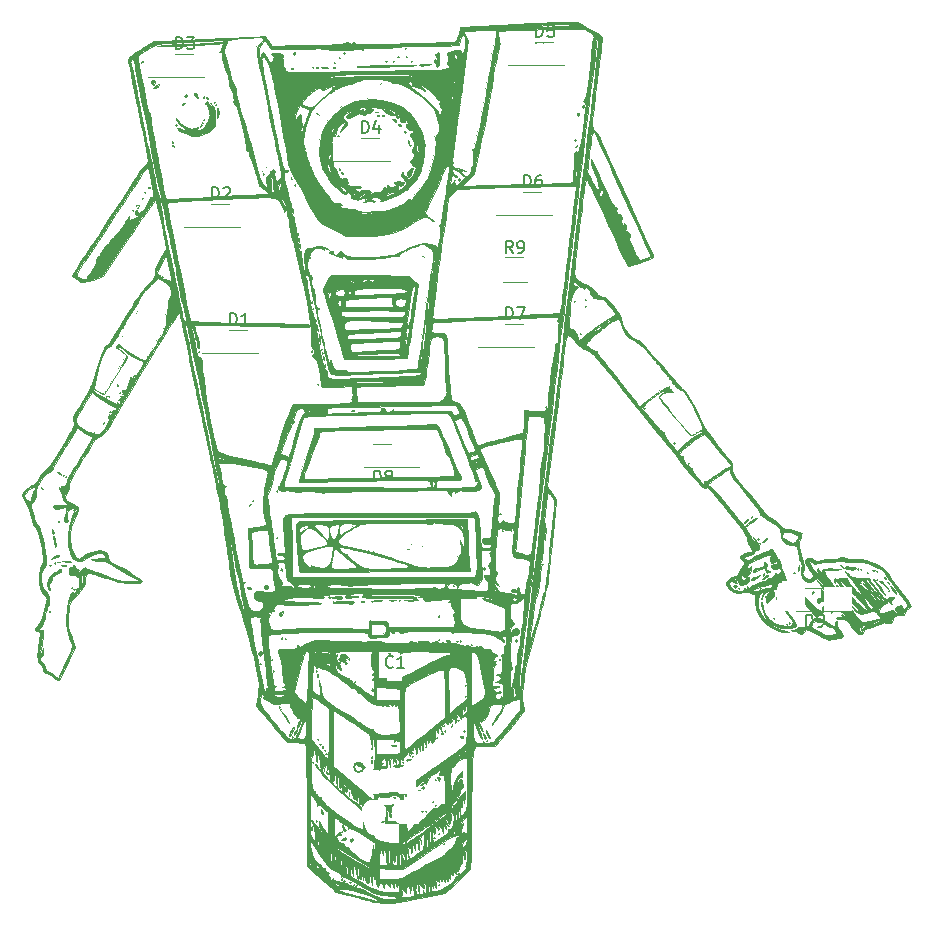
<source format=gto>
G04 #@! TF.FileFunction,Legend,Top*
%FSLAX46Y46*%
G04 Gerber Fmt 4.6, Leading zero omitted, Abs format (unit mm)*
G04 Created by KiCad (PCBNEW 4.0.6) date 06/05/18 18:48:05*
%MOMM*%
%LPD*%
G01*
G04 APERTURE LIST*
%ADD10C,0.100000*%
%ADD11C,0.120000*%
%ADD12C,0.150000*%
%ADD13C,0.010000*%
%ADD14R,0.700000X0.750000*%
%ADD15R,2.400000X2.100000*%
%ADD16C,2.100000*%
%ADD17O,2.100000X2.100000*%
G04 APERTURE END LIST*
D10*
D11*
X77672000Y-98110000D02*
X77672000Y-100010000D01*
X77672000Y-100010000D02*
X82372000Y-100010000D01*
X77672000Y-98110000D02*
X82372000Y-98110000D01*
X76148000Y-87442000D02*
X76148000Y-89342000D01*
X76148000Y-89342000D02*
X80848000Y-89342000D01*
X76148000Y-87442000D02*
X80848000Y-87442000D01*
X73100000Y-74742000D02*
X73100000Y-76642000D01*
X73100000Y-76642000D02*
X77800000Y-76642000D01*
X73100000Y-74742000D02*
X77800000Y-74742000D01*
X88848000Y-81854000D02*
X88848000Y-83754000D01*
X88848000Y-83754000D02*
X93548000Y-83754000D01*
X88848000Y-81854000D02*
X93548000Y-81854000D01*
X103580000Y-73726000D02*
X103580000Y-75626000D01*
X103580000Y-75626000D02*
X108280000Y-75626000D01*
X103580000Y-73726000D02*
X108280000Y-73726000D01*
X102564000Y-86426000D02*
X102564000Y-88326000D01*
X102564000Y-88326000D02*
X107264000Y-88326000D01*
X102564000Y-86426000D02*
X107264000Y-86426000D01*
X101040000Y-97602000D02*
X101040000Y-99502000D01*
X101040000Y-99502000D02*
X105740000Y-99502000D01*
X101040000Y-97602000D02*
X105740000Y-97602000D01*
X96064000Y-109662000D02*
X96064000Y-107762000D01*
X96064000Y-107762000D02*
X91364000Y-107762000D01*
X96064000Y-109662000D02*
X91364000Y-109662000D01*
X132640000Y-121854000D02*
X132640000Y-119954000D01*
X132640000Y-119954000D02*
X127940000Y-119954000D01*
X132640000Y-121854000D02*
X127940000Y-121854000D01*
X105140000Y-94034000D02*
X103140000Y-94034000D01*
X103140000Y-91894000D02*
X105140000Y-91894000D01*
D12*
X91332000Y-135128000D02*
G75*
G03X91332000Y-135128000I-400000J0D01*
G01*
D13*
G36*
X108810695Y-72005878D02*
X109132936Y-72023812D01*
X109382900Y-72056536D01*
X109579249Y-72104671D01*
X109740650Y-72168838D01*
X109885766Y-72249657D01*
X110033262Y-72347748D01*
X110058400Y-72365136D01*
X110279924Y-72502652D01*
X110609035Y-72689006D01*
X110946826Y-72869341D01*
X111285217Y-73055347D01*
X111471044Y-73193784D01*
X111538684Y-73316727D01*
X111532951Y-73416197D01*
X111506388Y-73584972D01*
X111462422Y-73918710D01*
X111405625Y-74380369D01*
X111340570Y-74932903D01*
X111280265Y-75463600D01*
X111201674Y-76154977D01*
X111117715Y-76873527D01*
X111035986Y-77555518D01*
X110964085Y-78137217D01*
X110929030Y-78410000D01*
X110827515Y-79194441D01*
X110754077Y-79802942D01*
X110708162Y-80260733D01*
X110689215Y-80593045D01*
X110696683Y-80825111D01*
X110730010Y-80982162D01*
X110788644Y-81089428D01*
X110868420Y-81169151D01*
X111039865Y-81369401D01*
X111229289Y-81673850D01*
X111325250Y-81864400D01*
X111431382Y-82097005D01*
X111607274Y-82482760D01*
X111838445Y-82989895D01*
X112110415Y-83586644D01*
X112408705Y-84241238D01*
X112645068Y-84760000D01*
X112961900Y-85454759D01*
X113271194Y-86131801D01*
X113556637Y-86755505D01*
X113801915Y-87290247D01*
X113990712Y-87700407D01*
X114080036Y-87893256D01*
X114241231Y-88244771D01*
X114362628Y-88519575D01*
X114423702Y-88670865D01*
X114427200Y-88684892D01*
X114466551Y-88793443D01*
X114569806Y-89034305D01*
X114714772Y-89355735D01*
X114717487Y-89361636D01*
X115078849Y-90148948D01*
X115360812Y-90768477D01*
X115570426Y-91236333D01*
X115714741Y-91568626D01*
X115800809Y-91781466D01*
X115835680Y-91890962D01*
X115834611Y-91914076D01*
X115669081Y-92008208D01*
X115377291Y-92142128D01*
X115024919Y-92288918D01*
X114677644Y-92421660D01*
X114401144Y-92513435D01*
X114325600Y-92532536D01*
X114043571Y-92604329D01*
X113836174Y-92679393D01*
X113825254Y-92685029D01*
X113768541Y-92700381D01*
X113706559Y-92668743D01*
X113627204Y-92568139D01*
X113518376Y-92376590D01*
X113367970Y-92072120D01*
X113163886Y-91632750D01*
X112894021Y-91036502D01*
X112790097Y-90805200D01*
X112420187Y-89985785D01*
X112048035Y-89170023D01*
X111683596Y-88378993D01*
X111336827Y-87633776D01*
X111155888Y-87249200D01*
X111887200Y-87249200D01*
X111938000Y-87300000D01*
X111988800Y-87249200D01*
X111938000Y-87198400D01*
X111887200Y-87249200D01*
X111155888Y-87249200D01*
X111017684Y-86955455D01*
X110871593Y-86649145D01*
X111244521Y-86649145D01*
X111322577Y-86777420D01*
X111435997Y-86741482D01*
X111520518Y-86668000D01*
X111610587Y-86473315D01*
X111604918Y-86359138D01*
X111553984Y-86234710D01*
X111462781Y-86263115D01*
X111373139Y-86340284D01*
X111251646Y-86520616D01*
X111244521Y-86649145D01*
X110871593Y-86649145D01*
X110736124Y-86365110D01*
X110502101Y-85883822D01*
X110325574Y-85532672D01*
X110216498Y-85332742D01*
X110187248Y-85294016D01*
X110139289Y-85375032D01*
X110081407Y-85617873D01*
X110021844Y-85981978D01*
X109981363Y-86307188D01*
X109937079Y-86693332D01*
X109871589Y-87241358D01*
X109789766Y-87911627D01*
X109696482Y-88664502D01*
X109596611Y-89460344D01*
X109505397Y-90178447D01*
X109410936Y-90927203D01*
X109325689Y-91621506D01*
X109253019Y-92232458D01*
X109196289Y-92731162D01*
X109158862Y-93088719D01*
X109144101Y-93276233D01*
X109144000Y-93283638D01*
X109236945Y-93583616D01*
X109486656Y-93873811D01*
X109849445Y-94111139D01*
X110074673Y-94201411D01*
X110386413Y-94366504D01*
X110735916Y-94655417D01*
X110893483Y-94818825D01*
X111173970Y-95106185D01*
X111378129Y-95247042D01*
X111540740Y-95265029D01*
X111547699Y-95263312D01*
X111672978Y-95270779D01*
X111832140Y-95369749D01*
X112051906Y-95583099D01*
X112358998Y-95933706D01*
X112430689Y-96019243D01*
X112805622Y-96497213D01*
X113029316Y-96851950D01*
X113106306Y-97090696D01*
X113106400Y-97097266D01*
X113184672Y-97485443D01*
X113392634Y-97918624D01*
X113690004Y-98330458D01*
X114036502Y-98654596D01*
X114063336Y-98673514D01*
X114331079Y-98847275D01*
X114533856Y-98959954D01*
X114602706Y-98983999D01*
X114727482Y-99062644D01*
X114970817Y-99293527D01*
X115325770Y-99669074D01*
X115785401Y-100181710D01*
X116342770Y-100823860D01*
X116990936Y-101587950D01*
X117018000Y-101620165D01*
X117415586Y-102085141D01*
X117781305Y-102497140D01*
X118090715Y-102829851D01*
X118319374Y-103056964D01*
X118440400Y-103151292D01*
X118569753Y-103273611D01*
X118760703Y-103543848D01*
X118992306Y-103924242D01*
X119243619Y-104377030D01*
X119493698Y-104864450D01*
X119721600Y-105348739D01*
X119906382Y-105792137D01*
X119909319Y-105799869D01*
X120081772Y-106149940D01*
X120377991Y-106612410D01*
X120803286Y-107194518D01*
X121362964Y-107903501D01*
X122062336Y-108746599D01*
X122123709Y-108819148D01*
X122367339Y-109120811D01*
X122496867Y-109334979D01*
X122538428Y-109521208D01*
X122520675Y-109723788D01*
X122501932Y-109839304D01*
X122496237Y-109941475D01*
X122516752Y-110049729D01*
X122576638Y-110183491D01*
X122689058Y-110362189D01*
X122867174Y-110605250D01*
X123124147Y-110932101D01*
X123473140Y-111362168D01*
X123927315Y-111914879D01*
X124365008Y-112446000D01*
X124866271Y-113044194D01*
X125264909Y-113495468D01*
X125577823Y-113817229D01*
X125821915Y-114026885D01*
X126009449Y-114139843D01*
X126326399Y-114332130D01*
X126598243Y-114582984D01*
X126629382Y-114622443D01*
X126886826Y-114867669D01*
X127107270Y-114935200D01*
X127344603Y-114967510D01*
X127677525Y-115049972D01*
X127875563Y-115111678D01*
X128167916Y-115210372D01*
X128366736Y-115277086D01*
X128418874Y-115294219D01*
X128404981Y-115385193D01*
X128345587Y-115610784D01*
X128296129Y-115780148D01*
X128234256Y-116011345D01*
X128209382Y-116216370D01*
X128225927Y-116448866D01*
X128288307Y-116762480D01*
X128400941Y-117210854D01*
X128419948Y-117283529D01*
X128539968Y-117760496D01*
X128605796Y-118085080D01*
X128622034Y-118299404D01*
X128593286Y-118445593D01*
X128555059Y-118520212D01*
X128485077Y-118676880D01*
X128534874Y-118806165D01*
X128714366Y-118967386D01*
X128980834Y-119150771D01*
X129168031Y-119189585D01*
X129328633Y-119093794D01*
X129337324Y-119085235D01*
X129384187Y-118914454D01*
X129318753Y-118686903D01*
X129167705Y-118494050D01*
X129164026Y-118491200D01*
X129074549Y-118379641D01*
X128928022Y-118159196D01*
X128864377Y-118056531D01*
X128724603Y-117793464D01*
X128720546Y-117765736D01*
X129043047Y-117765736D01*
X129129485Y-117927973D01*
X129326152Y-118216424D01*
X129332682Y-118225703D01*
X129538563Y-118496741D01*
X129704996Y-118677116D01*
X129794474Y-118727537D01*
X129814800Y-118615426D01*
X129768800Y-118491200D01*
X129723065Y-118308518D01*
X129793925Y-118227076D01*
X129866379Y-118204976D01*
X129845881Y-118236962D01*
X129838852Y-118367244D01*
X129937803Y-118516931D01*
X130079701Y-118592630D01*
X130086040Y-118592800D01*
X130153052Y-118517299D01*
X130149800Y-118477318D01*
X130214516Y-118362773D01*
X130293490Y-118338800D01*
X130581600Y-118338800D01*
X130632400Y-118389600D01*
X130683200Y-118338800D01*
X130632400Y-118288000D01*
X130581600Y-118338800D01*
X130293490Y-118338800D01*
X130446340Y-118292402D01*
X130812866Y-118271842D01*
X131191200Y-118296109D01*
X131750000Y-118356479D01*
X131242000Y-118393323D01*
X130874325Y-118413173D01*
X130540403Y-118420203D01*
X130436957Y-118418384D01*
X130251966Y-118426503D01*
X130254975Y-118477450D01*
X130284557Y-118498144D01*
X130372104Y-118575699D01*
X130355283Y-118591244D01*
X130390406Y-118669416D01*
X130530244Y-118887235D01*
X130758536Y-119221087D01*
X131059016Y-119647359D01*
X131415423Y-120142435D01*
X131563387Y-120345400D01*
X132160127Y-121150688D01*
X132662584Y-121806474D01*
X133067059Y-122308262D01*
X133369857Y-122651558D01*
X133567281Y-122831869D01*
X133631778Y-122860000D01*
X133756447Y-122833216D01*
X134011486Y-122764223D01*
X134234929Y-122699455D01*
X134571431Y-122617874D01*
X134851859Y-122581674D01*
X134964570Y-122588344D01*
X135107191Y-122611840D01*
X135110287Y-122606000D01*
X135864800Y-122606000D01*
X135915600Y-122656800D01*
X135966400Y-122606000D01*
X135915600Y-122555200D01*
X135864800Y-122606000D01*
X135110287Y-122606000D01*
X135135036Y-122559327D01*
X135042542Y-122401757D01*
X134889234Y-122195040D01*
X134735516Y-122009521D01*
X134593279Y-121914738D01*
X134405918Y-121901973D01*
X134116833Y-121962504D01*
X133853204Y-122035425D01*
X133462297Y-122112431D01*
X133180553Y-122064955D01*
X132942757Y-121872837D01*
X132819774Y-121715977D01*
X132582846Y-121386800D01*
X132901963Y-121684193D01*
X133137470Y-121883202D01*
X133250460Y-121937171D01*
X133242097Y-121862281D01*
X133113545Y-121674715D01*
X132882090Y-121407905D01*
X132555166Y-121036931D01*
X132252485Y-120643890D01*
X131931531Y-120170713D01*
X131657864Y-119735800D01*
X131484785Y-119486685D01*
X131338663Y-119330674D01*
X131285529Y-119304000D01*
X131229703Y-119370753D01*
X131250909Y-119431000D01*
X131279083Y-119505939D01*
X131194637Y-119439852D01*
X131130281Y-119303492D01*
X131145567Y-119222594D01*
X131647778Y-119222594D01*
X131660083Y-119343452D01*
X131790583Y-119582174D01*
X132017472Y-119909345D01*
X132318947Y-120295552D01*
X132673203Y-120711380D01*
X133058436Y-121127416D01*
X133064294Y-121133462D01*
X133433935Y-121504403D01*
X133688597Y-121732258D01*
X133845217Y-121828503D01*
X133920730Y-121804613D01*
X133934400Y-121723042D01*
X133867004Y-121608905D01*
X133682501Y-121381730D01*
X133407414Y-121072215D01*
X133219460Y-120872064D01*
X133658531Y-120872064D01*
X133705800Y-120901176D01*
X133824026Y-121026189D01*
X133832800Y-121076765D01*
X133891621Y-121240342D01*
X134030756Y-121454836D01*
X134194208Y-121646366D01*
X134325982Y-121741052D01*
X134337304Y-121742400D01*
X134442369Y-121661954D01*
X134477236Y-121594964D01*
X134456466Y-121420273D01*
X134329676Y-121213964D01*
X134125539Y-120980400D01*
X134295554Y-121285200D01*
X134465568Y-121590000D01*
X134205359Y-121311182D01*
X134003403Y-121076015D01*
X133855913Y-120872140D01*
X133845795Y-120854829D01*
X133763354Y-120777200D01*
X134188400Y-120777200D01*
X134434710Y-121056600D01*
X134633279Y-121268911D01*
X134729696Y-121334831D01*
X134747200Y-121302910D01*
X134679044Y-121221228D01*
X134510805Y-121061817D01*
X134467800Y-121023510D01*
X134188400Y-120777200D01*
X133763354Y-120777200D01*
X133731954Y-120747633D01*
X133662620Y-120766555D01*
X133658531Y-120872064D01*
X133219460Y-120872064D01*
X133068267Y-120711060D01*
X132990722Y-120630842D01*
X132623586Y-120246594D01*
X132296642Y-119892645D01*
X132042688Y-119605313D01*
X131894522Y-119420915D01*
X131884228Y-119405600D01*
X131748859Y-119248038D01*
X131648976Y-119221491D01*
X131647778Y-119222594D01*
X131145567Y-119222594D01*
X131155586Y-119169578D01*
X131247062Y-119126759D01*
X131274420Y-119138775D01*
X131407823Y-119148852D01*
X131667659Y-119127489D01*
X131822036Y-119106371D01*
X132111188Y-119071082D01*
X132248829Y-119089117D01*
X132281972Y-119170466D01*
X132279236Y-119203522D01*
X132336593Y-119358893D01*
X132505350Y-119602657D01*
X132744847Y-119888421D01*
X133014423Y-120169792D01*
X133273417Y-120400374D01*
X133415970Y-120500535D01*
X133535656Y-120562600D01*
X133557791Y-120532363D01*
X133477300Y-120380707D01*
X133362841Y-120195735D01*
X133141357Y-119869933D01*
X132860618Y-119492302D01*
X132673371Y-119257151D01*
X132970802Y-119257151D01*
X133057414Y-119380546D01*
X133193876Y-119558000D01*
X133462483Y-119888515D01*
X133769391Y-120244200D01*
X133883910Y-120370800D01*
X134061637Y-120561173D01*
X134120004Y-120615177D01*
X134056210Y-120526034D01*
X133867455Y-120286963D01*
X133829771Y-120239732D01*
X133577498Y-119910014D01*
X133454350Y-119719913D01*
X133448514Y-119662668D01*
X133548177Y-119731517D01*
X133741525Y-119919699D01*
X134016745Y-120220454D01*
X134230611Y-120469146D01*
X134549871Y-120840713D01*
X134797884Y-121115280D01*
X134963103Y-121283222D01*
X135033979Y-121334914D01*
X134998963Y-121260730D01*
X134846508Y-121051045D01*
X134691636Y-120853400D01*
X134428938Y-120529341D01*
X134169930Y-120218320D01*
X134039097Y-120066000D01*
X133826871Y-119811913D01*
X133654505Y-119585101D01*
X133635958Y-119558000D01*
X133612338Y-119499930D01*
X133710659Y-119583178D01*
X133919368Y-119795864D01*
X134226911Y-120126109D01*
X134621735Y-120562034D01*
X134727886Y-120680714D01*
X134999611Y-120978234D01*
X135150994Y-121129284D01*
X135189372Y-121145473D01*
X135122082Y-121038406D01*
X134956461Y-120819692D01*
X134699846Y-120500938D01*
X134359575Y-120093751D01*
X134348963Y-120081248D01*
X134048294Y-119739962D01*
X133796579Y-119478461D01*
X133620477Y-119322776D01*
X133546903Y-119298088D01*
X133468676Y-119358092D01*
X133340319Y-119287740D01*
X133258623Y-119231047D01*
X133871886Y-119231047D01*
X133909522Y-119327555D01*
X134058111Y-119544333D01*
X134294056Y-119849382D01*
X134593759Y-120210699D01*
X134597788Y-120215411D01*
X134906384Y-120568323D01*
X135166402Y-120850793D01*
X135350782Y-121034458D01*
X135432468Y-121090958D01*
X135432806Y-121090659D01*
X135390533Y-120999159D01*
X135240644Y-120785520D01*
X135007237Y-120482338D01*
X134736371Y-120148628D01*
X134439503Y-119790314D01*
X134193644Y-119492505D01*
X134025875Y-119288077D01*
X133963866Y-119210866D01*
X133881448Y-119222272D01*
X133871886Y-119231047D01*
X133258623Y-119231047D01*
X133229995Y-119211181D01*
X133266629Y-119266621D01*
X133299400Y-119303819D01*
X133423592Y-119484837D01*
X133398193Y-119548928D01*
X133251007Y-119478273D01*
X133152603Y-119397910D01*
X133003799Y-119267855D01*
X132970802Y-119257151D01*
X132673371Y-119257151D01*
X132670224Y-119253200D01*
X132380501Y-118895831D01*
X132188044Y-118644378D01*
X132100542Y-118510953D01*
X132125683Y-118507667D01*
X132271156Y-118646633D01*
X132312275Y-118689323D01*
X132555726Y-118901942D01*
X132782920Y-119033001D01*
X132858926Y-119051567D01*
X133076117Y-119061235D01*
X133409592Y-119073644D01*
X133660996Y-119082044D01*
X134006572Y-119109376D01*
X134176760Y-119161593D01*
X134186565Y-119205368D01*
X134224534Y-119319466D01*
X134378696Y-119551870D01*
X134625765Y-119873111D01*
X134942457Y-120253723D01*
X135305487Y-120664241D01*
X135534600Y-120911313D01*
X135638784Y-121054911D01*
X135612328Y-121174736D01*
X135433905Y-121319916D01*
X135327486Y-121388399D01*
X135103606Y-121579431D01*
X134976404Y-121783426D01*
X134969601Y-121813580D01*
X134977119Y-121964312D01*
X135095122Y-122022026D01*
X135274401Y-122026893D01*
X135610103Y-121976295D01*
X135892025Y-121877559D01*
X136094717Y-121791141D01*
X136192798Y-121814639D01*
X136233095Y-121891247D01*
X136364236Y-122028553D01*
X136441727Y-122047200D01*
X136533491Y-122025463D01*
X136472719Y-121930459D01*
X136430857Y-121887542D01*
X136293577Y-121713614D01*
X136323862Y-121593984D01*
X136536730Y-121483720D01*
X136570113Y-121470921D01*
X136823247Y-121401695D01*
X136947419Y-121464568D01*
X136988653Y-121688340D01*
X136990421Y-121733933D01*
X137011923Y-121883078D01*
X137055910Y-121844548D01*
X137056118Y-121844000D01*
X137191272Y-121655813D01*
X137251297Y-121610351D01*
X137374203Y-121484672D01*
X137388800Y-121433157D01*
X137330702Y-121324208D01*
X137169550Y-121081504D01*
X136925058Y-120733212D01*
X136616939Y-120307501D01*
X136322000Y-119908847D01*
X135975807Y-119441039D01*
X135676512Y-119028423D01*
X135443776Y-118698779D01*
X135297260Y-118479884D01*
X135255200Y-118401703D01*
X135166689Y-118333452D01*
X134929543Y-118216498D01*
X134586340Y-118070896D01*
X134391151Y-117994712D01*
X133934607Y-117830885D01*
X133587179Y-117737683D01*
X133273143Y-117701327D01*
X132916774Y-117708040D01*
X132841751Y-117712795D01*
X132479782Y-117725005D01*
X132196078Y-117712122D01*
X132054800Y-117678067D01*
X131965731Y-117650742D01*
X131778637Y-117645321D01*
X131471770Y-117663465D01*
X131023385Y-117706836D01*
X130411733Y-117777096D01*
X129845000Y-117846901D01*
X129514925Y-117867032D01*
X129370496Y-117820279D01*
X129362400Y-117792926D01*
X129277241Y-117700575D01*
X129154882Y-117678400D01*
X129055343Y-117694337D01*
X129043047Y-117765736D01*
X128720546Y-117765736D01*
X128700265Y-117627164D01*
X128755180Y-117523131D01*
X128983436Y-117385754D01*
X129275704Y-117436412D01*
X129448009Y-117536395D01*
X129636299Y-117633122D01*
X129852502Y-117642913D01*
X130125206Y-117587195D01*
X130519498Y-117516227D01*
X130952992Y-117477576D01*
X131063470Y-117475200D01*
X131379280Y-117451240D01*
X131617107Y-117390494D01*
X131679876Y-117352283D01*
X131814347Y-117286080D01*
X132010763Y-117346401D01*
X132081196Y-117383674D01*
X132420663Y-117488037D01*
X132937725Y-117520253D01*
X133070800Y-117517964D01*
X133459565Y-117523574D01*
X133789391Y-117557636D01*
X133985200Y-117611359D01*
X134200243Y-117707655D01*
X134517976Y-117824674D01*
X134694409Y-117882393D01*
X135040880Y-118038404D01*
X135373040Y-118298636D01*
X135718914Y-118690581D01*
X136106526Y-119241729D01*
X136152637Y-119312823D01*
X136328433Y-119567233D01*
X136548117Y-119862670D01*
X136594595Y-119922423D01*
X136934908Y-120362722D01*
X137237361Y-120767757D01*
X137479545Y-121106246D01*
X137639053Y-121346906D01*
X137693600Y-121456691D01*
X137614871Y-121557748D01*
X137485536Y-121643402D01*
X137289879Y-121822774D01*
X137179209Y-122013208D01*
X137069177Y-122197252D01*
X136897565Y-122223152D01*
X136829700Y-122208603D01*
X136552279Y-122209587D01*
X136310612Y-122322220D01*
X136177503Y-122506953D01*
X136169600Y-122567199D01*
X136088753Y-122804575D01*
X135883336Y-122918075D01*
X135609033Y-122877618D01*
X135601309Y-122874162D01*
X135379419Y-122808758D01*
X135225441Y-122876187D01*
X135205403Y-122895281D01*
X135040517Y-122992934D01*
X134744230Y-123113386D01*
X134399085Y-123224988D01*
X134065002Y-123336301D01*
X133825481Y-123445940D01*
X133731255Y-123530576D01*
X133731200Y-123532090D01*
X133644700Y-123715226D01*
X133444826Y-123830661D01*
X133244504Y-123831961D01*
X133092975Y-123722961D01*
X132873725Y-123493023D01*
X132714465Y-123293382D01*
X133294285Y-123293382D01*
X133297602Y-123478167D01*
X133389997Y-123649800D01*
X133509166Y-123629024D01*
X133625548Y-123429455D01*
X133745022Y-123223070D01*
X133851634Y-123132676D01*
X133868392Y-123091884D01*
X133726120Y-123071221D01*
X133437130Y-123125245D01*
X133294285Y-123293382D01*
X132714465Y-123293382D01*
X132632056Y-123190078D01*
X132612417Y-123163167D01*
X132509095Y-123026000D01*
X134234878Y-123026000D01*
X134274038Y-123018200D01*
X134525641Y-122946601D01*
X134705838Y-122899352D01*
X134891553Y-122820932D01*
X134950400Y-122747385D01*
X134913068Y-122671012D01*
X134779973Y-122694846D01*
X134519469Y-122826555D01*
X134442400Y-122870492D01*
X134266963Y-122981857D01*
X134234878Y-123026000D01*
X132509095Y-123026000D01*
X132374371Y-122847146D01*
X132199679Y-122664578D01*
X132039576Y-122579450D01*
X131845296Y-122555749D01*
X131789184Y-122555200D01*
X131501643Y-122532181D01*
X131368850Y-122478550D01*
X131404704Y-122417444D01*
X131623105Y-122372001D01*
X131676533Y-122367688D01*
X131930992Y-122340441D01*
X132080966Y-122305441D01*
X132090846Y-122299020D01*
X132078905Y-122196429D01*
X131965183Y-122064909D01*
X131822948Y-121978717D01*
X131770400Y-121974248D01*
X131677733Y-121908735D01*
X131674768Y-121894800D01*
X131699200Y-121894800D01*
X131750000Y-121945600D01*
X131800800Y-121894800D01*
X131750000Y-121844000D01*
X131699200Y-121894800D01*
X131674768Y-121894800D01*
X131653145Y-121793200D01*
X131598866Y-121639429D01*
X131525056Y-121614181D01*
X131446348Y-121565378D01*
X131460168Y-121486028D01*
X131460125Y-121379108D01*
X131364090Y-121392995D01*
X131211167Y-121364169D01*
X131141217Y-121236975D01*
X131044315Y-121053982D01*
X130853986Y-120775980D01*
X130610266Y-120461186D01*
X130594677Y-120442227D01*
X130316970Y-120096196D01*
X130056916Y-119756149D01*
X129878782Y-119507200D01*
X129767333Y-119334111D01*
X129758310Y-119294323D01*
X129863124Y-119394070D01*
X130064682Y-119608800D01*
X130488276Y-120066000D01*
X130115815Y-119528157D01*
X129912710Y-119242235D01*
X129786710Y-119101871D01*
X129701586Y-119083965D01*
X129621107Y-119165417D01*
X129597916Y-119197957D01*
X129368271Y-119367830D01*
X129060783Y-119404900D01*
X128750067Y-119310702D01*
X128579131Y-119177000D01*
X128457327Y-119004085D01*
X128404634Y-118790375D01*
X128406536Y-118464701D01*
X128413337Y-118364200D01*
X128422424Y-118008146D01*
X128388230Y-117811200D01*
X128350716Y-117780000D01*
X128271230Y-117692193D01*
X128236623Y-117500600D01*
X128204879Y-117224685D01*
X128135658Y-116877565D01*
X128109623Y-116773514D01*
X128023472Y-116496959D01*
X127918164Y-116361944D01*
X127731710Y-116311375D01*
X127595907Y-116300379D01*
X127133601Y-116200847D01*
X126827976Y-115971988D01*
X126679122Y-115613886D01*
X126677762Y-115598110D01*
X126756816Y-115598110D01*
X126886378Y-115725531D01*
X127152600Y-115893680D01*
X127480729Y-116074722D01*
X127695929Y-116137877D01*
X127849230Y-116085283D01*
X127985038Y-115928593D01*
X128123082Y-115670660D01*
X128092156Y-115496607D01*
X127883546Y-115365382D01*
X127863800Y-115357424D01*
X127435965Y-115209441D01*
X127144184Y-115165882D01*
X126951410Y-115224749D01*
X126871238Y-115303882D01*
X126759547Y-115473864D01*
X126756816Y-115598110D01*
X126677762Y-115598110D01*
X126663462Y-115432270D01*
X126563298Y-114966659D01*
X126288883Y-114591747D01*
X125857199Y-114329532D01*
X125794075Y-114306140D01*
X125500905Y-114154880D01*
X125269075Y-113955572D01*
X125264864Y-113950299D01*
X125100869Y-113802927D01*
X124969766Y-113781530D01*
X124908911Y-113785219D01*
X124932397Y-113732831D01*
X124923381Y-113636688D01*
X124823511Y-113449680D01*
X124624477Y-113160650D01*
X124317966Y-112758440D01*
X123895667Y-112231894D01*
X123349268Y-111569854D01*
X123090518Y-111260328D01*
X122695882Y-110764075D01*
X122451599Y-110395236D01*
X122354201Y-110148445D01*
X122352000Y-110117328D01*
X122337452Y-109922319D01*
X122308384Y-109855200D01*
X122193718Y-109911129D01*
X121962223Y-110057804D01*
X121659254Y-110263553D01*
X121330169Y-110496704D01*
X121020324Y-110725587D01*
X120775076Y-110918531D01*
X120726400Y-110959849D01*
X120523856Y-111147298D01*
X120467768Y-111241301D01*
X120543432Y-111272176D01*
X120574314Y-111273470D01*
X120716147Y-111350552D01*
X120959653Y-111580792D01*
X121308639Y-111968300D01*
X121766913Y-112517182D01*
X122037403Y-112852400D01*
X122426854Y-113334121D01*
X122776122Y-113756313D01*
X123064646Y-114094918D01*
X123271869Y-114325882D01*
X123377229Y-114425146D01*
X123383289Y-114427200D01*
X123459927Y-114509711D01*
X123469600Y-114579600D01*
X123525007Y-114716869D01*
X123660001Y-114691720D01*
X123757371Y-114600118D01*
X123898302Y-114472194D01*
X124146225Y-114281432D01*
X124354011Y-114133891D01*
X124562703Y-114000192D01*
X124626719Y-113981209D01*
X124558598Y-114062918D01*
X124370877Y-114231295D01*
X124076094Y-114472316D01*
X123992962Y-114537729D01*
X123656569Y-114800658D01*
X123917236Y-115184773D01*
X124062981Y-115430346D01*
X124130971Y-115608447D01*
X124127919Y-115649766D01*
X124166787Y-115751822D01*
X124331082Y-115884747D01*
X124554832Y-116011179D01*
X124772062Y-116093754D01*
X124915547Y-116095836D01*
X124993296Y-116064308D01*
X124923095Y-116153663D01*
X124917400Y-116159814D01*
X124814345Y-116368366D01*
X124790400Y-116530320D01*
X124735665Y-116717073D01*
X124576329Y-116764000D01*
X124419561Y-116810547D01*
X124418655Y-116910965D01*
X124399805Y-117014504D01*
X124227630Y-117087475D01*
X124021876Y-117125888D01*
X123686834Y-117192619D01*
X123538501Y-117274481D01*
X123560403Y-117389177D01*
X123672049Y-117501783D01*
X123826428Y-117607105D01*
X123961976Y-117582960D01*
X124098644Y-117487966D01*
X124323494Y-117349754D01*
X124652106Y-117184035D01*
X124892000Y-117077894D01*
X125237657Y-116926422D01*
X125535698Y-116781993D01*
X125671165Y-116706487D01*
X125824237Y-116631910D01*
X125935351Y-116675094D01*
X126067672Y-116865673D01*
X126089741Y-116902846D01*
X126277579Y-117193743D01*
X126466363Y-117446945D01*
X126478975Y-117461887D01*
X126626570Y-117727677D01*
X126677827Y-117961093D01*
X126720764Y-118209290D01*
X126822652Y-118550657D01*
X126909981Y-118783379D01*
X127032386Y-119088277D01*
X127078529Y-119245851D01*
X127049851Y-119296531D01*
X126947799Y-119280750D01*
X126927554Y-119275491D01*
X126763532Y-119266096D01*
X126720800Y-119306665D01*
X126636857Y-119401148D01*
X126508989Y-119459132D01*
X126356633Y-119559419D01*
X126354573Y-119754494D01*
X126358525Y-119770779D01*
X126372732Y-119956069D01*
X126263821Y-120014226D01*
X126231669Y-120015200D01*
X126012672Y-120059441D01*
X125975244Y-120194363D01*
X126049188Y-120334825D01*
X126115122Y-120472802D01*
X126076770Y-120611343D01*
X125912717Y-120812519D01*
X125867801Y-120860581D01*
X125604824Y-121111179D01*
X125486625Y-121168625D01*
X125450800Y-121132800D01*
X125425084Y-121158516D01*
X125380766Y-121091040D01*
X125404517Y-120815192D01*
X125424741Y-120711249D01*
X125518274Y-120492084D01*
X125594693Y-120381049D01*
X125676660Y-120254571D01*
X125606325Y-120218970D01*
X125577232Y-120218400D01*
X125410429Y-120295287D01*
X125267178Y-120447000D01*
X125109572Y-120675600D01*
X125165035Y-120447000D01*
X125172272Y-120262248D01*
X125091044Y-120228954D01*
X124958536Y-120338880D01*
X124843809Y-120518154D01*
X124736265Y-120836536D01*
X124692757Y-121203803D01*
X124713427Y-121547503D01*
X124798417Y-121795186D01*
X124841199Y-121843999D01*
X124970642Y-122023740D01*
X124993600Y-122123095D01*
X125062512Y-122267680D01*
X125242776Y-122497326D01*
X125483417Y-122750308D01*
X126097168Y-123217642D01*
X126789603Y-123522642D01*
X127127200Y-123602047D01*
X127381200Y-123645127D01*
X127127200Y-123657758D01*
X126885446Y-123638936D01*
X126543433Y-123576984D01*
X126323771Y-123524161D01*
X125744831Y-123270128D01*
X125243243Y-122857454D01*
X124847328Y-122324696D01*
X124585410Y-121710409D01*
X124485811Y-121053150D01*
X124485600Y-121021823D01*
X124476693Y-120681605D01*
X124440793Y-120498967D01*
X124364131Y-120428716D01*
X124302719Y-120421600D01*
X124081432Y-120361019D01*
X124004269Y-120306029D01*
X123857169Y-120243095D01*
X123596174Y-120267835D01*
X123454502Y-120300670D01*
X123166584Y-120350804D01*
X122957275Y-120346251D01*
X122914752Y-120328650D01*
X122739686Y-120243076D01*
X122550127Y-120184775D01*
X122298201Y-120030071D01*
X122129096Y-119783502D01*
X122034365Y-119560989D01*
X122034922Y-119549783D01*
X122268827Y-119549783D01*
X122329096Y-119743156D01*
X122496488Y-119938078D01*
X122735667Y-120086133D01*
X122878271Y-120128825D01*
X123117593Y-120175003D01*
X123250679Y-120203706D01*
X123255092Y-120205025D01*
X123357642Y-120169757D01*
X123487529Y-120113295D01*
X124289811Y-120113295D01*
X124294255Y-120176260D01*
X124457734Y-120190359D01*
X124652731Y-120166289D01*
X124947840Y-120108884D01*
X125171197Y-120051466D01*
X125196800Y-120042503D01*
X125443298Y-119967199D01*
X125730200Y-119929075D01*
X125881100Y-119843890D01*
X125908000Y-119761200D01*
X126111200Y-119761200D01*
X126162000Y-119812000D01*
X126212800Y-119761200D01*
X126162000Y-119710400D01*
X126111200Y-119761200D01*
X125908000Y-119761200D01*
X125903715Y-119675969D01*
X125865123Y-119632665D01*
X125753617Y-119632923D01*
X125530593Y-119678378D01*
X125157444Y-119770664D01*
X125051082Y-119797487D01*
X124686185Y-119907280D01*
X124426441Y-120018092D01*
X124289811Y-120113295D01*
X123487529Y-120113295D01*
X123600859Y-120064031D01*
X123942784Y-119906480D01*
X124167509Y-119799794D01*
X124572881Y-119614851D01*
X124930668Y-119468608D01*
X125187372Y-119382184D01*
X125261267Y-119367994D01*
X125418396Y-119333061D01*
X125441709Y-119289368D01*
X125501192Y-119216589D01*
X125698280Y-119108619D01*
X125816755Y-119057710D01*
X126098543Y-118911260D01*
X126183291Y-118774510D01*
X126176871Y-118747316D01*
X126183777Y-118646891D01*
X126268190Y-118659420D01*
X126362680Y-118767884D01*
X126349674Y-118832046D01*
X126363748Y-118850172D01*
X126482961Y-118743578D01*
X126511101Y-118714984D01*
X126657333Y-118527585D01*
X126654083Y-118389682D01*
X126616975Y-118336119D01*
X126469820Y-118244411D01*
X126291878Y-118300053D01*
X126089025Y-118350985D01*
X125921546Y-118243444D01*
X125814280Y-118103877D01*
X125863883Y-118012168D01*
X125899340Y-117988583D01*
X126123834Y-117926439D01*
X126207769Y-117931431D01*
X126347563Y-117883372D01*
X126372457Y-117781896D01*
X126355848Y-117663676D01*
X126269408Y-117673763D01*
X126131557Y-117758489D01*
X125946675Y-117857679D01*
X125842399Y-117829373D01*
X125799284Y-117771966D01*
X125713311Y-117531628D01*
X125742759Y-117324276D01*
X125831800Y-117241495D01*
X125876928Y-117178670D01*
X125776908Y-117118988D01*
X125571392Y-117124409D01*
X125202921Y-117239916D01*
X124710108Y-117448760D01*
X124275875Y-117657285D01*
X124001988Y-117816982D01*
X123858011Y-117948971D01*
X123813672Y-118070800D01*
X123838622Y-118256760D01*
X123946982Y-118258649D01*
X124066123Y-118161000D01*
X124148806Y-118112408D01*
X124173332Y-118214013D01*
X124162643Y-118388893D01*
X124091517Y-118672033D01*
X123906658Y-118847024D01*
X123830292Y-118886770D01*
X123602017Y-118969199D01*
X123498688Y-118929613D01*
X123491625Y-118912877D01*
X123398827Y-118799195D01*
X123301767Y-118849669D01*
X123266400Y-118999200D01*
X123284275Y-119164576D01*
X123308890Y-119202400D01*
X123428147Y-119234053D01*
X123516245Y-119265664D01*
X123643713Y-119267624D01*
X123651554Y-119195498D01*
X123708384Y-119065542D01*
X123799800Y-119023184D01*
X123936936Y-119047252D01*
X123977570Y-119227725D01*
X123977600Y-119235811D01*
X123921970Y-119440709D01*
X123722433Y-119574567D01*
X123657638Y-119598860D01*
X123380062Y-119686627D01*
X123234402Y-119690377D01*
X123163306Y-119600044D01*
X123135361Y-119507200D01*
X123041226Y-119342214D01*
X122960241Y-119304000D01*
X122884278Y-119377543D01*
X122896870Y-119456737D01*
X122918401Y-119553335D01*
X122836306Y-119528627D01*
X122728957Y-119461051D01*
X122472857Y-119370461D01*
X122351016Y-119406377D01*
X122268827Y-119549783D01*
X122034922Y-119549783D01*
X122041492Y-119417647D01*
X122171877Y-119268292D01*
X122246962Y-119202400D01*
X122656800Y-119202400D01*
X122729721Y-119301091D01*
X122752403Y-119304000D01*
X122890004Y-119230147D01*
X122910800Y-119202400D01*
X122887767Y-119115420D01*
X122815196Y-119100800D01*
X122676185Y-119153845D01*
X122656800Y-119202400D01*
X122246962Y-119202400D01*
X122283044Y-119170736D01*
X122543115Y-118994670D01*
X122790294Y-118901854D01*
X122837071Y-118897600D01*
X122996907Y-118865252D01*
X123017462Y-118804190D01*
X123030065Y-118664180D01*
X123093367Y-118575590D01*
X123235528Y-118396764D01*
X123400619Y-118144639D01*
X123412872Y-118123970D01*
X123529014Y-117906823D01*
X123534696Y-117773481D01*
X123425047Y-117634142D01*
X123384075Y-117592875D01*
X123247796Y-117392302D01*
X123228012Y-117225488D01*
X123356568Y-117107993D01*
X123608887Y-116989090D01*
X123907952Y-116898623D01*
X124155400Y-116866166D01*
X124260003Y-116842209D01*
X124254568Y-116749055D01*
X124129467Y-116552686D01*
X124028400Y-116417430D01*
X123908892Y-116205200D01*
X124587200Y-116205200D01*
X124638000Y-116256000D01*
X124688800Y-116205200D01*
X124638000Y-116154400D01*
X124587200Y-116205200D01*
X123908892Y-116205200D01*
X123855984Y-116111244D01*
X123775548Y-115805380D01*
X123774400Y-115773153D01*
X123766294Y-115664765D01*
X123733512Y-115545470D01*
X123663356Y-115397512D01*
X123543130Y-115203131D01*
X123360136Y-114944570D01*
X123101677Y-114604072D01*
X122755055Y-114163879D01*
X122307575Y-113606232D01*
X121746537Y-112913375D01*
X121604609Y-112738575D01*
X121240515Y-112297835D01*
X120918408Y-111922156D01*
X120660387Y-111636176D01*
X120488551Y-111464531D01*
X120427504Y-111426350D01*
X120283723Y-111436404D01*
X120089201Y-111400278D01*
X120008839Y-111367374D01*
X119911100Y-111300134D01*
X119783264Y-111183808D01*
X119612610Y-111003641D01*
X119386419Y-110744883D01*
X119091971Y-110392781D01*
X118716546Y-109932582D01*
X118247423Y-109349535D01*
X117671884Y-108628888D01*
X117669911Y-108626410D01*
X118062106Y-108626410D01*
X118098584Y-108703409D01*
X118245589Y-108786121D01*
X118315210Y-108771583D01*
X118373898Y-108771289D01*
X118356174Y-108811087D01*
X118373894Y-108944688D01*
X118491726Y-109160511D01*
X118668064Y-109405380D01*
X118861297Y-109626117D01*
X119029818Y-109769545D01*
X119122770Y-109790821D01*
X119185547Y-109785078D01*
X119160973Y-109840032D01*
X119183710Y-109966899D01*
X119305671Y-110190180D01*
X119490873Y-110462576D01*
X119703331Y-110736789D01*
X119907059Y-110965521D01*
X120066073Y-111101473D01*
X120131717Y-111115980D01*
X120174802Y-110996085D01*
X120159061Y-110958984D01*
X120179047Y-110887931D01*
X120249285Y-110889804D01*
X120399316Y-110848271D01*
X120658671Y-110709181D01*
X120976811Y-110500412D01*
X121047181Y-110449725D01*
X121415912Y-110192522D01*
X121778089Y-109960952D01*
X122058989Y-109802644D01*
X122072899Y-109795908D01*
X122308298Y-109670916D01*
X122440245Y-109576088D01*
X122450722Y-109556982D01*
X122385579Y-109457964D01*
X122218825Y-109257439D01*
X122018922Y-109034321D01*
X121775706Y-108766957D01*
X121554711Y-108513772D01*
X121318955Y-108230359D01*
X121031452Y-107872308D01*
X120677603Y-107423717D01*
X120450566Y-107157461D01*
X120257689Y-106971437D01*
X120149584Y-106908800D01*
X120011589Y-106968855D01*
X119758483Y-107128946D01*
X119431208Y-107358956D01*
X119070703Y-107628773D01*
X118717907Y-107908281D01*
X118413759Y-108167366D01*
X118315672Y-108257794D01*
X118114101Y-108477796D01*
X118062106Y-108626410D01*
X117669911Y-108626410D01*
X117337829Y-108209333D01*
X117157321Y-107983129D01*
X116858436Y-107609410D01*
X116449963Y-107099148D01*
X115940693Y-106463316D01*
X115339416Y-105712886D01*
X114654923Y-104858832D01*
X114569832Y-104752686D01*
X114948807Y-104752686D01*
X114989445Y-104854935D01*
X115104363Y-104968521D01*
X115298469Y-105191544D01*
X115497445Y-105435463D01*
X115725835Y-105720170D01*
X115914330Y-105949565D01*
X116008951Y-106059272D01*
X116141604Y-106208565D01*
X116335729Y-106434800D01*
X116388955Y-106497820D01*
X116577067Y-106685051D01*
X116722765Y-106767165D01*
X116753528Y-106762871D01*
X116811712Y-106791569D01*
X116804520Y-106883259D01*
X116847043Y-107066446D01*
X117014437Y-107327831D01*
X117132350Y-107467600D01*
X117374883Y-107745812D01*
X117579893Y-108001051D01*
X117652839Y-108102600D01*
X117785267Y-108270042D01*
X117867885Y-108326585D01*
X117968368Y-108258089D01*
X118166276Y-108084113D01*
X118389600Y-107870728D01*
X118748032Y-107562958D01*
X119174522Y-107260018D01*
X119431000Y-107107385D01*
X119730123Y-106934003D01*
X119940779Y-106785969D01*
X120015200Y-106699642D01*
X119946593Y-106609652D01*
X119755189Y-106657812D01*
X119496896Y-106814536D01*
X119252124Y-106948058D01*
X119047311Y-106994334D01*
X119030633Y-106992220D01*
X118925272Y-106909063D01*
X118717496Y-106696730D01*
X118432186Y-106384432D01*
X118094219Y-106001379D01*
X117728477Y-105576781D01*
X117359839Y-105139849D01*
X117013185Y-104719794D01*
X116713395Y-104345826D01*
X116485347Y-104047155D01*
X116353923Y-103852992D01*
X116348563Y-103843286D01*
X116327668Y-103705942D01*
X116446795Y-103566200D01*
X116612246Y-103454000D01*
X116833325Y-103308051D01*
X116957424Y-103208052D01*
X116967200Y-103192113D01*
X116895735Y-103154495D01*
X116704994Y-103224073D01*
X116430454Y-103376357D01*
X116107595Y-103586858D01*
X115771893Y-103831085D01*
X115458827Y-104084548D01*
X115203875Y-104322759D01*
X115043083Y-104520289D01*
X114948807Y-104752686D01*
X114569832Y-104752686D01*
X113896003Y-103912125D01*
X113071448Y-102883739D01*
X113013124Y-102811003D01*
X112308032Y-101940861D01*
X111713269Y-101227744D01*
X111220906Y-100663433D01*
X110823012Y-100239711D01*
X110511659Y-99948359D01*
X110278917Y-99781160D01*
X110116857Y-99729894D01*
X110056782Y-99746999D01*
X109931351Y-99714785D01*
X109715740Y-99554735D01*
X109484419Y-99336248D01*
X110261600Y-99336248D01*
X110346519Y-99451335D01*
X110554637Y-99592650D01*
X110815988Y-99723342D01*
X111060611Y-99806559D01*
X111176000Y-99817891D01*
X111256456Y-99826071D01*
X111202471Y-99858665D01*
X111162991Y-99901881D01*
X111182052Y-99989408D01*
X111274736Y-100143004D01*
X111456126Y-100384428D01*
X111741307Y-100735440D01*
X112141200Y-101212866D01*
X112391642Y-101517402D01*
X112709529Y-101914701D01*
X113039665Y-102335509D01*
X113157200Y-102487633D01*
X113429044Y-102839163D01*
X113661560Y-103135934D01*
X113822229Y-103336639D01*
X113869861Y-103392947D01*
X113971340Y-103516022D01*
X114149922Y-103742116D01*
X114359893Y-104012364D01*
X114555539Y-104267900D01*
X114691148Y-104449859D01*
X114697277Y-104458412D01*
X114779294Y-104414204D01*
X114970824Y-104261854D01*
X115233306Y-104032378D01*
X115282226Y-103987913D01*
X115549648Y-103767514D01*
X115896296Y-103514559D01*
X116277317Y-103257790D01*
X116647858Y-103025947D01*
X116963065Y-102847772D01*
X117178088Y-102752006D01*
X117224697Y-102743200D01*
X117266763Y-102826114D01*
X117272000Y-102895600D01*
X117313833Y-103030980D01*
X117349160Y-103048000D01*
X117457865Y-103123939D01*
X117546654Y-103240684D01*
X117608295Y-103370622D01*
X117539394Y-103414778D01*
X117342493Y-103407249D01*
X117095274Y-103429426D01*
X116818432Y-103510555D01*
X116583821Y-103622196D01*
X116463294Y-103735911D01*
X116459200Y-103756850D01*
X116521359Y-103866413D01*
X116691659Y-104098694D01*
X116945826Y-104424529D01*
X117259590Y-104814756D01*
X117608680Y-105240212D01*
X117968825Y-105671733D01*
X118315754Y-106080155D01*
X118625195Y-106436317D01*
X118872877Y-106711054D01*
X119034530Y-106875204D01*
X119082416Y-106908800D01*
X119189468Y-106861266D01*
X119403707Y-106742097D01*
X119495207Y-106687956D01*
X119727478Y-106548183D01*
X119870591Y-106461628D01*
X119888463Y-106450626D01*
X119882968Y-106341936D01*
X119800943Y-106089769D01*
X119658285Y-105731610D01*
X119470893Y-105304945D01*
X119254668Y-104847256D01*
X119025507Y-104396029D01*
X118983903Y-104318000D01*
X118702252Y-103818298D01*
X118486756Y-103493134D01*
X118327442Y-103328644D01*
X118252516Y-103301271D01*
X118044504Y-103224241D01*
X117937876Y-103123471D01*
X117806145Y-102985088D01*
X117716351Y-102950548D01*
X117718335Y-103032427D01*
X117739492Y-103073400D01*
X117759489Y-103143193D01*
X117721384Y-103117029D01*
X117639660Y-102950404D01*
X117628895Y-102863029D01*
X117565500Y-102730999D01*
X117495777Y-102719407D01*
X117398153Y-102665449D01*
X117394177Y-102577548D01*
X117350274Y-102407521D01*
X117283257Y-102359559D01*
X117193654Y-102364640D01*
X117222755Y-102440917D01*
X117247407Y-102523472D01*
X117181965Y-102496347D01*
X117109257Y-102347262D01*
X117127191Y-102211280D01*
X117149171Y-102061568D01*
X117050771Y-102056726D01*
X117024447Y-102066267D01*
X116909202Y-102081694D01*
X116909738Y-102042778D01*
X116895933Y-101903966D01*
X116778167Y-101719190D01*
X116615141Y-101555662D01*
X116465556Y-101480590D01*
X116425664Y-101488521D01*
X116359264Y-101506251D01*
X116379425Y-101476130D01*
X116399911Y-101341817D01*
X116330631Y-101177327D01*
X116220472Y-101068946D01*
X116149302Y-101069950D01*
X116074507Y-101034771D01*
X116052800Y-100909526D01*
X116011372Y-100750185D01*
X115895123Y-100749966D01*
X115790200Y-100757060D01*
X115800286Y-100708795D01*
X115776227Y-100569640D01*
X115623281Y-100339809D01*
X115374078Y-100051925D01*
X115061245Y-99738612D01*
X114717412Y-99432493D01*
X114375209Y-99166193D01*
X114067263Y-98972334D01*
X114059504Y-98968293D01*
X113703215Y-98767435D01*
X113473679Y-98579790D01*
X113308517Y-98344278D01*
X113202936Y-98129562D01*
X113074674Y-97810113D01*
X112996999Y-97543960D01*
X112985234Y-97434600D01*
X112937276Y-97285066D01*
X112866953Y-97256800D01*
X112670598Y-97319898D01*
X112369355Y-97490570D01*
X111998220Y-97740884D01*
X111592193Y-98042906D01*
X111186270Y-98368702D01*
X110815449Y-98690341D01*
X110514728Y-98979887D01*
X110319105Y-99209409D01*
X110261600Y-99336248D01*
X109484419Y-99336248D01*
X109445010Y-99299026D01*
X109154227Y-98979835D01*
X108963643Y-98743873D01*
X108806054Y-98565343D01*
X108681264Y-98502985D01*
X108580498Y-98573069D01*
X108494986Y-98791865D01*
X108415954Y-99175644D01*
X108334630Y-99740675D01*
X108306708Y-99962271D01*
X108258403Y-100353535D01*
X108188465Y-100919174D01*
X108100273Y-101631909D01*
X107997205Y-102464459D01*
X107882637Y-103389544D01*
X107759949Y-104379885D01*
X107632517Y-105408200D01*
X107518733Y-106326110D01*
X106904488Y-111280621D01*
X107640204Y-112430729D01*
X107516773Y-113708364D01*
X107466832Y-114219891D01*
X107421190Y-114677587D01*
X107384784Y-115032576D01*
X107362550Y-115235983D01*
X107362059Y-115240000D01*
X107342455Y-115416226D01*
X107306029Y-115759526D01*
X107256440Y-116234806D01*
X107197346Y-116806974D01*
X107132404Y-117440937D01*
X107120741Y-117555315D01*
X107037863Y-118353465D01*
X106969384Y-118971048D01*
X106911732Y-119429902D01*
X106861332Y-119751863D01*
X106814613Y-119958769D01*
X106768003Y-120072456D01*
X106717928Y-120114762D01*
X106701677Y-120116800D01*
X106670519Y-120032333D01*
X106703221Y-119825147D01*
X106713816Y-119786600D01*
X106749778Y-119596681D01*
X106800700Y-119235933D01*
X106862806Y-118735860D01*
X106932322Y-118127967D01*
X107005474Y-117443758D01*
X107063783Y-116865600D01*
X107147225Y-116018278D01*
X107214796Y-115340389D01*
X107270072Y-114799099D01*
X107316632Y-114361575D01*
X107358055Y-113994983D01*
X107397918Y-113666489D01*
X107439800Y-113343258D01*
X107480411Y-113042635D01*
X107494018Y-112738172D01*
X107418843Y-112475979D01*
X107254376Y-112195076D01*
X107085653Y-111950053D01*
X106989069Y-111856982D01*
X106928485Y-111895866D01*
X106887672Y-111992163D01*
X106840376Y-112201698D01*
X106793370Y-112544044D01*
X106756095Y-112949023D01*
X106753143Y-112992123D01*
X106719733Y-113420034D01*
X106680306Y-113812461D01*
X106643104Y-114087907D01*
X106641307Y-114097930D01*
X106626844Y-114363573D01*
X106675283Y-114550572D01*
X106678635Y-114555130D01*
X106733164Y-114728110D01*
X106754382Y-115013936D01*
X106751145Y-115138400D01*
X106729105Y-115530767D01*
X106711930Y-115754358D01*
X106691484Y-115843182D01*
X106659635Y-115831247D01*
X106608249Y-115752561D01*
X106605349Y-115748000D01*
X106551929Y-115736307D01*
X106521910Y-115911681D01*
X106514105Y-116281436D01*
X106514307Y-116308753D01*
X106505369Y-116773457D01*
X106474135Y-117187590D01*
X106426198Y-117511343D01*
X106367152Y-117704906D01*
X106313459Y-117738012D01*
X106263758Y-117790927D01*
X106248400Y-117932400D01*
X106279059Y-118091782D01*
X106335484Y-118113174D01*
X106372372Y-118151158D01*
X106338643Y-118300676D01*
X106283213Y-118560398D01*
X106252999Y-118895165D01*
X106251408Y-118965483D01*
X106234070Y-119245593D01*
X106194759Y-119431387D01*
X106179050Y-119458016D01*
X106148430Y-119601110D01*
X106166140Y-119673363D01*
X106167424Y-119852992D01*
X106104135Y-120131161D01*
X106065180Y-120247630D01*
X105980293Y-120543451D01*
X105880107Y-120993158D01*
X105772896Y-121548814D01*
X105666934Y-122162476D01*
X105570495Y-122786205D01*
X105491853Y-123372060D01*
X105439282Y-123872102D01*
X105438958Y-123876000D01*
X105415017Y-124209815D01*
X105416624Y-124360402D01*
X105446567Y-124346458D01*
X105492021Y-124231600D01*
X105778997Y-123359248D01*
X106065882Y-122360108D01*
X106287793Y-121504654D01*
X106447812Y-120886576D01*
X106569273Y-120467176D01*
X106652101Y-120246664D01*
X106696222Y-120225251D01*
X106704040Y-120328466D01*
X106679160Y-120489592D01*
X106614456Y-120789954D01*
X106522470Y-121172449D01*
X106493865Y-121285200D01*
X106392292Y-121682198D01*
X106307969Y-122014054D01*
X106255621Y-122222755D01*
X106248895Y-122250400D01*
X106205087Y-122410925D01*
X106118107Y-122713615D01*
X106003124Y-123105987D01*
X105940528Y-123317200D01*
X105566542Y-124614578D01*
X105268232Y-125741118D01*
X105042165Y-126713150D01*
X104884911Y-127547005D01*
X104793039Y-128259013D01*
X104763116Y-128865505D01*
X104763383Y-128919478D01*
X104780252Y-129347886D01*
X104817261Y-129729678D01*
X104867038Y-129993352D01*
X104877297Y-130024107D01*
X104919718Y-130184002D01*
X104894927Y-130335601D01*
X104781059Y-130529172D01*
X104556246Y-130814983D01*
X104507856Y-130873429D01*
X104241896Y-131194405D01*
X103897216Y-131611520D01*
X103524085Y-132063899D01*
X103261045Y-132383335D01*
X102489200Y-133321471D01*
X101727200Y-133324522D01*
X101455367Y-133318217D01*
X101228192Y-133307945D01*
X101041456Y-133310228D01*
X100890944Y-133341585D01*
X100772438Y-133418536D01*
X100681721Y-133557601D01*
X100614576Y-133775300D01*
X100566788Y-134088153D01*
X100534137Y-134512679D01*
X100512409Y-135065399D01*
X100497385Y-135762833D01*
X100484849Y-136621500D01*
X100470585Y-137657920D01*
X100460874Y-138285420D01*
X100444944Y-139269696D01*
X100430298Y-140200642D01*
X100417245Y-141056736D01*
X100406092Y-141816456D01*
X100397151Y-142458280D01*
X100390728Y-142960686D01*
X100387133Y-143302153D01*
X100386632Y-143458724D01*
X100372983Y-143605027D01*
X100312075Y-143754629D01*
X100181294Y-143935714D01*
X99958028Y-144176461D01*
X99619663Y-144505052D01*
X99326830Y-144779524D01*
X98261799Y-145770800D01*
X96514699Y-146096504D01*
X95598410Y-146267389D01*
X94850865Y-146403208D01*
X94240700Y-146504203D01*
X93736553Y-146570613D01*
X93307057Y-146602679D01*
X92920849Y-146600640D01*
X92546565Y-146564739D01*
X92152840Y-146495215D01*
X91708310Y-146392308D01*
X91181611Y-146256259D01*
X90744595Y-146140737D01*
X88956791Y-145669200D01*
X88724377Y-145457729D01*
X89050141Y-145457729D01*
X89051819Y-145469652D01*
X89167611Y-145518578D01*
X89440333Y-145607280D01*
X89830184Y-145724681D01*
X90297358Y-145859704D01*
X90802055Y-146001271D01*
X91304470Y-146138305D01*
X91764801Y-146259729D01*
X92143245Y-146354465D01*
X92399998Y-146411436D01*
X92476520Y-146422758D01*
X92563208Y-146391196D01*
X92524066Y-146331426D01*
X92390952Y-146252030D01*
X92115480Y-146120835D01*
X91744716Y-145959588D01*
X91513146Y-145864324D01*
X90902122Y-145642825D01*
X90364411Y-145510706D01*
X89804273Y-145444602D01*
X89789200Y-145443597D01*
X89424249Y-145428003D01*
X89163868Y-145433209D01*
X89050141Y-145457729D01*
X88724377Y-145457729D01*
X88140098Y-144926100D01*
X88864712Y-144926100D01*
X88900271Y-145027412D01*
X88925600Y-145059600D01*
X89126497Y-145184478D01*
X89268240Y-145208399D01*
X89405799Y-145197340D01*
X89379811Y-145149474D01*
X89230400Y-145059600D01*
X88979983Y-144936829D01*
X88864712Y-144926100D01*
X88140098Y-144926100D01*
X87771334Y-144590567D01*
X86585877Y-143511935D01*
X86583153Y-143242243D01*
X86725324Y-143242243D01*
X86741200Y-143281600D01*
X86832498Y-143378524D01*
X86848796Y-143383200D01*
X86892435Y-143304592D01*
X86893600Y-143281600D01*
X86854681Y-143232919D01*
X87111613Y-143232919D01*
X87142756Y-143329658D01*
X87281740Y-143511186D01*
X87350800Y-143586400D01*
X87541031Y-143762591D01*
X87670342Y-143841490D01*
X87691586Y-143838280D01*
X87660443Y-143741541D01*
X87521459Y-143560013D01*
X87452400Y-143484800D01*
X87262168Y-143308608D01*
X87132857Y-143229709D01*
X87111613Y-143232919D01*
X86854681Y-143232919D01*
X86815494Y-143183904D01*
X86786003Y-143180000D01*
X86725324Y-143242243D01*
X86583153Y-143242243D01*
X86563537Y-141300400D01*
X86773204Y-141300400D01*
X86824409Y-141757600D01*
X86873625Y-142113363D01*
X86932965Y-142434901D01*
X86948959Y-142503133D01*
X87057735Y-142745712D01*
X87238409Y-142998950D01*
X87437282Y-143198892D01*
X87600655Y-143281579D01*
X87602571Y-143281600D01*
X87701142Y-143365590D01*
X87759532Y-143492147D01*
X87872259Y-143645430D01*
X87980890Y-143643395D01*
X88091844Y-143643672D01*
X88086042Y-143712782D01*
X88101237Y-143861996D01*
X88203945Y-143994225D01*
X88326722Y-144035388D01*
X88361343Y-144015189D01*
X88387773Y-144033433D01*
X88361299Y-144122896D01*
X88353698Y-144268604D01*
X88406729Y-144297600D01*
X88513936Y-144372731D01*
X88519200Y-144405196D01*
X88453543Y-144459874D01*
X88392200Y-144436493D01*
X88335631Y-144428397D01*
X88408631Y-144536906D01*
X88536500Y-144649605D01*
X88629468Y-144591330D01*
X88635675Y-144581809D01*
X88707926Y-144516826D01*
X88720844Y-144565150D01*
X88815131Y-144674143D01*
X89061599Y-144782767D01*
X89409863Y-144874615D01*
X89809537Y-144933283D01*
X89865400Y-144937819D01*
X90016523Y-144989552D01*
X90043200Y-145036567D01*
X90105135Y-145079796D01*
X90133288Y-145066714D01*
X90262465Y-145087125D01*
X90349968Y-145163571D01*
X90483899Y-145261595D01*
X90634983Y-145187852D01*
X90743696Y-145112052D01*
X90723946Y-145175072D01*
X90717106Y-145186600D01*
X90708270Y-145297864D01*
X90754805Y-145313600D01*
X90900539Y-145355191D01*
X91180750Y-145465950D01*
X91547827Y-145624854D01*
X91954159Y-145810882D01*
X92352135Y-146003012D01*
X92583200Y-146120903D01*
X93034280Y-146268080D01*
X93559616Y-146304953D01*
X94004575Y-146238933D01*
X94166809Y-146166358D01*
X94134602Y-146096798D01*
X94026181Y-146065259D01*
X94407441Y-146065259D01*
X94534515Y-146126712D01*
X94808561Y-146128785D01*
X95066702Y-146093142D01*
X95628253Y-145991357D01*
X95565936Y-145576278D01*
X95542909Y-145465362D01*
X95732800Y-145465362D01*
X95742338Y-145744633D01*
X95788877Y-145869641D01*
X95899303Y-145889071D01*
X95961400Y-145879312D01*
X96174224Y-145842296D01*
X96266200Y-145829149D01*
X96336806Y-145737561D01*
X96354185Y-145643800D01*
X96368377Y-145518583D01*
X96398367Y-145590732D01*
X96412435Y-145643800D01*
X96493794Y-145806284D01*
X96580259Y-145791335D01*
X96638108Y-145620976D01*
X96645812Y-145491400D01*
X96624930Y-145144157D01*
X96623190Y-145135800D01*
X96760483Y-145135800D01*
X96770166Y-145457368D01*
X96808268Y-145667245D01*
X96850400Y-145720000D01*
X96933681Y-145636490D01*
X96946144Y-145542200D01*
X96938500Y-145474268D01*
X97061323Y-145474268D01*
X97096241Y-145573756D01*
X97210224Y-145597938D01*
X97445015Y-145558088D01*
X97776965Y-145480827D01*
X98262817Y-145293187D01*
X98678514Y-144996138D01*
X98968913Y-144633601D01*
X99039235Y-144475400D01*
X99136866Y-144325286D01*
X99200042Y-144297600D01*
X99251044Y-144364683D01*
X99229319Y-144424600D01*
X99257414Y-144426928D01*
X99399534Y-144311472D01*
X99625052Y-144103151D01*
X99628629Y-144099719D01*
X99879261Y-143834053D01*
X99997780Y-143650304D01*
X99988058Y-143579019D01*
X99933026Y-143491016D01*
X99989152Y-143440703D01*
X100047636Y-143305176D01*
X100086410Y-143008586D01*
X100100049Y-142592566D01*
X100100044Y-142589803D01*
X100090320Y-142240235D01*
X100065867Y-142004331D01*
X100031416Y-141921376D01*
X100020694Y-141930794D01*
X99976132Y-142105147D01*
X99962868Y-142384635D01*
X99965738Y-142461728D01*
X99960737Y-142725605D01*
X99924118Y-142889737D01*
X99874415Y-142924440D01*
X99830159Y-142800030D01*
X99818066Y-142698254D01*
X99782642Y-142451344D01*
X99742022Y-142395749D01*
X99708709Y-142520355D01*
X99695200Y-142807466D01*
X99676580Y-143085956D01*
X99629294Y-143256469D01*
X99598203Y-143281600D01*
X99517521Y-143370403D01*
X99444435Y-143588860D01*
X99434663Y-143636310D01*
X99369412Y-143853667D01*
X99292848Y-143939493D01*
X99277659Y-143935114D01*
X99198054Y-143968902D01*
X99175414Y-144063003D01*
X99160672Y-144189650D01*
X99129584Y-144115727D01*
X99117164Y-144069000D01*
X99028253Y-143918244D01*
X98965680Y-143891200D01*
X98903458Y-143965148D01*
X98917892Y-144040346D01*
X98920677Y-144201422D01*
X98885226Y-144245053D01*
X98800735Y-144205393D01*
X98751099Y-144070506D01*
X98719949Y-143999382D01*
X98694803Y-144120979D01*
X98685895Y-144246800D01*
X98665103Y-144485249D01*
X98630291Y-144540768D01*
X98577600Y-144450000D01*
X98516053Y-144335267D01*
X98485935Y-144392108D01*
X98473013Y-144551600D01*
X98457658Y-144753898D01*
X98432399Y-144764213D01*
X98379782Y-144602400D01*
X98303820Y-144348400D01*
X98206442Y-144856400D01*
X97980880Y-144348400D01*
X97967299Y-144602400D01*
X97950563Y-144772368D01*
X97911745Y-144752327D01*
X97866400Y-144653200D01*
X97801414Y-144524290D01*
X97774131Y-144577376D01*
X97764800Y-144704000D01*
X97747124Y-144870102D01*
X97709421Y-144846755D01*
X97673585Y-144761543D01*
X97594421Y-144641441D01*
X97534833Y-144704930D01*
X97505141Y-144932613D01*
X97504209Y-145079920D01*
X97490639Y-145294471D01*
X97448388Y-145332328D01*
X97394002Y-145214900D01*
X97344027Y-144963595D01*
X97331468Y-144856400D01*
X97307088Y-144629450D01*
X97291453Y-144577151D01*
X97277842Y-144709582D01*
X97263751Y-144958000D01*
X97243020Y-145237626D01*
X97215717Y-145333683D01*
X97173458Y-145265793D01*
X97155200Y-145212000D01*
X97099612Y-145055745D01*
X97074780Y-145074421D01*
X97063917Y-145282009D01*
X97063727Y-145288200D01*
X97061323Y-145474268D01*
X96938500Y-145474268D01*
X96922283Y-145330160D01*
X96870611Y-145029713D01*
X96856228Y-144958000D01*
X96808905Y-144739255D01*
X96782626Y-144677696D01*
X96769467Y-144788038D01*
X96761505Y-145084996D01*
X96760483Y-145135800D01*
X96623190Y-145135800D01*
X96573198Y-144895719D01*
X96502138Y-144782547D01*
X96434131Y-144821567D01*
X96392250Y-145019221D01*
X96412245Y-145200909D01*
X96430375Y-145370971D01*
X96357217Y-145373557D01*
X96259150Y-145221690D01*
X96240800Y-145104403D01*
X96213577Y-144922146D01*
X96150535Y-144903069D01*
X96079617Y-145017416D01*
X96028762Y-145235429D01*
X96020520Y-145339000D01*
X96003441Y-145770800D01*
X95963587Y-145389800D01*
X95907732Y-145108552D01*
X95835227Y-145018815D01*
X95769550Y-145112901D01*
X95734182Y-145383124D01*
X95732800Y-145465362D01*
X95542909Y-145465362D01*
X95496951Y-145243996D01*
X95423681Y-145082277D01*
X95359853Y-145099587D01*
X95319193Y-145304393D01*
X95313025Y-145420280D01*
X95303079Y-145686597D01*
X95288932Y-145762028D01*
X95261655Y-145658832D01*
X95236825Y-145524876D01*
X95158222Y-145263427D01*
X95063276Y-145142740D01*
X94985730Y-145176173D01*
X94959328Y-145377085D01*
X94961387Y-145415839D01*
X94953990Y-145681451D01*
X94898431Y-145767223D01*
X94817905Y-145664538D01*
X94762446Y-145489750D01*
X94713645Y-145306962D01*
X94681090Y-145274582D01*
X94649875Y-145410588D01*
X94613637Y-145669200D01*
X94573189Y-145926473D01*
X94541522Y-146048428D01*
X94529561Y-146033266D01*
X94483206Y-145938656D01*
X94452626Y-145950307D01*
X94407441Y-146065259D01*
X94026181Y-146065259D01*
X93916717Y-146033417D01*
X93521911Y-145979382D01*
X93214810Y-145953537D01*
X92860913Y-145915569D01*
X92525355Y-145844667D01*
X92174824Y-145726475D01*
X91776010Y-145546635D01*
X91295601Y-145290791D01*
X90700286Y-144944585D01*
X90266035Y-144682618D01*
X89941090Y-144502188D01*
X89676170Y-144386614D01*
X89522795Y-144357876D01*
X89513737Y-144361664D01*
X89448916Y-144367854D01*
X89465447Y-144328265D01*
X89416130Y-144233530D01*
X89224792Y-144088155D01*
X88967804Y-143942151D01*
X88727015Y-143808826D01*
X88520471Y-143658074D01*
X88316424Y-143456185D01*
X88083126Y-143169453D01*
X87795677Y-142773600D01*
X88339571Y-142773600D01*
X88350164Y-142958442D01*
X88376537Y-142980226D01*
X88386035Y-142951400D01*
X88401836Y-142693719D01*
X88386035Y-142595800D01*
X88378296Y-142587490D01*
X88525640Y-142587490D01*
X88535642Y-142919933D01*
X88568468Y-143162980D01*
X88613344Y-143289937D01*
X88659497Y-143274108D01*
X88696155Y-143088797D01*
X88701778Y-143023967D01*
X88696707Y-142690966D01*
X88666051Y-142518312D01*
X88836457Y-142518312D01*
X88851143Y-142813725D01*
X88877540Y-143060070D01*
X88924455Y-143344076D01*
X88970600Y-143500462D01*
X89000787Y-143503129D01*
X89014742Y-143333687D01*
X89009628Y-143230800D01*
X89157859Y-143230800D01*
X89164315Y-143471747D01*
X89182424Y-143559819D01*
X89200319Y-143511596D01*
X89218614Y-143232865D01*
X89201706Y-143003596D01*
X89178428Y-142933091D01*
X89162429Y-143042902D01*
X89157859Y-143230800D01*
X89009628Y-143230800D01*
X89000056Y-143038274D01*
X88973659Y-142791929D01*
X88961653Y-142719245D01*
X89359989Y-142719245D01*
X89365137Y-142941953D01*
X89377748Y-143129200D01*
X89412113Y-143552515D01*
X89439899Y-143781295D01*
X89464217Y-143823974D01*
X89488176Y-143688987D01*
X89507401Y-143480922D01*
X89507365Y-143383200D01*
X89669319Y-143383200D01*
X89674521Y-143662326D01*
X89688244Y-143786609D01*
X89689874Y-143782131D01*
X89867670Y-143782131D01*
X89882773Y-144056787D01*
X89960134Y-144189842D01*
X89989211Y-144196000D01*
X90015430Y-144103531D01*
X90030379Y-143862358D01*
X90031189Y-143561000D01*
X90023022Y-143129200D01*
X90164956Y-143129200D01*
X90180278Y-143723151D01*
X90195600Y-144317103D01*
X91262400Y-144936835D01*
X91828290Y-145250891D01*
X92293185Y-145465252D01*
X92720684Y-145599382D01*
X93174385Y-145672746D01*
X93717887Y-145704807D01*
X93777000Y-145706424D01*
X94310400Y-145720000D01*
X94300272Y-145288200D01*
X94289009Y-145039463D01*
X94265201Y-144975515D01*
X94219389Y-145077968D01*
X94208800Y-145110400D01*
X94149113Y-145281397D01*
X94125443Y-145264628D01*
X94117327Y-145135800D01*
X94071026Y-144957162D01*
X94005600Y-144907200D01*
X93920953Y-144993628D01*
X93890163Y-145135800D01*
X93876327Y-145364400D01*
X93832297Y-145135800D01*
X93762333Y-144957386D01*
X93693733Y-144907200D01*
X93616024Y-144993597D01*
X93589072Y-145135800D01*
X93575903Y-145291405D01*
X93543497Y-145251638D01*
X93512872Y-145161200D01*
X93390938Y-144976886D01*
X93233122Y-144926083D01*
X93108022Y-145013492D01*
X93077363Y-145131346D01*
X93063527Y-145364400D01*
X93019497Y-145135800D01*
X92916581Y-144941103D01*
X92760393Y-144899536D01*
X92621495Y-145003120D01*
X92570173Y-145186600D01*
X92547167Y-145257748D01*
X92497891Y-145142171D01*
X92428847Y-144856400D01*
X92361223Y-144575419D01*
X92308416Y-144430086D01*
X92282333Y-144450000D01*
X92263154Y-144595382D01*
X92223954Y-144552739D01*
X92180851Y-144450000D01*
X92124688Y-144355805D01*
X92085523Y-144424213D01*
X92052672Y-144653200D01*
X92007758Y-145059600D01*
X91990679Y-144621803D01*
X91958648Y-144348632D01*
X91895449Y-144242406D01*
X91869305Y-144248465D01*
X91780089Y-144393919D01*
X91779743Y-144432261D01*
X91788148Y-144756525D01*
X91721681Y-144930138D01*
X91618000Y-144943941D01*
X91517244Y-144824886D01*
X91462361Y-144546847D01*
X91453981Y-144399200D01*
X91567200Y-144399200D01*
X91604373Y-144482828D01*
X91634933Y-144466933D01*
X91647092Y-144346357D01*
X91634933Y-144331466D01*
X91574532Y-144345413D01*
X91567200Y-144399200D01*
X91453981Y-144399200D01*
X91449039Y-144312129D01*
X91436881Y-143891200D01*
X92176800Y-143891200D01*
X92213973Y-143974828D01*
X92244533Y-143958933D01*
X92256692Y-143838357D01*
X92244533Y-143823466D01*
X92184132Y-143837413D01*
X92176800Y-143891200D01*
X91436881Y-143891200D01*
X91432479Y-143738800D01*
X91364000Y-144297600D01*
X91324665Y-144588469D01*
X91298036Y-144690130D01*
X91277853Y-144615687D01*
X91266939Y-144500800D01*
X91220056Y-144152104D01*
X91152237Y-143840400D01*
X91106835Y-143707782D01*
X91090738Y-143748733D01*
X91101638Y-143975651D01*
X91109059Y-144072277D01*
X91118655Y-144383454D01*
X91089043Y-144540302D01*
X91054801Y-144548881D01*
X90984131Y-144414600D01*
X90947777Y-144173292D01*
X90947472Y-144164603D01*
X90913219Y-143842190D01*
X90855496Y-143586400D01*
X90816297Y-143525868D01*
X90802391Y-143659346D01*
X90814538Y-143979130D01*
X90815393Y-143992800D01*
X90857140Y-144653200D01*
X90707847Y-144004943D01*
X90604615Y-143587790D01*
X90530178Y-143367898D01*
X90480316Y-143342028D01*
X90450813Y-143506941D01*
X90438526Y-143798066D01*
X90427452Y-144348400D01*
X90164956Y-143129200D01*
X90023022Y-143129200D01*
X90019178Y-142926000D01*
X89918637Y-143408386D01*
X89867670Y-143782131D01*
X89689874Y-143782131D01*
X89707661Y-143733273D01*
X89710296Y-143713400D01*
X89727111Y-143357137D01*
X89710296Y-143053000D01*
X89690376Y-142976317D01*
X89675803Y-143080046D01*
X89669403Y-143341411D01*
X89669319Y-143383200D01*
X89507365Y-143383200D01*
X89507273Y-143137967D01*
X89461903Y-142839282D01*
X89438631Y-142769722D01*
X89383369Y-142668434D01*
X89359989Y-142719245D01*
X88961653Y-142719245D01*
X88926744Y-142507923D01*
X88880599Y-142351537D01*
X88850412Y-142348870D01*
X88836457Y-142518312D01*
X88666051Y-142518312D01*
X88645252Y-142401173D01*
X88632018Y-142363567D01*
X88572156Y-142237361D01*
X88540926Y-142262256D01*
X88527964Y-142460067D01*
X88525640Y-142587490D01*
X88378296Y-142587490D01*
X88356586Y-142564179D01*
X88340554Y-142704666D01*
X88339571Y-142773600D01*
X87795677Y-142773600D01*
X87788827Y-142764168D01*
X87590060Y-142479383D01*
X87477138Y-142316400D01*
X87808000Y-142316400D01*
X87858800Y-142367200D01*
X87909600Y-142316400D01*
X87858800Y-142265600D01*
X87808000Y-142316400D01*
X87477138Y-142316400D01*
X87371548Y-142164000D01*
X88041645Y-142164000D01*
X88047946Y-142414829D01*
X88064346Y-142508837D01*
X88083971Y-142443400D01*
X88100978Y-142115221D01*
X88087595Y-141933733D01*
X88984515Y-141933733D01*
X89091371Y-142036998D01*
X89325122Y-142207797D01*
X89433600Y-142280372D01*
X89851099Y-142547358D01*
X90305670Y-142826565D01*
X90763650Y-143098725D01*
X91191374Y-143344566D01*
X91555179Y-143544818D01*
X91821402Y-143680210D01*
X91956379Y-143731472D01*
X91965133Y-143729531D01*
X91965133Y-143671831D01*
X92684800Y-143671831D01*
X92684800Y-144612970D01*
X93515611Y-144592946D01*
X94115489Y-144550866D01*
X94565708Y-144452319D01*
X94760211Y-144374213D01*
X94993344Y-144261425D01*
X95214308Y-144151881D01*
X95478915Y-144017383D01*
X95842975Y-143829731D01*
X96018638Y-143738800D01*
X98679200Y-143738800D01*
X98730000Y-143789600D01*
X98780800Y-143738800D01*
X98730000Y-143688000D01*
X98679200Y-143738800D01*
X96018638Y-143738800D01*
X96052309Y-143721371D01*
X96293441Y-143567977D01*
X96386533Y-143484800D01*
X98882400Y-143484800D01*
X98919573Y-143568428D01*
X98950133Y-143552533D01*
X98962292Y-143431957D01*
X98950133Y-143417066D01*
X98889732Y-143431013D01*
X98882400Y-143484800D01*
X96386533Y-143484800D01*
X96445749Y-143431891D01*
X96623911Y-143303706D01*
X96720156Y-143281600D01*
X96899804Y-143225815D01*
X97069418Y-143129200D01*
X99492000Y-143129200D01*
X99542800Y-143180000D01*
X99593600Y-143129200D01*
X99542800Y-143078400D01*
X99492000Y-143129200D01*
X97069418Y-143129200D01*
X97138791Y-143089684D01*
X97164915Y-143071481D01*
X97356895Y-142950148D01*
X97430132Y-142926000D01*
X99492000Y-142926000D01*
X99542800Y-142976800D01*
X99593600Y-142926000D01*
X99542800Y-142875200D01*
X99492000Y-142926000D01*
X97430132Y-142926000D01*
X97456215Y-142917400D01*
X97460000Y-142924840D01*
X97532107Y-142921842D01*
X97707690Y-142836921D01*
X97925640Y-142707327D01*
X98124847Y-142570310D01*
X98244201Y-142463119D01*
X98255774Y-142439771D01*
X98337659Y-142296258D01*
X98496109Y-142140997D01*
X98640058Y-142062091D01*
X98646542Y-142061705D01*
X98771357Y-141977204D01*
X98822107Y-141910000D01*
X99390400Y-141910000D01*
X99441200Y-141960800D01*
X99492000Y-141910000D01*
X99441200Y-141859200D01*
X99390400Y-141910000D01*
X98822107Y-141910000D01*
X98862719Y-141856221D01*
X99637142Y-141856221D01*
X99647311Y-141985393D01*
X99709312Y-141980435D01*
X99869371Y-141838746D01*
X100037752Y-141596975D01*
X100097946Y-141358889D01*
X100094292Y-141097200D01*
X99865717Y-141376364D01*
X99709496Y-141621681D01*
X99637662Y-141842024D01*
X99637142Y-141856221D01*
X98862719Y-141856221D01*
X98927334Y-141770660D01*
X99073840Y-141510122D01*
X99170243Y-141263642D01*
X99187200Y-141156242D01*
X99225080Y-140988086D01*
X99344876Y-140983566D01*
X99449756Y-140990666D01*
X99440480Y-140943636D01*
X99350700Y-140861726D01*
X99208438Y-140845900D01*
X98996532Y-140904816D01*
X98697819Y-141047133D01*
X98295138Y-141281509D01*
X97771327Y-141616604D01*
X97109222Y-142061074D01*
X96782953Y-142284387D01*
X94686003Y-143725574D01*
X93685401Y-143698703D01*
X92684800Y-143671831D01*
X91965133Y-143671831D01*
X91965133Y-143656683D01*
X91864010Y-143594516D01*
X91630271Y-143455353D01*
X91508601Y-143383626D01*
X92634000Y-143383626D01*
X92978009Y-143383413D01*
X93322019Y-143383200D01*
X93257409Y-142911819D01*
X93233906Y-142716803D01*
X93396000Y-142716803D01*
X93410238Y-143064264D01*
X93448013Y-143302420D01*
X93497600Y-143383200D01*
X93551842Y-143290754D01*
X93586895Y-143060703D01*
X93713454Y-143060703D01*
X93730793Y-143265976D01*
X93785963Y-143358226D01*
X93893800Y-143382458D01*
X93945165Y-143383200D01*
X94077285Y-143372608D01*
X94144972Y-143309804D01*
X94162110Y-143148246D01*
X94142586Y-142841390D01*
X94134614Y-142748200D01*
X94129436Y-142697400D01*
X94320527Y-142697400D01*
X94329126Y-143058794D01*
X94363024Y-143301798D01*
X94412000Y-143383200D01*
X94471893Y-143292839D01*
X94502523Y-143065558D01*
X94503472Y-142951400D01*
X94477460Y-142611183D01*
X94475827Y-142601796D01*
X94627220Y-142601796D01*
X94633871Y-142985200D01*
X94668363Y-143197158D01*
X94716800Y-143230800D01*
X94784139Y-143094987D01*
X94806690Y-142853427D01*
X94806379Y-142843803D01*
X94770958Y-142496855D01*
X94750940Y-142392600D01*
X94934417Y-142392600D01*
X94938962Y-142706342D01*
X94965554Y-142918394D01*
X94998015Y-142976800D01*
X95121811Y-142924481D01*
X95347640Y-142791661D01*
X95480615Y-142705106D01*
X95729194Y-142531469D01*
X95899476Y-142400105D01*
X95936000Y-142364716D01*
X96057240Y-142268704D01*
X96215400Y-142175635D01*
X96339578Y-142086870D01*
X96408729Y-141949807D01*
X96438342Y-141710482D01*
X96444000Y-141379267D01*
X96444000Y-141256781D01*
X96592108Y-141256781D01*
X96599241Y-141545195D01*
X96624684Y-141759022D01*
X96668796Y-141835029D01*
X96669863Y-141834712D01*
X96756128Y-141744391D01*
X96756420Y-141729660D01*
X96752247Y-141594696D01*
X96749479Y-141323835D01*
X96748800Y-141080266D01*
X96742091Y-140902466D01*
X96853489Y-140902466D01*
X96863544Y-141242307D01*
X96892785Y-141497137D01*
X96926600Y-141597617D01*
X96979229Y-141567354D01*
X97015008Y-141393787D01*
X97032171Y-141136250D01*
X97028952Y-140854078D01*
X97018290Y-140750066D01*
X97169617Y-140750066D01*
X97170958Y-141100518D01*
X97188531Y-141364366D01*
X97216815Y-141480548D01*
X97326528Y-141466506D01*
X97472530Y-141361332D01*
X97712989Y-141176937D01*
X97944314Y-141037944D01*
X98233849Y-140850905D01*
X98439993Y-140645942D01*
X98468814Y-140583852D01*
X98933102Y-140583852D01*
X98940314Y-140651511D01*
X99020996Y-140734060D01*
X99083420Y-140645287D01*
X99116556Y-140532593D01*
X99136120Y-140391854D01*
X99058973Y-140417635D01*
X99027925Y-140442505D01*
X98933102Y-140583852D01*
X98468814Y-140583852D01*
X98522737Y-140467690D01*
X98508993Y-140407987D01*
X98510800Y-140352427D01*
X98557438Y-140373539D01*
X98706412Y-140374196D01*
X98833173Y-140208301D01*
X98898131Y-139996429D01*
X99459093Y-139996429D01*
X99501489Y-140026358D01*
X99667344Y-139922778D01*
X99786589Y-139838106D01*
X99761220Y-139882300D01*
X99720600Y-139928619D01*
X99636321Y-140122569D01*
X99601377Y-140403963D01*
X99601621Y-140431720D01*
X99618542Y-140632653D01*
X99650624Y-140683782D01*
X99660617Y-140666211D01*
X99757174Y-140592026D01*
X99906596Y-140644386D01*
X100004181Y-140683693D01*
X100062158Y-140648441D01*
X100090635Y-140502754D01*
X100099722Y-140210757D01*
X100100088Y-139957774D01*
X100098577Y-139166800D01*
X99753954Y-139573200D01*
X99544374Y-139840835D01*
X99459093Y-139996429D01*
X98898131Y-139996429D01*
X98923916Y-139912327D01*
X98964839Y-139522746D01*
X98962283Y-139303836D01*
X98946125Y-139116000D01*
X99103626Y-139116000D01*
X99107381Y-139468826D01*
X99129040Y-139686441D01*
X99165063Y-139738090D01*
X99173786Y-139725600D01*
X99206815Y-139547175D01*
X99207856Y-139242221D01*
X99185634Y-138963600D01*
X99115474Y-138354000D01*
X99103626Y-139116000D01*
X98946125Y-139116000D01*
X98933034Y-138963825D01*
X98890733Y-138824764D01*
X98838043Y-138885009D01*
X98777627Y-139142920D01*
X98731359Y-139446200D01*
X98675785Y-139727195D01*
X98606800Y-139901180D01*
X98571374Y-139928800D01*
X98487627Y-139868535D01*
X98488031Y-139852600D01*
X98497391Y-139642608D01*
X98473014Y-139449914D01*
X98427704Y-139351006D01*
X98404961Y-139356371D01*
X98367651Y-139492946D01*
X98356909Y-139753813D01*
X98361835Y-139881305D01*
X98352954Y-140196965D01*
X98295874Y-140325269D01*
X98220266Y-140263207D01*
X98155804Y-140007768D01*
X98143992Y-139903400D01*
X98122114Y-139694229D01*
X98106116Y-139656132D01*
X98091825Y-139800284D01*
X98077596Y-140081200D01*
X98050093Y-140690800D01*
X97919516Y-140182800D01*
X97788938Y-139674800D01*
X97776869Y-140055800D01*
X97738640Y-140309624D01*
X97667001Y-140428127D01*
X97596528Y-140393631D01*
X97561799Y-140188456D01*
X97561600Y-140165866D01*
X97539228Y-139986516D01*
X97488080Y-139974486D01*
X97432108Y-140100854D01*
X97395264Y-140336699D01*
X97393361Y-140369006D01*
X97370879Y-140678114D01*
X97341230Y-140787405D01*
X97300548Y-140700234D01*
X97256800Y-140487600D01*
X97218302Y-140293430D01*
X97194602Y-140253479D01*
X97180486Y-140383446D01*
X97170740Y-140699028D01*
X97169617Y-140750066D01*
X97018290Y-140750066D01*
X97003584Y-140606607D01*
X96960383Y-140462639D01*
X96902279Y-140409182D01*
X96868741Y-140510406D01*
X96854658Y-140787342D01*
X96853489Y-140902466D01*
X96742091Y-140902466D01*
X96737613Y-140783815D01*
X96708613Y-140603915D01*
X96676993Y-140576340D01*
X96631343Y-140709121D01*
X96602928Y-140957012D01*
X96592108Y-141256781D01*
X96444000Y-141256781D01*
X96444000Y-140703284D01*
X96240800Y-140921393D01*
X96101567Y-141150572D01*
X96042636Y-141483558D01*
X96037600Y-141668685D01*
X96028484Y-142001011D01*
X96003175Y-142134451D01*
X95964727Y-142067686D01*
X95916194Y-141799394D01*
X95906085Y-141725535D01*
X95849121Y-141409056D01*
X95793894Y-141292086D01*
X95749221Y-141375116D01*
X95723914Y-141658641D01*
X95722400Y-141715266D01*
X95713852Y-141997992D01*
X95698258Y-142093547D01*
X95666851Y-142017952D01*
X95632577Y-141879444D01*
X95548891Y-141589069D01*
X95483783Y-141500809D01*
X95437997Y-141614361D01*
X95412276Y-141929426D01*
X95410920Y-141969266D01*
X95399050Y-142249762D01*
X95384924Y-142336570D01*
X95365347Y-142239198D01*
X95353987Y-142138600D01*
X95296918Y-141856873D01*
X95221263Y-141768860D01*
X95151028Y-141869585D01*
X95110220Y-142154076D01*
X95108782Y-142189400D01*
X95094364Y-142621200D01*
X95021600Y-142214800D01*
X94980776Y-142000254D01*
X94957377Y-141945441D01*
X94944422Y-142064598D01*
X94934928Y-142371964D01*
X94934417Y-142392600D01*
X94750940Y-142392600D01*
X94716800Y-142214800D01*
X94675679Y-142096903D01*
X94648959Y-142142336D01*
X94633122Y-142366286D01*
X94627220Y-142601796D01*
X94475827Y-142601796D01*
X94425879Y-142314683D01*
X94412000Y-142265600D01*
X94367763Y-142183428D01*
X94339106Y-142275402D01*
X94323427Y-142553794D01*
X94320527Y-142697400D01*
X94129436Y-142697400D01*
X94093073Y-142340687D01*
X94057122Y-142127321D01*
X94029048Y-142110293D01*
X94011138Y-142291795D01*
X94005600Y-142624586D01*
X93986561Y-142966194D01*
X93939186Y-143115874D01*
X93878088Y-143080308D01*
X93817877Y-142866178D01*
X93776008Y-142519600D01*
X93755653Y-142277834D01*
X93741802Y-142208200D01*
X93731325Y-142320477D01*
X93721093Y-142624448D01*
X93719113Y-142697400D01*
X93713454Y-143060703D01*
X93586895Y-143060703D01*
X93588573Y-143049695D01*
X93599200Y-142779596D01*
X93583326Y-142446823D01*
X93542183Y-142202358D01*
X93497600Y-142113200D01*
X93439718Y-142168852D01*
X93404968Y-142407492D01*
X93396000Y-142716803D01*
X93233906Y-142716803D01*
X93218018Y-142584974D01*
X93195136Y-142318765D01*
X93192800Y-142251419D01*
X93148079Y-142087713D01*
X93057014Y-142082429D01*
X92984244Y-142223780D01*
X92975763Y-142291000D01*
X92961927Y-142519600D01*
X92917897Y-142291000D01*
X92854999Y-142089811D01*
X92788194Y-142074771D01*
X92727083Y-142229275D01*
X92681266Y-142536720D01*
X92668069Y-142723013D01*
X92634000Y-143383626D01*
X91508601Y-143383626D01*
X91306784Y-143264651D01*
X91160800Y-143179020D01*
X90719552Y-142914931D01*
X90261540Y-142631810D01*
X89877780Y-142386024D01*
X89840000Y-142361023D01*
X89508354Y-142155120D01*
X89206817Y-141992730D01*
X89027200Y-141918183D01*
X88984515Y-141933733D01*
X88087595Y-141933733D01*
X88083971Y-141884600D01*
X88061822Y-141821568D01*
X88046502Y-141936956D01*
X88041645Y-142164000D01*
X87371548Y-142164000D01*
X86773204Y-141300400D01*
X86563537Y-141300400D01*
X86547683Y-139730945D01*
X86795953Y-139730945D01*
X86796749Y-140198412D01*
X86808175Y-140529982D01*
X86833603Y-140759288D01*
X86876405Y-140919963D01*
X86939955Y-141045639D01*
X87007932Y-141143492D01*
X87159992Y-141334046D01*
X87253313Y-141422769D01*
X87262131Y-141422935D01*
X87262478Y-141316763D01*
X87256966Y-141258066D01*
X87413550Y-141258066D01*
X87420012Y-141551036D01*
X87450184Y-141751665D01*
X87469333Y-141791466D01*
X87543632Y-141836170D01*
X87566088Y-141757600D01*
X87734072Y-141757600D01*
X87741998Y-141977345D01*
X87762261Y-142037668D01*
X87778102Y-141986200D01*
X87793965Y-141706800D01*
X89332000Y-141706800D01*
X89382800Y-141757600D01*
X89433600Y-141706800D01*
X89382800Y-141656000D01*
X89332000Y-141706800D01*
X87793965Y-141706800D01*
X87794911Y-141690139D01*
X87778102Y-141529000D01*
X87752977Y-141480853D01*
X87737035Y-141608501D01*
X87734072Y-141757600D01*
X87566088Y-141757600D01*
X87567703Y-141751950D01*
X87543764Y-141511767D01*
X87510408Y-141300400D01*
X88316000Y-141300400D01*
X88366800Y-141351200D01*
X88417600Y-141300400D01*
X88366800Y-141249600D01*
X88316000Y-141300400D01*
X87510408Y-141300400D01*
X87509900Y-141297182D01*
X87425500Y-140792400D01*
X87413550Y-141258066D01*
X87256966Y-141258066D01*
X87238449Y-141060899D01*
X87195046Y-140706720D01*
X87185601Y-140636785D01*
X87169496Y-140538400D01*
X87316042Y-140538400D01*
X87332008Y-140682634D01*
X87367287Y-140665400D01*
X87380706Y-140457389D01*
X87367287Y-140411400D01*
X87330204Y-140398636D01*
X87316042Y-140538400D01*
X87169496Y-140538400D01*
X87123527Y-140257593D01*
X87055445Y-139956167D01*
X86994785Y-139790527D01*
X86987653Y-139781480D01*
X86898883Y-139626533D01*
X86893600Y-139589709D01*
X86945995Y-139601682D01*
X87082057Y-139741828D01*
X87270101Y-139971037D01*
X87478441Y-140250199D01*
X87675391Y-140540202D01*
X87716250Y-140605139D01*
X87877916Y-140820264D01*
X88018320Y-140932043D01*
X88044886Y-140936778D01*
X88099223Y-140910300D01*
X88036600Y-140877512D01*
X87918583Y-140748937D01*
X87909600Y-140698080D01*
X87840332Y-140536706D01*
X87719100Y-140397493D01*
X87570564Y-140163607D01*
X87528600Y-139960325D01*
X87528600Y-139695558D01*
X87691832Y-139964579D01*
X87828971Y-140153373D01*
X87932063Y-140233575D01*
X87933132Y-140233600D01*
X88008538Y-140312088D01*
X88011200Y-140339448D01*
X88074554Y-140487952D01*
X88190933Y-140638217D01*
X88273368Y-140716464D01*
X88324726Y-140716569D01*
X88351140Y-140608642D01*
X88358739Y-140362793D01*
X88353654Y-139949134D01*
X88351849Y-139853706D01*
X88350172Y-139766544D01*
X88835294Y-139766544D01*
X88837493Y-140169782D01*
X88840259Y-140357025D01*
X88850264Y-140748841D01*
X88864958Y-141012267D01*
X88882245Y-141121101D01*
X88897496Y-141071800D01*
X88968832Y-140828545D01*
X89084437Y-140741600D01*
X89216176Y-140670673D01*
X89231955Y-140614600D01*
X89267080Y-140561710D01*
X89332000Y-140640000D01*
X89424250Y-140829490D01*
X89363615Y-140893333D01*
X89230400Y-140872638D01*
X89063687Y-140879537D01*
X89027200Y-140982588D01*
X89105226Y-141214434D01*
X89290170Y-141429681D01*
X89508330Y-141548901D01*
X89557779Y-141554400D01*
X89716673Y-141610326D01*
X89709114Y-141727638D01*
X89611400Y-141798995D01*
X89589782Y-141824982D01*
X89698655Y-141805168D01*
X89935620Y-141829360D01*
X90041296Y-141907706D01*
X90110680Y-142031603D01*
X90086701Y-142062400D01*
X90107024Y-142114441D01*
X90255342Y-142245629D01*
X90347384Y-142315945D01*
X90575446Y-142492888D01*
X90726747Y-142626203D01*
X90748123Y-142650682D01*
X90889510Y-142774408D01*
X91123799Y-142917966D01*
X91381154Y-143045729D01*
X91591741Y-143122067D01*
X91676599Y-143124379D01*
X91762654Y-143147159D01*
X91773489Y-143199403D01*
X91795856Y-143298723D01*
X91845648Y-143237300D01*
X91910319Y-143053623D01*
X91977323Y-142786178D01*
X92034113Y-142473455D01*
X92050556Y-142349470D01*
X92126000Y-141706800D01*
X92184258Y-142418000D01*
X92242517Y-143129200D01*
X92256609Y-142511133D01*
X92489621Y-142511133D01*
X92508300Y-142642910D01*
X92542983Y-142644483D01*
X92567237Y-142508502D01*
X92551004Y-142449750D01*
X92505890Y-142411265D01*
X92489621Y-142511133D01*
X92256609Y-142511133D01*
X92260458Y-142342361D01*
X92264525Y-142164000D01*
X92481600Y-142164000D01*
X92518773Y-142247628D01*
X92549333Y-142231733D01*
X92561492Y-142111157D01*
X92549333Y-142096266D01*
X92488932Y-142110213D01*
X92481600Y-142164000D01*
X92264525Y-142164000D01*
X92269847Y-141930595D01*
X94069036Y-141930595D01*
X94208800Y-141944757D01*
X94353034Y-141928791D01*
X94335800Y-141893512D01*
X94127789Y-141880093D01*
X94081800Y-141893512D01*
X94069036Y-141930595D01*
X92269847Y-141930595D01*
X92278400Y-141555523D01*
X91280202Y-140890919D01*
X90751198Y-140555254D01*
X90373836Y-140353614D01*
X90148441Y-140286166D01*
X90110649Y-140292069D01*
X89987812Y-140304652D01*
X89996685Y-140208268D01*
X89953412Y-140056431D01*
X89709076Y-139895048D01*
X89697353Y-139889437D01*
X89451403Y-139756024D01*
X89294803Y-139640403D01*
X89279857Y-139621827D01*
X89146757Y-139496930D01*
X89021541Y-139417771D01*
X88933143Y-139380513D01*
X88876829Y-139404497D01*
X88846309Y-139522311D01*
X88835294Y-139766544D01*
X88350172Y-139766544D01*
X88333032Y-138876273D01*
X87943516Y-138549057D01*
X87676078Y-138352495D01*
X87515271Y-138306832D01*
X87468215Y-138338720D01*
X87415027Y-138380279D01*
X87432655Y-138295967D01*
X87400585Y-138129791D01*
X87261498Y-137885298D01*
X87153304Y-137743773D01*
X86823728Y-137351211D01*
X86802413Y-139093947D01*
X86795953Y-139730945D01*
X86547683Y-139730945D01*
X86533675Y-138344384D01*
X86522124Y-137338260D01*
X86508604Y-136393999D01*
X86493579Y-135531030D01*
X86482823Y-135020603D01*
X86908859Y-135020603D01*
X86908930Y-135757553D01*
X86923448Y-136307740D01*
X86952151Y-136666085D01*
X86994779Y-136827507D01*
X87002126Y-136834280D01*
X87067865Y-136972777D01*
X87054090Y-137048753D01*
X87052843Y-137144930D01*
X87097963Y-137134080D01*
X87183081Y-137158873D01*
X87198400Y-137236400D01*
X87241158Y-137349705D01*
X87288449Y-137345138D01*
X87380080Y-137382235D01*
X87434010Y-137501765D01*
X87523493Y-137648215D01*
X87613659Y-137637324D01*
X87690980Y-137618638D01*
X87672060Y-137666966D01*
X87705288Y-137795673D01*
X87882216Y-138013884D01*
X88176207Y-138300309D01*
X88560621Y-138633660D01*
X89008820Y-138992648D01*
X89494165Y-139355983D01*
X89990019Y-139702378D01*
X90469742Y-140010544D01*
X90906697Y-140259191D01*
X90932200Y-140272383D01*
X91262400Y-140442018D01*
X91278016Y-139776400D01*
X91399774Y-140180344D01*
X91583637Y-140547440D01*
X91823766Y-140739144D01*
X92051032Y-140871372D01*
X92188143Y-140979858D01*
X92191291Y-140983945D01*
X92417210Y-141171541D01*
X92778348Y-141343822D01*
X93206947Y-141475945D01*
X93635251Y-141543069D01*
X93726200Y-141546696D01*
X94310400Y-141554400D01*
X94310400Y-141503600D01*
X94615200Y-141503600D01*
X94646800Y-141680164D01*
X94716800Y-141706800D01*
X94811312Y-141559371D01*
X94818400Y-141503600D01*
X94812444Y-141487841D01*
X94922848Y-141487841D01*
X94945008Y-141522534D01*
X95029627Y-141493583D01*
X95204220Y-141387317D01*
X95496303Y-141190067D01*
X95834400Y-140956638D01*
X96271044Y-140648037D01*
X96751339Y-140298768D01*
X97123600Y-140020486D01*
X97472473Y-139761318D01*
X97800493Y-139529053D01*
X98040717Y-139370994D01*
X98053948Y-139363084D01*
X98232256Y-139217600D01*
X98577600Y-139217600D01*
X98614773Y-139301228D01*
X98645333Y-139285333D01*
X98657492Y-139164757D01*
X98645333Y-139149866D01*
X98584932Y-139163813D01*
X98577600Y-139217600D01*
X98232256Y-139217600D01*
X98249726Y-139203346D01*
X98306100Y-139058041D01*
X98303221Y-139048730D01*
X98230249Y-138981144D01*
X98088995Y-139062438D01*
X98033273Y-139111466D01*
X97806655Y-139299143D01*
X97456842Y-139566520D01*
X97028878Y-139881454D01*
X96567808Y-140211798D01*
X96118677Y-140525407D01*
X95726527Y-140790137D01*
X95436405Y-140973842D01*
X95372697Y-141010142D01*
X95119960Y-141179787D01*
X94959213Y-141349161D01*
X94935633Y-141403175D01*
X94922848Y-141487841D01*
X94812444Y-141487841D01*
X94753986Y-141333177D01*
X94716800Y-141300400D01*
X94641898Y-141336840D01*
X94615200Y-141503600D01*
X94310400Y-141503600D01*
X94310400Y-139979600D01*
X94615200Y-139979600D01*
X94666000Y-140030400D01*
X94716800Y-139979600D01*
X94666000Y-139928800D01*
X94615200Y-139979600D01*
X94310400Y-139979600D01*
X94310400Y-139827200D01*
X93192800Y-139827200D01*
X93189951Y-139691908D01*
X93294400Y-139691908D01*
X94361200Y-139674800D01*
X94386894Y-139065200D01*
X94396725Y-138735876D01*
X94384095Y-138578921D01*
X94339636Y-138563924D01*
X94259894Y-138652818D01*
X94145476Y-138789506D01*
X94107094Y-138764879D01*
X94100059Y-138652818D01*
X94088252Y-138515802D01*
X94047663Y-138563340D01*
X94005600Y-138658800D01*
X93937896Y-138902121D01*
X93895205Y-139208575D01*
X93894580Y-139217600D01*
X93877464Y-139380786D01*
X93855356Y-139370603D01*
X93822939Y-139175325D01*
X93802400Y-139014400D01*
X93763497Y-138710221D01*
X93740938Y-138596885D01*
X93727681Y-138663384D01*
X93717360Y-138881403D01*
X93680726Y-139193923D01*
X93616553Y-139352209D01*
X93548435Y-139344449D01*
X93499964Y-139158834D01*
X93490459Y-138994996D01*
X93477804Y-138743862D01*
X93446364Y-138677421D01*
X93396000Y-138760400D01*
X93333733Y-139001986D01*
X93301977Y-139310244D01*
X93301540Y-139327754D01*
X93294400Y-139691908D01*
X93189951Y-139691908D01*
X93179425Y-139192200D01*
X93169405Y-138867911D01*
X93153663Y-138730157D01*
X93126934Y-138762271D01*
X93091200Y-138912800D01*
X93038182Y-139096843D01*
X92997607Y-139120432D01*
X92990274Y-139090600D01*
X92960667Y-138885276D01*
X92951500Y-138819666D01*
X92874536Y-138663237D01*
X92862600Y-138650333D01*
X92816590Y-138695696D01*
X92781728Y-138894807D01*
X92770438Y-139073666D01*
X92754476Y-139573200D01*
X92684800Y-139065200D01*
X92644134Y-138825100D01*
X92612093Y-138737017D01*
X92599161Y-138785800D01*
X92543796Y-138964479D01*
X92469750Y-139014400D01*
X92399897Y-138933988D01*
X92409438Y-138811200D01*
X92417910Y-138649053D01*
X92377554Y-138608000D01*
X92294654Y-138694013D01*
X92248502Y-138836600D01*
X92217407Y-138920325D01*
X92196169Y-138804188D01*
X92190636Y-138699946D01*
X92112254Y-138352583D01*
X91973600Y-138150800D01*
X91859002Y-138056397D01*
X91798408Y-138062095D01*
X91774611Y-138201243D01*
X91770405Y-138507192D01*
X91770400Y-138544641D01*
X91788741Y-138914290D01*
X91849254Y-139117969D01*
X91922800Y-139180858D01*
X92057401Y-139287239D01*
X92075200Y-139342128D01*
X92005765Y-139346494D01*
X91823601Y-139243462D01*
X91567921Y-139060559D01*
X91277934Y-138825311D01*
X91064372Y-138633540D01*
X91403925Y-138633540D01*
X91411376Y-138713813D01*
X91423344Y-138746029D01*
X91514719Y-138870875D01*
X91622928Y-138923782D01*
X91668800Y-138874440D01*
X91601398Y-138786881D01*
X91514074Y-138707669D01*
X91403925Y-138633540D01*
X91064372Y-138633540D01*
X91059200Y-138628896D01*
X90890715Y-138480620D01*
X90599254Y-138234924D01*
X90220436Y-137921422D01*
X89789881Y-137569726D01*
X89608517Y-137422859D01*
X89159046Y-137042269D01*
X88714228Y-136634363D01*
X88294026Y-136221344D01*
X87918404Y-135825413D01*
X87607326Y-135468773D01*
X87380754Y-135173626D01*
X87258654Y-134962174D01*
X87260987Y-134856620D01*
X87294003Y-134848800D01*
X87391614Y-134930045D01*
X87401600Y-134988759D01*
X87473382Y-135163626D01*
X87566693Y-135265734D01*
X87638260Y-135317091D01*
X87680400Y-135308796D01*
X87692963Y-135211997D01*
X87676071Y-135001200D01*
X87825833Y-135001200D01*
X87838242Y-135351005D01*
X87926202Y-135610062D01*
X88126863Y-135887163D01*
X88129403Y-135890200D01*
X88320437Y-136110641D01*
X88452256Y-136248210D01*
X88483536Y-136271200D01*
X88494256Y-136191873D01*
X88634725Y-136191873D01*
X88682766Y-136404958D01*
X88816674Y-136586989D01*
X89051026Y-136801568D01*
X89290448Y-137007295D01*
X89458430Y-137145828D01*
X89509800Y-137182568D01*
X89513395Y-137160200D01*
X89640874Y-137160200D01*
X89711900Y-137291977D01*
X89888780Y-137489915D01*
X90123020Y-137711127D01*
X90366124Y-137912729D01*
X90569600Y-138051833D01*
X90684952Y-138085555D01*
X90686268Y-138084690D01*
X90774378Y-138131866D01*
X90927536Y-138293711D01*
X90959980Y-138333950D01*
X91138904Y-138535950D01*
X91222389Y-138561012D01*
X91215638Y-138408728D01*
X91193474Y-138315574D01*
X91130520Y-138166128D01*
X91056068Y-138204193D01*
X91046660Y-138218411D01*
X90977776Y-138279027D01*
X90952298Y-138150800D01*
X90927598Y-137837533D01*
X91067221Y-137837533D01*
X91085900Y-137969310D01*
X91120583Y-137970883D01*
X91128401Y-137927047D01*
X91279279Y-137927047D01*
X91323324Y-138118158D01*
X91394014Y-138201600D01*
X91404627Y-138113948D01*
X91386645Y-137943601D01*
X92440571Y-137943601D01*
X92480296Y-138135064D01*
X92512493Y-138187581D01*
X92630771Y-138257177D01*
X92862618Y-138291535D01*
X93242742Y-138293969D01*
X93516780Y-138283420D01*
X93921664Y-138258544D01*
X94243618Y-138228409D01*
X94432914Y-138198113D01*
X94460799Y-138186666D01*
X94480356Y-138059631D01*
X94465301Y-137927935D01*
X94655848Y-137927935D01*
X94685599Y-138426165D01*
X94685653Y-138426817D01*
X94722858Y-138850055D01*
X94751236Y-139087863D01*
X94775808Y-139157538D01*
X94801593Y-139076378D01*
X94826699Y-138912800D01*
X94857286Y-138723913D01*
X94879682Y-138688460D01*
X94897249Y-138821049D01*
X94913348Y-139136290D01*
X94920215Y-139319200D01*
X94936899Y-139725418D01*
X94954581Y-140055606D01*
X94970209Y-140255541D01*
X94974555Y-140284400D01*
X95008460Y-140456462D01*
X95009880Y-140465774D01*
X95083480Y-140501024D01*
X95231397Y-140431477D01*
X95389373Y-140300951D01*
X95493148Y-140153267D01*
X95500339Y-140131318D01*
X95610893Y-139962872D01*
X95779576Y-139892456D01*
X95927442Y-139939481D01*
X95969665Y-140015910D01*
X96003700Y-140053158D01*
X96025299Y-139914607D01*
X96025814Y-139903400D01*
X96080545Y-139685849D01*
X96225613Y-139624000D01*
X96397699Y-139534636D01*
X96615161Y-139286617D01*
X96729416Y-139116000D01*
X96959864Y-138792506D01*
X97155000Y-138633747D01*
X97278003Y-138605740D01*
X97525253Y-138542350D01*
X97764800Y-138404800D01*
X97981707Y-138263704D01*
X98145800Y-138203859D01*
X98213225Y-138135769D01*
X98252114Y-137919100D01*
X98265738Y-137530832D01*
X98265269Y-137363400D01*
X98250179Y-136817611D01*
X98217918Y-136350865D01*
X98172481Y-135992014D01*
X98117865Y-135769911D01*
X98058066Y-135713409D01*
X98039523Y-135733362D01*
X97890936Y-135812022D01*
X97816166Y-135800158D01*
X97728532Y-135734171D01*
X97737226Y-135703693D01*
X98690868Y-135703693D01*
X98691277Y-136192029D01*
X98692775Y-136350588D01*
X98701432Y-136865350D01*
X98715163Y-137186476D01*
X98734980Y-137323489D01*
X98761895Y-137285911D01*
X98781531Y-137185600D01*
X98961481Y-136478451D01*
X99244889Y-135934116D01*
X99415800Y-135729984D01*
X99695200Y-135442769D01*
X99695200Y-135704584D01*
X99648499Y-135909906D01*
X99502870Y-135966400D01*
X99330083Y-136029630D01*
X99236312Y-136167784D01*
X99266572Y-136303554D01*
X99293954Y-136325185D01*
X99406522Y-136300926D01*
X99452563Y-136227423D01*
X99551255Y-136121466D01*
X99611172Y-136129660D01*
X99668498Y-136262547D01*
X99654515Y-136332276D01*
X99650691Y-136457027D01*
X99684299Y-136474400D01*
X99730935Y-136558946D01*
X99720293Y-136727215D01*
X99656383Y-136896879D01*
X99586419Y-136927162D01*
X99542757Y-136801127D01*
X99562190Y-136699746D01*
X99584231Y-136586422D01*
X99498624Y-136640295D01*
X99497541Y-136641292D01*
X99425911Y-136816717D01*
X99469040Y-136946092D01*
X99502397Y-137155915D01*
X99387055Y-137424768D01*
X99377971Y-137439600D01*
X99228737Y-137691591D01*
X99123145Y-137888324D01*
X99119170Y-137896800D01*
X98990860Y-138080075D01*
X98845949Y-138229217D01*
X98714000Y-138388355D01*
X98747863Y-138513185D01*
X98762697Y-138528937D01*
X98859561Y-138585229D01*
X98882400Y-138475920D01*
X98919680Y-138327985D01*
X98959195Y-138303200D01*
X99049250Y-138224817D01*
X99214715Y-138018341D01*
X99228849Y-137998400D01*
X99492000Y-137998400D01*
X99529173Y-138082028D01*
X99559733Y-138066133D01*
X99571892Y-137945557D01*
X99559733Y-137930666D01*
X99499332Y-137944613D01*
X99492000Y-137998400D01*
X99228849Y-137998400D01*
X99421386Y-137726776D01*
X99441795Y-137696402D01*
X99646894Y-137399118D01*
X99808741Y-137181878D01*
X99895148Y-137087663D01*
X99898400Y-137086663D01*
X99918523Y-137176730D01*
X99918552Y-137413107D01*
X99903898Y-137668061D01*
X99877485Y-137989515D01*
X99857209Y-138123070D01*
X99833762Y-138083437D01*
X99797836Y-137885331D01*
X99791315Y-137846000D01*
X99754124Y-137638929D01*
X99731359Y-137589921D01*
X99716577Y-137713714D01*
X99703334Y-138025045D01*
X99702476Y-138049200D01*
X99682561Y-138374363D01*
X99650248Y-138510938D01*
X99601670Y-138473357D01*
X99593600Y-138455600D01*
X99536602Y-138362452D01*
X99502940Y-138433429D01*
X99483179Y-138658800D01*
X99460076Y-139065200D01*
X99390400Y-138557200D01*
X99320723Y-138049200D01*
X99304761Y-138735000D01*
X99310235Y-139100063D01*
X99342387Y-139342294D01*
X99390400Y-139420800D01*
X99479565Y-139338101D01*
X99492000Y-139262403D01*
X99541063Y-139157106D01*
X99593167Y-139166532D01*
X99701646Y-139132337D01*
X99812676Y-138969329D01*
X99924022Y-138780381D01*
X100011036Y-138709600D01*
X100034776Y-138612905D01*
X100056084Y-138342435D01*
X100073821Y-137927609D01*
X100086851Y-137397848D01*
X100094035Y-136782573D01*
X100094986Y-136537900D01*
X100098918Y-134366200D01*
X99831125Y-134366200D01*
X99585282Y-134432125D01*
X99317781Y-134594866D01*
X99095806Y-134801869D01*
X98986537Y-135000583D01*
X98984000Y-135028864D01*
X98915827Y-135128782D01*
X98831600Y-135116858D01*
X98768449Y-135117353D01*
X98726148Y-135195736D01*
X98701389Y-135381389D01*
X98690868Y-135703693D01*
X97737226Y-135703693D01*
X97764694Y-135607401D01*
X97831104Y-135499795D01*
X97909830Y-135316254D01*
X97860588Y-135256541D01*
X97727452Y-135336354D01*
X97643561Y-135433000D01*
X97468449Y-135593195D01*
X97358400Y-135643131D01*
X97005198Y-135808220D01*
X96759970Y-136100502D01*
X96697340Y-136274200D01*
X96642032Y-136478786D01*
X96582419Y-136507794D01*
X96493500Y-136404643D01*
X96390012Y-136289465D01*
X96288341Y-136301247D01*
X96115975Y-136448497D01*
X96115439Y-136449000D01*
X95922643Y-136606734D01*
X95787142Y-136677332D01*
X95782512Y-136677600D01*
X95590066Y-136745790D01*
X95344454Y-136913808D01*
X95109221Y-137126819D01*
X94947914Y-137329991D01*
X94912859Y-137428017D01*
X94900862Y-137576987D01*
X94862133Y-137529091D01*
X94828785Y-137446343D01*
X94746713Y-137306110D01*
X94688882Y-137350941D01*
X94657768Y-137563871D01*
X94655848Y-137927935D01*
X94465301Y-137927935D01*
X94453640Y-137825932D01*
X94450805Y-137811427D01*
X94388465Y-137601693D01*
X94269205Y-137510991D01*
X94023351Y-137490473D01*
X93992900Y-137490400D01*
X93743071Y-137507954D01*
X93607359Y-137551645D01*
X93599200Y-137567187D01*
X93510628Y-137613405D01*
X93294128Y-137635644D01*
X93023525Y-137634141D01*
X92772642Y-137609134D01*
X92620140Y-137564030D01*
X92523048Y-137585358D01*
X92459007Y-137736124D01*
X92440571Y-137943601D01*
X91386645Y-137943601D01*
X91382047Y-137900049D01*
X91377602Y-137871400D01*
X91333420Y-137687325D01*
X91293341Y-137693820D01*
X91285006Y-137724934D01*
X91279279Y-137927047D01*
X91128401Y-137927047D01*
X91144837Y-137834902D01*
X91128604Y-137776150D01*
X91083490Y-137737665D01*
X91067221Y-137837533D01*
X90927598Y-137837533D01*
X90925180Y-137806872D01*
X90878983Y-137486452D01*
X90825109Y-137258092D01*
X90792997Y-137192945D01*
X90766287Y-137245319D01*
X90769418Y-137445102D01*
X90780789Y-137566600D01*
X90791999Y-137829121D01*
X90763121Y-137982266D01*
X90741071Y-137998400D01*
X90674711Y-137910551D01*
X90645659Y-137719000D01*
X90633338Y-137540461D01*
X90598969Y-137549758D01*
X90559092Y-137642800D01*
X90493780Y-137788349D01*
X90451924Y-137744642D01*
X90421418Y-137642800D01*
X90360209Y-137399707D01*
X90313339Y-137185600D01*
X90465642Y-137185600D01*
X90481608Y-137329834D01*
X90516887Y-137312600D01*
X90530306Y-137104589D01*
X90516887Y-137058600D01*
X90479804Y-137045836D01*
X90465642Y-137185600D01*
X90313339Y-137185600D01*
X90294277Y-137098524D01*
X90293741Y-137095872D01*
X90227486Y-136879719D01*
X90156278Y-136865249D01*
X90142981Y-136883743D01*
X90070858Y-136927506D01*
X90016943Y-136778024D01*
X90015460Y-136770270D01*
X89984008Y-136670231D01*
X89963141Y-136767680D01*
X89955436Y-136912196D01*
X89923081Y-137157696D01*
X89856644Y-137241994D01*
X89838342Y-137235375D01*
X89779732Y-137113613D01*
X89793538Y-137076979D01*
X89778560Y-136988505D01*
X89744396Y-136982400D01*
X89655190Y-137065938D01*
X89640874Y-137160200D01*
X89513395Y-137160200D01*
X89524214Y-137092886D01*
X89533418Y-136860012D01*
X89534242Y-136772792D01*
X89652216Y-136772792D01*
X89678757Y-136853747D01*
X89738400Y-136830000D01*
X89817195Y-136688817D01*
X89832859Y-136544603D01*
X89820992Y-136388937D01*
X89780595Y-136429900D01*
X89738400Y-136525200D01*
X89652216Y-136772792D01*
X89534242Y-136772792D01*
X89535200Y-136671603D01*
X89519088Y-136391954D01*
X89477665Y-136231425D01*
X89442537Y-136214876D01*
X89391124Y-136345205D01*
X89397838Y-136576472D01*
X89401578Y-136796470D01*
X89338100Y-136880800D01*
X89275451Y-136787562D01*
X89230254Y-136541065D01*
X89214438Y-136296600D01*
X89198476Y-135712400D01*
X89128800Y-136220400D01*
X89059123Y-136728400D01*
X89043161Y-136200996D01*
X89012214Y-135862312D01*
X88955415Y-135659823D01*
X88890383Y-135609612D01*
X88834735Y-135727762D01*
X88807439Y-135985803D01*
X88796790Y-136223488D01*
X88784120Y-136290889D01*
X88762105Y-136177585D01*
X88723424Y-135873156D01*
X88722400Y-135864800D01*
X88653920Y-135306000D01*
X88635787Y-135864800D01*
X88634725Y-136191873D01*
X88494256Y-136191873D01*
X88495696Y-136181221D01*
X88484715Y-135954791D01*
X88474037Y-135839400D01*
X88442469Y-135516884D01*
X88419645Y-135251853D01*
X88416291Y-135204400D01*
X88401011Y-135059200D01*
X88361593Y-135100694D01*
X88316000Y-135204400D01*
X88247224Y-135349599D01*
X88220388Y-135308105D01*
X88209509Y-135204400D01*
X88200077Y-134995868D01*
X88204885Y-134917448D01*
X88155325Y-134879456D01*
X88115317Y-134898044D01*
X88037876Y-135035668D01*
X87995064Y-135278830D01*
X87994639Y-135286596D01*
X87977200Y-135399099D01*
X87947537Y-135312439D01*
X87909600Y-135052000D01*
X87841120Y-134493200D01*
X87825833Y-135001200D01*
X87676071Y-135001200D01*
X87675801Y-134997843D01*
X87628763Y-134637480D01*
X87561001Y-134165940D01*
X87510572Y-133990924D01*
X87451766Y-133995846D01*
X87404523Y-134159425D01*
X87389210Y-134349266D01*
X87380816Y-134585443D01*
X87367923Y-134656699D01*
X87342895Y-134551510D01*
X87298095Y-134258354D01*
X87289368Y-134198624D01*
X87221969Y-133802694D01*
X87163722Y-133590462D01*
X87117861Y-133567483D01*
X87087613Y-133739312D01*
X87081540Y-133841266D01*
X87069634Y-134031453D01*
X87051870Y-134049046D01*
X87019220Y-133882538D01*
X86995200Y-133731200D01*
X86969019Y-133652253D01*
X86946546Y-133767092D01*
X86928409Y-134066327D01*
X86915236Y-134540567D01*
X86908859Y-135020603D01*
X86482823Y-135020603D01*
X86477516Y-134768785D01*
X86460880Y-134126696D01*
X86444136Y-133624194D01*
X86427750Y-133280710D01*
X86412187Y-133115676D01*
X86408136Y-133104182D01*
X86276869Y-133065686D01*
X86000181Y-133032551D01*
X85635847Y-133011512D01*
X85604999Y-133010563D01*
X85234416Y-132992252D01*
X84945165Y-132963770D01*
X84795988Y-132931041D01*
X84792108Y-132928598D01*
X84703521Y-132834648D01*
X84611396Y-132729324D01*
X86893600Y-132729324D01*
X87579103Y-133607211D01*
X87879021Y-133988961D01*
X88077980Y-134228632D01*
X88199779Y-134344539D01*
X88268216Y-134354995D01*
X88307091Y-134278315D01*
X88329083Y-134184349D01*
X88350662Y-133986940D01*
X88370566Y-133625713D01*
X88387383Y-133140049D01*
X88397874Y-132654109D01*
X88722400Y-132654109D01*
X88722400Y-135043411D01*
X90424200Y-136465046D01*
X90925256Y-136881042D01*
X91374906Y-137249468D01*
X91749584Y-137551416D01*
X92025728Y-137767977D01*
X92179774Y-137880245D01*
X92202200Y-137891740D01*
X92233981Y-137799948D01*
X92256238Y-137549430D01*
X92265989Y-137184556D01*
X92265025Y-136957000D01*
X92254558Y-136535705D01*
X92243768Y-136395687D01*
X92583200Y-136395687D01*
X92583200Y-137316355D01*
X94454270Y-137175107D01*
X95929287Y-136118800D01*
X96545600Y-136118800D01*
X96596400Y-136169600D01*
X96647200Y-136118800D01*
X96596400Y-136068000D01*
X96545600Y-136118800D01*
X95929287Y-136118800D01*
X97252535Y-135171180D01*
X97348020Y-135102800D01*
X98069600Y-135102800D01*
X98120400Y-135153600D01*
X98171200Y-135102800D01*
X98120400Y-135052000D01*
X98069600Y-135102800D01*
X97348020Y-135102800D01*
X98563180Y-134232584D01*
X99313710Y-134232584D01*
X99327607Y-134239200D01*
X99420326Y-134167675D01*
X99441200Y-134137600D01*
X99466084Y-134046301D01*
X99723981Y-134046301D01*
X99745299Y-134148106D01*
X99752532Y-134167381D01*
X99833019Y-134291795D01*
X99878778Y-134292688D01*
X99867381Y-134185210D01*
X99809407Y-134110506D01*
X99723981Y-134046301D01*
X99466084Y-134046301D01*
X99467089Y-134042615D01*
X99453192Y-134036000D01*
X99360473Y-134107524D01*
X99339600Y-134137600D01*
X99313710Y-134232584D01*
X98563180Y-134232584D01*
X99058605Y-133877794D01*
X99732462Y-133877794D01*
X99759945Y-133930191D01*
X99820983Y-133934400D01*
X99988448Y-133851603D01*
X100042321Y-133767458D01*
X100080413Y-133594282D01*
X100007965Y-133585067D01*
X99848163Y-133730577D01*
X99732462Y-133877794D01*
X99058605Y-133877794D01*
X100050800Y-133167252D01*
X100070186Y-132024351D01*
X100611545Y-132024351D01*
X100618679Y-132467819D01*
X100661675Y-132778961D01*
X100769523Y-132975571D01*
X100971210Y-133075440D01*
X101295726Y-133096362D01*
X101772059Y-133056129D01*
X102204407Y-133002012D01*
X102256585Y-132986035D01*
X102325769Y-132938269D01*
X102429126Y-132839611D01*
X102583822Y-132670959D01*
X102807026Y-132413210D01*
X103115905Y-132047261D01*
X103527625Y-131554010D01*
X103799570Y-131227023D01*
X104572000Y-130297646D01*
X104563978Y-129703023D01*
X104552330Y-129410508D01*
X104530017Y-129243183D01*
X104505784Y-129232183D01*
X104380431Y-129332693D01*
X104140400Y-129414563D01*
X104106283Y-129421501D01*
X103856431Y-129489267D01*
X103708265Y-129568135D01*
X103701281Y-129577117D01*
X103564346Y-129653249D01*
X103453179Y-129667200D01*
X103283309Y-129752089D01*
X103164568Y-130015546D01*
X103045967Y-130300822D01*
X102850582Y-130640695D01*
X102727992Y-130817464D01*
X102512326Y-131107945D01*
X102330657Y-131357976D01*
X102259155Y-131459718D01*
X102212003Y-131507110D01*
X102251513Y-131394510D01*
X102280866Y-131330379D01*
X102452833Y-131031433D01*
X102672002Y-130726466D01*
X102694800Y-130698876D01*
X102893338Y-130411591D01*
X103034008Y-130118601D01*
X103045343Y-130082861D01*
X103079616Y-129880336D01*
X103015187Y-129768662D01*
X102819421Y-129730732D01*
X102459686Y-129749440D01*
X102416920Y-129753435D01*
X102139662Y-129811765D01*
X102033104Y-129925753D01*
X102029768Y-129957271D01*
X101978541Y-130184423D01*
X101853756Y-130501801D01*
X101692537Y-130829221D01*
X101532007Y-131086498D01*
X101477090Y-131151023D01*
X101312272Y-131249362D01*
X101219979Y-131242481D01*
X101136589Y-131214259D01*
X101133636Y-131300137D01*
X101214530Y-131528854D01*
X101270000Y-131664071D01*
X101385415Y-131961393D01*
X101410156Y-132077452D01*
X101347750Y-132011025D01*
X101201723Y-131760895D01*
X101168400Y-131699200D01*
X101017208Y-131441080D01*
X100938822Y-131357286D01*
X100933141Y-131432472D01*
X101000065Y-131651294D01*
X101139494Y-131998405D01*
X101170824Y-132070028D01*
X101299521Y-132390911D01*
X101376812Y-132643397D01*
X101387345Y-132758725D01*
X101327625Y-132760067D01*
X101243218Y-132613600D01*
X101147740Y-132385619D01*
X101005494Y-132051180D01*
X100876242Y-131750000D01*
X100613490Y-131140400D01*
X100611545Y-132024351D01*
X100070186Y-132024351D01*
X100071868Y-131925226D01*
X100074041Y-131449928D01*
X100064613Y-131058642D01*
X100045336Y-130790242D01*
X100030896Y-130734000D01*
X100914400Y-130734000D01*
X100965200Y-130784800D01*
X101016000Y-130734000D01*
X100965200Y-130683200D01*
X100914400Y-130734000D01*
X100030896Y-130734000D01*
X100017956Y-130683606D01*
X100015988Y-130683200D01*
X99885178Y-130746576D01*
X99817120Y-130805120D01*
X99715412Y-130862030D01*
X99695200Y-130827549D01*
X99769232Y-130697533D01*
X99898400Y-130581600D01*
X100625642Y-130581600D01*
X100641608Y-130725834D01*
X100676887Y-130708600D01*
X100690306Y-130500589D01*
X100676887Y-130454600D01*
X100639804Y-130441836D01*
X100625642Y-130581600D01*
X99898400Y-130581600D01*
X100062434Y-130355858D01*
X100087477Y-130226000D01*
X100609600Y-130226000D01*
X100660400Y-130276800D01*
X100711200Y-130226000D01*
X100660400Y-130175200D01*
X100609600Y-130226000D01*
X100087477Y-130226000D01*
X100101600Y-130152770D01*
X100061664Y-129927797D01*
X99978288Y-129881295D01*
X99906117Y-130014036D01*
X99891259Y-130149800D01*
X99878898Y-130328176D01*
X99844489Y-130318722D01*
X99804948Y-130226368D01*
X99751933Y-130147935D01*
X99704654Y-130230025D01*
X99652734Y-130492616D01*
X99646639Y-130531168D01*
X99567498Y-131038800D01*
X99435878Y-130683200D01*
X99304259Y-130327600D01*
X99289388Y-130632400D01*
X99271888Y-130827406D01*
X99234120Y-130838307D01*
X99178463Y-130734000D01*
X99123878Y-130655043D01*
X99109621Y-130749001D01*
X99126261Y-130970990D01*
X99141326Y-131256045D01*
X99115509Y-131344084D01*
X99056948Y-131235291D01*
X98982622Y-130967755D01*
X98903199Y-130632400D01*
X98892799Y-130951729D01*
X98841952Y-131183714D01*
X98736466Y-131322336D01*
X98620779Y-131334477D01*
X98544950Y-131210968D01*
X98508368Y-131148168D01*
X98486691Y-131284357D01*
X98486229Y-131292800D01*
X98461463Y-131455286D01*
X98402565Y-131432953D01*
X98379046Y-131398439D01*
X98250315Y-131324342D01*
X98098709Y-131394554D01*
X97968569Y-131561625D01*
X97904236Y-131778102D01*
X97912271Y-131897954D01*
X97969652Y-132156400D01*
X97670400Y-131648400D01*
X97652964Y-132004000D01*
X97634375Y-132200729D01*
X97606973Y-132197015D01*
X97591497Y-132131000D01*
X97522484Y-131933996D01*
X97444666Y-131917620D01*
X97382023Y-132061963D01*
X97358400Y-132324546D01*
X97365936Y-132583724D01*
X97404357Y-132675965D01*
X97497384Y-132637407D01*
X97541788Y-132603946D01*
X97590047Y-132574318D01*
X97503860Y-132661536D01*
X97416030Y-132742766D01*
X97106884Y-133024333D01*
X96979056Y-132691966D01*
X96900362Y-132487353D01*
X97109443Y-132487353D01*
X97124286Y-132710005D01*
X97145121Y-132791400D01*
X97197080Y-132828679D01*
X97238989Y-132705135D01*
X97256785Y-132463101D01*
X97256800Y-132455203D01*
X97236125Y-132233571D01*
X97184987Y-132143004D01*
X97170698Y-132146821D01*
X97126238Y-132266247D01*
X97109443Y-132487353D01*
X96900362Y-132487353D01*
X96851228Y-132359600D01*
X96881201Y-132740507D01*
X96877960Y-132981339D01*
X96831103Y-133034146D01*
X96764274Y-132902651D01*
X96720439Y-132715200D01*
X96689561Y-132610760D01*
X96667689Y-132701921D01*
X96657435Y-132867600D01*
X96642685Y-133121046D01*
X96613139Y-133193340D01*
X96545638Y-133106359D01*
X96496096Y-133020000D01*
X96402947Y-132865241D01*
X96367838Y-132867023D01*
X96372415Y-133045129D01*
X96379488Y-133145712D01*
X96380908Y-133422953D01*
X96349153Y-133614775D01*
X96340422Y-133632799D01*
X96295311Y-133615886D01*
X96264413Y-133441836D01*
X96259984Y-133365706D01*
X96233400Y-133063022D01*
X96193554Y-132948511D01*
X96155700Y-133026121D01*
X96135095Y-133299800D01*
X96134617Y-133333266D01*
X96130034Y-133782000D01*
X95840264Y-133172400D01*
X95859715Y-133547950D01*
X95852182Y-133815672D01*
X95808557Y-133990362D01*
X95797516Y-134005150D01*
X95734932Y-134018594D01*
X95736364Y-133985200D01*
X95747969Y-133808162D01*
X95744831Y-133655000D01*
X95692286Y-133480096D01*
X95601185Y-133428188D01*
X95535090Y-133520008D01*
X95529600Y-133584796D01*
X95480345Y-133689957D01*
X95428000Y-133680400D01*
X95356402Y-133720506D01*
X95326494Y-133919380D01*
X95326400Y-133934400D01*
X95300273Y-134134947D01*
X95236194Y-134194652D01*
X95229237Y-134191142D01*
X95173887Y-134058971D01*
X95189307Y-133981946D01*
X95183079Y-133853462D01*
X95134070Y-133832800D01*
X95034357Y-133914915D01*
X95021600Y-133985200D01*
X94960060Y-134105651D01*
X94903594Y-134112200D01*
X94791164Y-134177516D01*
X94710521Y-134340800D01*
X94653779Y-134483985D01*
X94625327Y-134467800D01*
X94578452Y-134335743D01*
X94500391Y-134357398D01*
X94432123Y-134496524D01*
X94412000Y-134656470D01*
X94435164Y-134872356D01*
X94519742Y-134925392D01*
X94569676Y-134911633D01*
X94676741Y-134901016D01*
X94672778Y-134939432D01*
X94513789Y-135038906D01*
X94254012Y-135082407D01*
X93991436Y-135056133D01*
X93947817Y-135041531D01*
X93839014Y-134986644D01*
X93909319Y-134962949D01*
X94031000Y-134957540D01*
X94231439Y-134921986D01*
X94303708Y-134786399D01*
X94310400Y-134651596D01*
X94278050Y-134398801D01*
X94205780Y-134293095D01*
X94130758Y-134349414D01*
X94090940Y-134563403D01*
X94074680Y-134899600D01*
X94023869Y-134544000D01*
X93973059Y-134188400D01*
X93826441Y-134798000D01*
X93814420Y-134518600D01*
X93778272Y-134291614D01*
X93713420Y-134239948D01*
X93643740Y-134342644D01*
X93593110Y-134578740D01*
X93582940Y-134721800D01*
X93571258Y-134984121D01*
X93557359Y-135053945D01*
X93536360Y-134941957D01*
X93524896Y-134848800D01*
X93467908Y-134580352D01*
X93384803Y-134401070D01*
X93375919Y-134391600D01*
X93313774Y-134391368D01*
X93306975Y-134570001D01*
X93322695Y-134721800D01*
X93349127Y-134991737D01*
X93313678Y-135116297D01*
X93179734Y-135151726D01*
X93041602Y-135153600D01*
X92849267Y-135168099D01*
X92719650Y-135233701D01*
X92640513Y-135383560D01*
X92599620Y-135650832D01*
X92584737Y-136068669D01*
X92583200Y-136395687D01*
X92243768Y-136395687D01*
X92236942Y-136307124D01*
X92210604Y-136260848D01*
X92176800Y-136372800D01*
X92140731Y-136490149D01*
X92117600Y-136428338D01*
X92106173Y-136178696D01*
X92104536Y-135864800D01*
X92107599Y-135471306D01*
X92115654Y-135267563D01*
X92131434Y-135240131D01*
X92157668Y-135375573D01*
X92176800Y-135509200D01*
X92202978Y-135613195D01*
X92225119Y-135519215D01*
X92242866Y-135232450D01*
X92253064Y-134860174D01*
X92794469Y-134860174D01*
X92837816Y-135007277D01*
X92994858Y-135051635D01*
X93019998Y-135052000D01*
X93173973Y-135027639D01*
X93225793Y-134915308D01*
X93212082Y-134696400D01*
X93140150Y-134441531D01*
X93026668Y-134346577D01*
X92909392Y-134424796D01*
X92850437Y-134569400D01*
X92794469Y-134860174D01*
X92253064Y-134860174D01*
X92255861Y-134758093D01*
X92262438Y-134264600D01*
X92262953Y-133575399D01*
X92250958Y-133047376D01*
X92228559Y-132715200D01*
X92380000Y-132715200D01*
X92380000Y-134036000D01*
X93167400Y-134034612D01*
X93578438Y-134026190D01*
X93934601Y-134005251D01*
X94166224Y-133976091D01*
X94183400Y-133971962D01*
X94312568Y-133915393D01*
X94381411Y-133799056D01*
X94408301Y-133569990D01*
X94412000Y-133312950D01*
X94399074Y-132959599D01*
X94354407Y-132772319D01*
X94269166Y-132715279D01*
X94264648Y-132715200D01*
X94093331Y-132792694D01*
X94002977Y-132893000D01*
X93918906Y-133016039D01*
X93921513Y-132966870D01*
X93943939Y-132893000D01*
X93951438Y-132804301D01*
X93881117Y-132751030D01*
X93695742Y-132724410D01*
X93358076Y-132715663D01*
X93189611Y-132715200D01*
X92380000Y-132715200D01*
X92228559Y-132715200D01*
X92227060Y-132692978D01*
X92191868Y-132524653D01*
X92176800Y-132512000D01*
X92112214Y-132602577D01*
X92069971Y-132830342D01*
X92063249Y-132943800D01*
X92051299Y-133375600D01*
X91967709Y-132876481D01*
X91882008Y-132546981D01*
X91760588Y-132283598D01*
X91700259Y-132207516D01*
X91568170Y-132108580D01*
X91301231Y-131924681D01*
X90936099Y-131679836D01*
X90509427Y-131398062D01*
X90057873Y-131103376D01*
X89618089Y-130819794D01*
X89226732Y-130571334D01*
X88920457Y-130382011D01*
X88849400Y-130339603D01*
X88807745Y-130355232D01*
X88775714Y-130470061D01*
X88752252Y-130703286D01*
X88736307Y-131074104D01*
X88726824Y-131601711D01*
X88722751Y-132305304D01*
X88722400Y-132654109D01*
X88397874Y-132654109D01*
X88399705Y-132569330D01*
X88405579Y-132048408D01*
X88417600Y-130213216D01*
X88138200Y-129954385D01*
X87872199Y-129731675D01*
X87548813Y-129491283D01*
X87452400Y-129425391D01*
X87046000Y-129155229D01*
X86981820Y-129436614D01*
X86958113Y-129636791D01*
X86936627Y-129995475D01*
X86919268Y-130467974D01*
X86907942Y-131009595D01*
X86905620Y-131223662D01*
X86893600Y-132729324D01*
X84611396Y-132729324D01*
X84506880Y-132609834D01*
X84223974Y-132279595D01*
X83876593Y-131869372D01*
X83486526Y-131404603D01*
X83477336Y-131393606D01*
X82245656Y-129919612D01*
X82309652Y-129487305D01*
X82558398Y-129487305D01*
X82562581Y-129638370D01*
X82612105Y-129793741D01*
X82724975Y-129986664D01*
X82919192Y-130250385D01*
X83212762Y-130618149D01*
X83448090Y-130907502D01*
X83926567Y-131491866D01*
X84298320Y-131935819D01*
X84582685Y-132258327D01*
X84798995Y-132478351D01*
X84966585Y-132614856D01*
X85104788Y-132686805D01*
X85232939Y-132713160D01*
X85291119Y-132715200D01*
X85546492Y-132653276D01*
X85637781Y-132537400D01*
X85646248Y-132515239D01*
X85739214Y-132515239D01*
X85762692Y-132659817D01*
X85952408Y-132713447D01*
X86020488Y-132715200D01*
X86260422Y-132690120D01*
X86375095Y-132575159D01*
X86423700Y-132397700D01*
X86462296Y-132099465D01*
X86484820Y-131721817D01*
X86487200Y-131572459D01*
X86477651Y-131277356D01*
X86441548Y-131152286D01*
X86367704Y-131164665D01*
X86351541Y-131177305D01*
X86238538Y-131339681D01*
X86117324Y-131612316D01*
X86079241Y-131723145D01*
X85981180Y-132010278D01*
X85897069Y-132217207D01*
X85875070Y-132258000D01*
X85739214Y-132515239D01*
X85646248Y-132515239D01*
X85714491Y-132336637D01*
X85836453Y-132046733D01*
X85883843Y-131939011D01*
X86016222Y-131606643D01*
X86115079Y-131296791D01*
X86131535Y-131227811D01*
X86149774Y-131090773D01*
X86108220Y-131109298D01*
X85993700Y-131294707D01*
X85937676Y-131394400D01*
X85772370Y-131675415D01*
X85692525Y-131773549D01*
X85700790Y-131689642D01*
X85799816Y-131424532D01*
X85826800Y-131359271D01*
X85924441Y-131113692D01*
X85976532Y-130959511D01*
X85979200Y-130943651D01*
X85902872Y-130928903D01*
X85826800Y-130951258D01*
X85696316Y-130946788D01*
X85674400Y-130897270D01*
X85608464Y-130748587D01*
X85471200Y-130581600D01*
X85357019Y-130429200D01*
X86385600Y-130429200D01*
X86436400Y-130480000D01*
X86487200Y-130429200D01*
X86436400Y-130378400D01*
X86385600Y-130429200D01*
X85357019Y-130429200D01*
X85320496Y-130380453D01*
X85268000Y-130226000D01*
X85218189Y-130090720D01*
X85175911Y-130073600D01*
X85119979Y-129994008D01*
X85130130Y-129895800D01*
X85123054Y-129777844D01*
X84992437Y-129715988D01*
X84763178Y-129690010D01*
X84451891Y-129695405D01*
X84203284Y-129744099D01*
X84166182Y-129760353D01*
X84007346Y-129789771D01*
X83766051Y-129730555D01*
X83401949Y-129571916D01*
X83329822Y-129536696D01*
X83123704Y-129425933D01*
X83933101Y-129425933D01*
X84068049Y-129443523D01*
X84099600Y-129444193D01*
X84273114Y-129433211D01*
X84288391Y-129401405D01*
X84279333Y-129397356D01*
X84077638Y-129377258D01*
X83974533Y-129393592D01*
X83933101Y-129425933D01*
X83123704Y-129425933D01*
X83000300Y-129359619D01*
X82837611Y-129237823D01*
X82853155Y-129179880D01*
X82854838Y-129179534D01*
X82973738Y-129131988D01*
X82919305Y-129032042D01*
X82909474Y-129021947D01*
X83744000Y-129021947D01*
X83830352Y-129113657D01*
X84039175Y-129155629D01*
X84295115Y-129144557D01*
X84522817Y-129077136D01*
X84556800Y-129057600D01*
X84634965Y-129002301D01*
X84633214Y-128967658D01*
X84517120Y-128943788D01*
X84252259Y-128920804D01*
X84023400Y-128904444D01*
X83803556Y-128932485D01*
X83744000Y-129021947D01*
X82909474Y-129021947D01*
X82887495Y-128999381D01*
X82755302Y-128884880D01*
X82676190Y-128895610D01*
X82622679Y-129059232D01*
X82581555Y-129307302D01*
X82558398Y-129487305D01*
X82309652Y-129487305D01*
X82385256Y-128976597D01*
X82416330Y-128766683D01*
X85442518Y-128766683D01*
X85884412Y-129216941D01*
X86175763Y-129499303D01*
X86373817Y-129637146D01*
X86496332Y-129617889D01*
X86561068Y-129428952D01*
X86585783Y-129057754D01*
X86588800Y-128717951D01*
X86594912Y-128207619D01*
X86611404Y-127585597D01*
X86614646Y-127499137D01*
X86995200Y-127499137D01*
X86995200Y-128582274D01*
X87323771Y-128875623D01*
X87527813Y-129031593D01*
X87662021Y-129085243D01*
X87685704Y-129068887D01*
X87686469Y-128920862D01*
X87653794Y-128642219D01*
X87611402Y-128386399D01*
X87560139Y-128067033D01*
X87538054Y-127838635D01*
X87545393Y-127762339D01*
X87584664Y-127829953D01*
X87644761Y-128047700D01*
X87701523Y-128312942D01*
X87772490Y-128676390D01*
X87834511Y-128987708D01*
X87863687Y-129129626D01*
X87965493Y-129271089D01*
X88204539Y-129486930D01*
X88541986Y-129750098D01*
X88938998Y-130033544D01*
X89356739Y-130310217D01*
X89756372Y-130553066D01*
X90099060Y-130735043D01*
X90273492Y-130808083D01*
X90541838Y-130940841D01*
X90732396Y-131103751D01*
X90734761Y-131107008D01*
X90881190Y-131255170D01*
X90969318Y-131292800D01*
X91102005Y-131352009D01*
X91326438Y-131502844D01*
X91466391Y-131610452D01*
X91746503Y-131798514D01*
X91963505Y-131874144D01*
X92019233Y-131867641D01*
X92154319Y-131876865D01*
X92176800Y-131943996D01*
X92270301Y-132156160D01*
X92545001Y-132293165D01*
X92992187Y-132352141D01*
X93396000Y-132345882D01*
X93784525Y-132318086D01*
X94102197Y-132286013D01*
X94286647Y-132256097D01*
X94296763Y-132252993D01*
X94359385Y-132190262D01*
X94392734Y-132034295D01*
X94394917Y-131937832D01*
X94752803Y-131937832D01*
X94757609Y-132606508D01*
X94769443Y-133099581D01*
X94788845Y-133430809D01*
X94816357Y-133613946D01*
X94852520Y-133662749D01*
X94856082Y-133661102D01*
X94965505Y-133578449D01*
X95205919Y-133385601D01*
X95552525Y-133102823D01*
X95980526Y-132750381D01*
X96465124Y-132348541D01*
X96621800Y-132218079D01*
X97975697Y-131089600D01*
X98679200Y-131089600D01*
X98716373Y-131173228D01*
X98746933Y-131157333D01*
X98759092Y-131036757D01*
X98746933Y-131021866D01*
X98686532Y-131035813D01*
X98679200Y-131089600D01*
X97975697Y-131089600D01*
X98272800Y-130841964D01*
X98272274Y-129822782D01*
X98264465Y-129232313D01*
X98244201Y-128571807D01*
X98215429Y-127961942D01*
X98206914Y-127824620D01*
X98173831Y-127325072D01*
X98500812Y-127325072D01*
X98502542Y-127788024D01*
X98514615Y-128339203D01*
X98531200Y-128806287D01*
X98604358Y-130573540D01*
X99346163Y-129959941D01*
X100087967Y-129346341D01*
X100083179Y-128489594D01*
X100071004Y-128092304D01*
X100042726Y-127778410D01*
X100003641Y-127598882D01*
X99988395Y-127577227D01*
X99917173Y-127442516D01*
X99898400Y-127289350D01*
X99804783Y-126999585D01*
X99532538Y-126787432D01*
X99094573Y-126662649D01*
X99063536Y-126658185D01*
X98774153Y-126629544D01*
X98622201Y-126659623D01*
X98545970Y-126766715D01*
X98528582Y-126816782D01*
X98509476Y-126988580D01*
X98500812Y-127325072D01*
X98173831Y-127325072D01*
X98142079Y-126845641D01*
X97724839Y-126896461D01*
X97487607Y-126964294D01*
X97121946Y-127114039D01*
X96673472Y-127322738D01*
X96187802Y-127567429D01*
X95710553Y-127825152D01*
X95287340Y-128072946D01*
X94970800Y-128282688D01*
X94909155Y-128336989D01*
X94861217Y-128414772D01*
X94825108Y-128540321D01*
X94798951Y-128737915D01*
X94780867Y-129031838D01*
X94768979Y-129446372D01*
X94761408Y-130005797D01*
X94756278Y-130734397D01*
X94754482Y-131079800D01*
X94752803Y-131937832D01*
X94394917Y-131937832D01*
X94399130Y-131751704D01*
X94380896Y-131309100D01*
X94372455Y-131164474D01*
X94338237Y-130607825D01*
X94311416Y-130225102D01*
X94286901Y-129987415D01*
X94259599Y-129865875D01*
X94224418Y-129831591D01*
X94176267Y-129855675D01*
X94146108Y-129880268D01*
X94018905Y-129914442D01*
X93972415Y-129849240D01*
X93904652Y-129777608D01*
X93811690Y-129870400D01*
X93722484Y-129954423D01*
X93702355Y-129895800D01*
X93616132Y-129792675D01*
X93497600Y-129768800D01*
X93331949Y-129821900D01*
X93292844Y-129895800D01*
X93266330Y-129961625D01*
X93203944Y-129884952D01*
X93106372Y-129805339D01*
X93044054Y-129864486D01*
X92918710Y-129923264D01*
X92853554Y-129889200D01*
X92666883Y-129825386D01*
X92481600Y-129818710D01*
X92231245Y-129765155D01*
X92278400Y-129718000D01*
X92227600Y-129667200D01*
X92176800Y-129718000D01*
X92221972Y-129763172D01*
X92202321Y-129758968D01*
X91847650Y-129556678D01*
X91456784Y-129237100D01*
X91237000Y-129016643D01*
X91065006Y-128849754D01*
X90966589Y-128789244D01*
X90957600Y-128800846D01*
X90902180Y-128795845D01*
X90768217Y-128667090D01*
X90762094Y-128660072D01*
X90604529Y-128500849D01*
X90508094Y-128441326D01*
X90371498Y-128436807D01*
X90231342Y-128365813D01*
X90149586Y-128295600D01*
X90246400Y-128295600D01*
X90297200Y-128346400D01*
X90348000Y-128295600D01*
X90297200Y-128244800D01*
X90246400Y-128295600D01*
X90149586Y-128295600D01*
X90032065Y-128194672D01*
X89913237Y-128080812D01*
X89702642Y-127887699D01*
X89565402Y-127783794D01*
X89535200Y-127780631D01*
X89473487Y-127762238D01*
X89320719Y-127632172D01*
X89276581Y-127589018D01*
X89084487Y-127417480D01*
X88948935Y-127332418D01*
X88936784Y-127330400D01*
X88813267Y-127269808D01*
X88612003Y-127120254D01*
X88566740Y-127082185D01*
X88359908Y-126933666D01*
X88213285Y-126879941D01*
X88195337Y-126884981D01*
X88118248Y-126859518D01*
X88112800Y-126822400D01*
X88051206Y-126755488D01*
X88013299Y-126770302D01*
X87855988Y-126774880D01*
X87695578Y-126715008D01*
X87505967Y-126649334D01*
X87402774Y-126718899D01*
X87326289Y-126750897D01*
X87272807Y-126627788D01*
X87183859Y-126458359D01*
X87106311Y-126416000D01*
X87049436Y-126516625D01*
X87012607Y-126816523D01*
X86996129Y-127312728D01*
X86995200Y-127499137D01*
X86614646Y-127499137D01*
X86635507Y-126942969D01*
X86655213Y-126533551D01*
X86671351Y-126204652D01*
X87858800Y-126204652D01*
X88163600Y-126410502D01*
X88379029Y-126524405D01*
X88497569Y-126522225D01*
X88504383Y-126509826D01*
X88512736Y-126385205D01*
X88504383Y-126373142D01*
X88390128Y-126331728D01*
X88165483Y-126274246D01*
X88163600Y-126273818D01*
X87858800Y-126204652D01*
X86671351Y-126204652D01*
X86680755Y-126013016D01*
X86689247Y-125662338D01*
X86677921Y-125448677D01*
X86655966Y-125377797D01*
X87032277Y-125377797D01*
X87155849Y-125450736D01*
X87338373Y-125471050D01*
X87479493Y-125435352D01*
X87503200Y-125393685D01*
X87442916Y-125344557D01*
X87758933Y-125344557D01*
X87838242Y-125410817D01*
X87839571Y-125411591D01*
X88061291Y-125473895D01*
X88179173Y-125458882D01*
X88329056Y-125484377D01*
X88388051Y-125602780D01*
X88454755Y-125781882D01*
X88501795Y-125761848D01*
X88519200Y-125552400D01*
X88515997Y-125527000D01*
X88926987Y-125527000D01*
X88962002Y-125884462D01*
X89052515Y-126110643D01*
X89184230Y-126172568D01*
X89204264Y-126166594D01*
X89310423Y-126169078D01*
X89299512Y-126252514D01*
X89285658Y-126417326D01*
X89307751Y-126459485D01*
X89368629Y-126601816D01*
X89395919Y-126748818D01*
X89396491Y-126874833D01*
X89367690Y-126847166D01*
X89266508Y-126764736D01*
X89221722Y-126776963D01*
X89141118Y-126749971D01*
X89128800Y-126681992D01*
X89069186Y-126506452D01*
X89027200Y-126466800D01*
X88954311Y-126504515D01*
X88928219Y-126689403D01*
X88968060Y-126885763D01*
X89109384Y-127068800D01*
X89390926Y-127286629D01*
X89431154Y-127314126D01*
X89732540Y-127493156D01*
X89962423Y-127581585D01*
X90053832Y-127577828D01*
X90128900Y-127560859D01*
X90106510Y-127614958D01*
X90157428Y-127717982D01*
X90363474Y-127909517D01*
X90705569Y-128173468D01*
X91081411Y-128437537D01*
X91486129Y-128709057D01*
X91830616Y-128933610D01*
X92080029Y-129088943D01*
X92199522Y-129152804D01*
X92202200Y-129153280D01*
X92224827Y-129058757D01*
X92242801Y-128791939D01*
X92255219Y-128383695D01*
X92255647Y-128346400D01*
X92380000Y-128346400D01*
X92380000Y-129464000D01*
X94412000Y-129464000D01*
X94412000Y-128476947D01*
X93787496Y-128411673D01*
X93374337Y-128375425D01*
X92976900Y-128351725D01*
X92771496Y-128346400D01*
X92380000Y-128346400D01*
X92255647Y-128346400D01*
X92261180Y-127864894D01*
X92259779Y-127266406D01*
X92259200Y-127203400D01*
X92251507Y-126565933D01*
X92242527Y-126123902D01*
X92231684Y-125869542D01*
X92218398Y-125795089D01*
X92202094Y-125892780D01*
X92182194Y-126154850D01*
X92181737Y-126162000D01*
X92152493Y-126579191D01*
X92126918Y-126813244D01*
X92099730Y-126884024D01*
X92065647Y-126811395D01*
X92038333Y-126701286D01*
X91993851Y-126365228D01*
X91982406Y-125962387D01*
X91988797Y-125812223D01*
X92024391Y-125298400D01*
X92583200Y-125298400D01*
X92583200Y-127521916D01*
X93015000Y-127560807D01*
X93405219Y-127595127D01*
X93721249Y-127612670D01*
X93996233Y-127603760D01*
X94263318Y-127558722D01*
X94555650Y-127467880D01*
X94906373Y-127321558D01*
X95348634Y-127110081D01*
X95915578Y-126823773D01*
X96414635Y-126568400D01*
X97054828Y-126247094D01*
X97638287Y-125966425D01*
X98136994Y-125739011D01*
X98522934Y-125577470D01*
X98768089Y-125494421D01*
X98817635Y-125486107D01*
X98975722Y-125470469D01*
X98957579Y-125449577D01*
X98790055Y-125425258D01*
X98507381Y-125400000D01*
X100406400Y-125400000D01*
X100406400Y-127635200D01*
X100407010Y-128363385D01*
X100410393Y-128913363D01*
X100418875Y-129310125D01*
X100434781Y-129578662D01*
X100460439Y-129743965D01*
X100498174Y-129831027D01*
X100550313Y-129864839D01*
X100614458Y-129870400D01*
X100792541Y-129799343D01*
X101042864Y-129613946D01*
X101262278Y-129404861D01*
X101501672Y-129140566D01*
X101622832Y-128956385D01*
X101652014Y-128789557D01*
X101615474Y-128577321D01*
X101612936Y-128566661D01*
X101555395Y-128316776D01*
X101467785Y-127925341D01*
X101362799Y-127449454D01*
X101270336Y-127025600D01*
X101165123Y-126542019D01*
X101071349Y-126113494D01*
X100999887Y-125789561D01*
X100963684Y-125628600D01*
X100847514Y-125442763D01*
X100658464Y-125400000D01*
X100406400Y-125400000D01*
X98507381Y-125400000D01*
X98499994Y-125399340D01*
X98114246Y-125373653D01*
X97659655Y-125350025D01*
X97163071Y-125330283D01*
X96651338Y-125316256D01*
X96235719Y-125310275D01*
X95545384Y-125311476D01*
X95043679Y-125327553D01*
X94716513Y-125359417D01*
X94549798Y-125407980D01*
X94533919Y-125420320D01*
X94433246Y-125491005D01*
X94412000Y-125420320D01*
X94335688Y-125356011D01*
X94095693Y-125316456D01*
X93675421Y-125299444D01*
X93497600Y-125298400D01*
X92583200Y-125298400D01*
X92024391Y-125298400D01*
X92024400Y-125298273D01*
X90475000Y-125298336D01*
X89884375Y-125299197D01*
X89466938Y-125304677D01*
X89192676Y-125319211D01*
X89031574Y-125347232D01*
X88953621Y-125393173D01*
X88928803Y-125461468D01*
X88926987Y-125527000D01*
X88515997Y-125527000D01*
X88499036Y-125392546D01*
X88401355Y-125319669D01*
X88170376Y-125301356D01*
X88087400Y-125301489D01*
X87833887Y-125311712D01*
X87758933Y-125344557D01*
X87442916Y-125344557D01*
X87416036Y-125322652D01*
X87243203Y-125298400D01*
X87068093Y-125324058D01*
X87032277Y-125377797D01*
X86655966Y-125377797D01*
X86644008Y-125339194D01*
X86584741Y-125301048D01*
X86551098Y-125298400D01*
X86465113Y-125315315D01*
X86387285Y-125382589D01*
X86308432Y-125525015D01*
X86219373Y-125767382D01*
X86110928Y-126134484D01*
X85973914Y-126651113D01*
X85809328Y-127301389D01*
X85442518Y-128766683D01*
X82416330Y-128766683D01*
X82524856Y-128033581D01*
X82159879Y-126386590D01*
X82019776Y-125800845D01*
X81830286Y-125075904D01*
X81606359Y-124265320D01*
X81362945Y-123422641D01*
X81121316Y-122622342D01*
X81712000Y-122622342D01*
X81731598Y-122783199D01*
X81786168Y-123110713D01*
X81869369Y-123572582D01*
X81974865Y-124136505D01*
X82096316Y-124770182D01*
X82227382Y-125441313D01*
X82361727Y-126117596D01*
X82493010Y-126766731D01*
X82614893Y-127356418D01*
X82721037Y-127854355D01*
X82805104Y-128228242D01*
X82840281Y-128371800D01*
X82923664Y-128614816D01*
X83008244Y-128745570D01*
X83027204Y-128752800D01*
X83074393Y-128671082D01*
X83058083Y-128533712D01*
X83042275Y-128382730D01*
X83127363Y-128392896D01*
X83132458Y-128395999D01*
X83211965Y-128408335D01*
X83221853Y-128279537D01*
X83194309Y-128105224D01*
X83147572Y-127791876D01*
X83102211Y-127385081D01*
X83078993Y-127115470D01*
X83046601Y-126781268D01*
X82990279Y-126305304D01*
X82917453Y-125746580D01*
X82835553Y-125164100D01*
X82820220Y-125059933D01*
X82745324Y-124502517D01*
X82699258Y-124074116D01*
X83219208Y-124074116D01*
X83235535Y-124362970D01*
X83272522Y-124791622D01*
X83327422Y-125329216D01*
X83397485Y-125944895D01*
X83420608Y-126136600D01*
X83511280Y-126859041D01*
X83586065Y-127402451D01*
X83649528Y-127789964D01*
X83706234Y-128044717D01*
X83760745Y-128189845D01*
X83817627Y-128248486D01*
X83838079Y-128252821D01*
X83925680Y-128277915D01*
X83871000Y-128312087D01*
X83759609Y-128445216D01*
X83743955Y-128532666D01*
X83791238Y-128644751D01*
X83964031Y-128687368D01*
X84142874Y-128687219D01*
X84427420Y-128661491D01*
X84627013Y-128616523D01*
X84650918Y-128605023D01*
X84756352Y-128469128D01*
X84682465Y-128358249D01*
X84582200Y-128334614D01*
X84456983Y-128320422D01*
X84529132Y-128290432D01*
X84582200Y-128276364D01*
X84743116Y-128175947D01*
X84712064Y-128035733D01*
X84633000Y-127970448D01*
X84545301Y-127821848D01*
X84499691Y-127566738D01*
X84498456Y-127533600D01*
X84470040Y-127134462D01*
X84407587Y-126656777D01*
X84324038Y-126178427D01*
X84232334Y-125777290D01*
X84177696Y-125603200D01*
X84083768Y-125308995D01*
X84105430Y-125156556D01*
X84267158Y-125106018D01*
X84480458Y-125110136D01*
X85054972Y-125126329D01*
X85438750Y-125095955D01*
X85639086Y-125017992D01*
X85674400Y-124942800D01*
X85729261Y-124807593D01*
X85776000Y-124790400D01*
X85871448Y-124870765D01*
X85879155Y-124917400D01*
X85900410Y-124992833D01*
X85961307Y-124917471D01*
X86082725Y-124826071D01*
X86086182Y-124824266D01*
X86521066Y-124824266D01*
X86535013Y-124884667D01*
X86588800Y-124892000D01*
X86672428Y-124854826D01*
X86656533Y-124824266D01*
X86535957Y-124812107D01*
X86521066Y-124824266D01*
X86086182Y-124824266D01*
X86324312Y-124699949D01*
X86627490Y-124563690D01*
X86933684Y-124441880D01*
X87184317Y-124359107D01*
X87320812Y-124339956D01*
X87327695Y-124343962D01*
X87437308Y-124357415D01*
X87718382Y-124370578D01*
X88139178Y-124382566D01*
X88667956Y-124392497D01*
X89272979Y-124399486D01*
X89341036Y-124400024D01*
X89966861Y-124409604D01*
X90522226Y-124427349D01*
X90974359Y-124451488D01*
X91290488Y-124480250D01*
X91437839Y-124511862D01*
X91440200Y-124513494D01*
X91551584Y-124555982D01*
X91567200Y-124514513D01*
X91658297Y-124442201D01*
X91897083Y-124408343D01*
X92231795Y-124412531D01*
X92610673Y-124454358D01*
X92952624Y-124525429D01*
X93268978Y-124590838D01*
X93512566Y-124607551D01*
X93594818Y-124589908D01*
X93768484Y-124556108D01*
X94039420Y-124569432D01*
X94088993Y-124576757D01*
X94443579Y-124613396D01*
X94786798Y-124613955D01*
X95068771Y-124583301D01*
X95239622Y-124526301D01*
X95261248Y-124462379D01*
X95263971Y-124394535D01*
X95385933Y-124425061D01*
X95595151Y-124496537D01*
X95682000Y-124518527D01*
X95833464Y-124609038D01*
X95858244Y-124638000D01*
X95918657Y-124643194D01*
X95934444Y-124548586D01*
X95960259Y-124435192D01*
X96069247Y-124390723D01*
X96312455Y-124400636D01*
X96415269Y-124411593D01*
X96705078Y-124465943D01*
X96896345Y-124542530D01*
X96933414Y-124582244D01*
X97027426Y-124629585D01*
X97228926Y-124530720D01*
X97429666Y-124427589D01*
X97541934Y-124459411D01*
X97563981Y-124489452D01*
X97713230Y-124568780D01*
X97855899Y-124560507D01*
X98045487Y-124547058D01*
X98117563Y-124582610D01*
X98238229Y-124620686D01*
X98491289Y-124630195D01*
X98657673Y-124621749D01*
X99115926Y-124635974D01*
X99561865Y-124728828D01*
X99593025Y-124739397D01*
X99915881Y-124828150D01*
X100083677Y-124809086D01*
X100103385Y-124787511D01*
X100208647Y-124752993D01*
X100295144Y-124829566D01*
X100458853Y-124934783D01*
X100653336Y-124960483D01*
X100792468Y-124904109D01*
X100814355Y-124844979D01*
X100857444Y-124823631D01*
X100914400Y-124892000D01*
X100995353Y-124967483D01*
X101014444Y-124926911D01*
X101096132Y-124852858D01*
X101219200Y-124862561D01*
X101383906Y-124942979D01*
X101422400Y-125005449D01*
X101511751Y-125064782D01*
X101731447Y-125094428D01*
X101778000Y-125095200D01*
X102037757Y-125126521D01*
X102131950Y-125229059D01*
X102133600Y-125252504D01*
X102218645Y-125395380D01*
X102425759Y-125532214D01*
X102449378Y-125542584D01*
X102647876Y-125634809D01*
X102672941Y-125687984D01*
X102550978Y-125731367D01*
X102375981Y-125857649D01*
X102336800Y-126050888D01*
X102378811Y-126246790D01*
X102463800Y-126315955D01*
X102518126Y-126349514D01*
X102440434Y-126412592D01*
X102358470Y-126528381D01*
X102305505Y-126772291D01*
X102275997Y-127175630D01*
X102269803Y-127376236D01*
X102249537Y-128244800D01*
X102623368Y-128258636D01*
X102828170Y-128273042D01*
X102835474Y-128295399D01*
X102743200Y-128314418D01*
X102430495Y-128375957D01*
X102289203Y-128440693D01*
X102288472Y-128531281D01*
X102343218Y-128608133D01*
X102557125Y-128719008D01*
X102710260Y-128706595D01*
X102890207Y-128697573D01*
X102946400Y-128750864D01*
X102859464Y-128828690D01*
X102692400Y-128854400D01*
X102491976Y-128888568D01*
X102446607Y-129018415D01*
X102500070Y-129201690D01*
X102626512Y-129334320D01*
X102800238Y-129354171D01*
X102931735Y-129264617D01*
X102953540Y-129184600D01*
X102970193Y-129075620D01*
X103022060Y-129148067D01*
X103050133Y-129210000D01*
X103099266Y-129263817D01*
X103120604Y-129131490D01*
X103117585Y-128908258D01*
X103986387Y-128908258D01*
X103997485Y-129086169D01*
X104058679Y-129153271D01*
X104107489Y-129159200D01*
X104246826Y-129081053D01*
X104267200Y-129006800D01*
X104218971Y-128871499D01*
X104178080Y-128854400D01*
X104136036Y-128764134D01*
X104128574Y-128534271D01*
X104140798Y-128371800D01*
X104161167Y-128103352D01*
X104155815Y-127954498D01*
X104477540Y-127954498D01*
X104512332Y-128192246D01*
X104572000Y-128244800D01*
X104631705Y-128153676D01*
X104669513Y-127921859D01*
X104676083Y-127762200D01*
X104700033Y-127357741D01*
X104756486Y-126951218D01*
X104775425Y-126860126D01*
X104812938Y-126646740D01*
X104868351Y-126263373D01*
X104937525Y-125742045D01*
X105016323Y-125114778D01*
X105036994Y-124942800D01*
X105283200Y-124942800D01*
X105334000Y-124993600D01*
X105384800Y-124942800D01*
X105334000Y-124892000D01*
X105283200Y-124942800D01*
X105036994Y-124942800D01*
X105067524Y-124688800D01*
X105283200Y-124688800D01*
X105320373Y-124772428D01*
X105350933Y-124756533D01*
X105363092Y-124635957D01*
X105350933Y-124621066D01*
X105290532Y-124635013D01*
X105283200Y-124688800D01*
X105067524Y-124688800D01*
X105100604Y-124413591D01*
X105175964Y-123761326D01*
X105265533Y-122978926D01*
X105375172Y-122033911D01*
X105500538Y-120962780D01*
X105637285Y-119802033D01*
X105781069Y-118588166D01*
X105927547Y-117357679D01*
X105980337Y-116916400D01*
X106299200Y-116916400D01*
X106350000Y-116967200D01*
X106400800Y-116916400D01*
X106350000Y-116865600D01*
X106299200Y-116916400D01*
X105980337Y-116916400D01*
X106072372Y-116147070D01*
X106211200Y-114992836D01*
X106224327Y-114884400D01*
X106502400Y-114884400D01*
X106553200Y-114935200D01*
X106604000Y-114884400D01*
X106553200Y-114833600D01*
X106502400Y-114884400D01*
X106224327Y-114884400D01*
X106339687Y-113931478D01*
X106453488Y-112999492D01*
X106547082Y-112242800D01*
X106862021Y-109718230D01*
X107154964Y-107365186D01*
X107429606Y-105153626D01*
X107689643Y-103053506D01*
X107938772Y-101034784D01*
X108180687Y-99067415D01*
X108340261Y-97764800D01*
X108714327Y-97764800D01*
X108730449Y-97955781D01*
X108873375Y-98036726D01*
X108966200Y-98050948D01*
X109175165Y-98121656D01*
X109245600Y-98228748D01*
X109305951Y-98359515D01*
X109353196Y-98374400D01*
X109414504Y-98436352D01*
X109399297Y-98473900D01*
X109393963Y-98632179D01*
X109450180Y-98783379D01*
X109514556Y-98880186D01*
X109595255Y-98903555D01*
X109729679Y-98837901D01*
X109738025Y-98831600D01*
X110160000Y-98831600D01*
X110210800Y-98882400D01*
X110261600Y-98831600D01*
X110210800Y-98780800D01*
X110160000Y-98831600D01*
X109738025Y-98831600D01*
X109955226Y-98667637D01*
X110003212Y-98628400D01*
X110363200Y-98628400D01*
X110414000Y-98679200D01*
X110464800Y-98628400D01*
X110414000Y-98577600D01*
X110363200Y-98628400D01*
X110003212Y-98628400D01*
X110122732Y-98530673D01*
X110609800Y-98530673D01*
X110717440Y-98448177D01*
X110912505Y-98283587D01*
X111198915Y-98059172D01*
X111579941Y-97785338D01*
X111976782Y-97518572D01*
X112005745Y-97499938D01*
X112342492Y-97292004D01*
X112619116Y-97135718D01*
X112787623Y-97057759D01*
X112808635Y-97053600D01*
X112869243Y-96991713D01*
X112854260Y-96955009D01*
X112746234Y-96958428D01*
X112513299Y-97056653D01*
X112198749Y-97230484D01*
X112109715Y-97285209D01*
X111661440Y-97570456D01*
X111344607Y-97785629D01*
X111115862Y-97964273D01*
X110931851Y-98139931D01*
X110769600Y-98322088D01*
X110631692Y-98487429D01*
X110609800Y-98530673D01*
X110122732Y-98530673D01*
X110191478Y-98474463D01*
X110558465Y-98187670D01*
X111023499Y-97846908D01*
X111512300Y-97505879D01*
X111759663Y-97340728D01*
X112698927Y-96725887D01*
X112395666Y-96356343D01*
X112066000Y-95955984D01*
X111836935Y-95687894D01*
X111679793Y-95527567D01*
X111565896Y-95450500D01*
X111466569Y-95432190D01*
X111353133Y-95448131D01*
X111336508Y-95451316D01*
X111120129Y-95459489D01*
X111014154Y-95412717D01*
X110892912Y-95371564D01*
X110838779Y-95391831D01*
X110772871Y-95408926D01*
X110794353Y-95377202D01*
X110781010Y-95265208D01*
X110665653Y-95150761D01*
X110530457Y-95010497D01*
X110522044Y-94949123D01*
X110582777Y-94949123D01*
X110607498Y-95005901D01*
X110709798Y-95114974D01*
X110768611Y-95092599D01*
X110769600Y-95078396D01*
X110697435Y-94992461D01*
X110652301Y-94961098D01*
X110582777Y-94949123D01*
X110522044Y-94949123D01*
X110517606Y-94916754D01*
X110505199Y-94773724D01*
X110365209Y-94613668D01*
X110161738Y-94486990D01*
X109958888Y-94444096D01*
X109924021Y-94450010D01*
X109679751Y-94422680D01*
X109426474Y-94238210D01*
X109208210Y-94069650D01*
X109074464Y-94046208D01*
X109050502Y-94166652D01*
X109077459Y-94255218D01*
X109215493Y-94379695D01*
X109369411Y-94413126D01*
X109503211Y-94423891D01*
X109502753Y-94477163D01*
X109355778Y-94607274D01*
X109278083Y-94668946D01*
X109136284Y-94796637D01*
X109030245Y-94945997D01*
X108952124Y-95150233D01*
X108894081Y-95442553D01*
X108848275Y-95856164D01*
X108806867Y-96424272D01*
X108787008Y-96748800D01*
X108761063Y-97158932D01*
X108735392Y-97519253D01*
X108715301Y-97755603D01*
X108714327Y-97764800D01*
X108340261Y-97764800D01*
X108419085Y-97121358D01*
X108657660Y-95166569D01*
X108900110Y-93173006D01*
X109150128Y-91110624D01*
X109352928Y-89433600D01*
X109474938Y-88423726D01*
X109613193Y-87279459D01*
X109759558Y-86068136D01*
X109905895Y-84857096D01*
X109927414Y-84679014D01*
X110293015Y-84679014D01*
X110358220Y-84905224D01*
X110367769Y-84917906D01*
X110472131Y-85081933D01*
X110625588Y-85366760D01*
X110780315Y-85680403D01*
X110962514Y-86022200D01*
X111107608Y-86206105D01*
X111186053Y-86226986D01*
X111258556Y-86066653D01*
X111223061Y-85740526D01*
X111079164Y-85246616D01*
X110879627Y-84714096D01*
X110715335Y-84277490D01*
X110608246Y-83938147D01*
X110563955Y-83720567D01*
X110588057Y-83649247D01*
X110647622Y-83698279D01*
X110714837Y-83820412D01*
X110847428Y-84094627D01*
X111029450Y-84486792D01*
X111244960Y-84962773D01*
X111380877Y-85268000D01*
X111639917Y-85842044D01*
X111906721Y-86414012D01*
X112155131Y-86929056D01*
X112358991Y-87332327D01*
X112417255Y-87441070D01*
X112599053Y-87783311D01*
X112734433Y-88059501D01*
X112799221Y-88219733D01*
X112801600Y-88234466D01*
X112863986Y-88283364D01*
X112898102Y-88268350D01*
X113007956Y-88297893D01*
X113123311Y-88451137D01*
X113197137Y-88655494D01*
X113204399Y-88741120D01*
X113161412Y-88762661D01*
X113062171Y-88632153D01*
X113055600Y-88620800D01*
X112942431Y-88440101D01*
X112905724Y-88419816D01*
X112938117Y-88535253D01*
X113032250Y-88761719D01*
X113180763Y-89074523D01*
X113205626Y-89124097D01*
X113398281Y-89454897D01*
X113587454Y-89695278D01*
X113713626Y-89788446D01*
X113886356Y-89936756D01*
X113915968Y-90075446D01*
X113904788Y-90229436D01*
X113848239Y-90207735D01*
X113763568Y-90099981D01*
X113653160Y-89969258D01*
X113626412Y-89983480D01*
X113686325Y-90152357D01*
X113835895Y-90485603D01*
X113970000Y-90768654D01*
X114136625Y-91131581D01*
X114261427Y-91432437D01*
X114322733Y-91618084D01*
X114325600Y-91640533D01*
X114381384Y-91760686D01*
X114415350Y-91770400D01*
X114510209Y-91854954D01*
X114558238Y-91973600D01*
X114621002Y-92117623D01*
X114738466Y-92165168D01*
X114955883Y-92118753D01*
X115242169Y-92011677D01*
X115483694Y-91899294D01*
X115612754Y-91807920D01*
X115619868Y-91783077D01*
X115560191Y-91658355D01*
X115451757Y-91420300D01*
X115403809Y-91313200D01*
X115268393Y-91013056D01*
X115086254Y-90614191D01*
X114896434Y-90202095D01*
X114893427Y-90195600D01*
X114278136Y-88863782D01*
X113736038Y-87683696D01*
X113252744Y-86623716D01*
X112813870Y-85652214D01*
X112405029Y-84737565D01*
X112189840Y-84252000D01*
X111822102Y-83421661D01*
X111526525Y-82759610D01*
X111294384Y-82247727D01*
X111116954Y-81867892D01*
X110985510Y-81601985D01*
X110891329Y-81431886D01*
X110825684Y-81339475D01*
X110779851Y-81306633D01*
X110771152Y-81305600D01*
X110720063Y-81345983D01*
X110670823Y-81483214D01*
X110618935Y-81741409D01*
X110559902Y-82144687D01*
X110489229Y-82717167D01*
X110458625Y-82982000D01*
X110404316Y-83454354D01*
X110351666Y-83906094D01*
X110309860Y-84258580D01*
X110300660Y-84334406D01*
X110293015Y-84679014D01*
X109927414Y-84679014D01*
X110044069Y-83713677D01*
X110157048Y-82778800D01*
X110278048Y-81779509D01*
X110412702Y-80670727D01*
X110553406Y-79514843D01*
X110692559Y-78374242D01*
X110822557Y-77311312D01*
X110934647Y-76397802D01*
X111053991Y-75398354D01*
X111141935Y-74595401D01*
X111198840Y-73984736D01*
X111225068Y-73562152D01*
X111220980Y-73323442D01*
X111203386Y-73265946D01*
X111129188Y-73279220D01*
X111068022Y-73485959D01*
X111036864Y-73703343D01*
X110891436Y-74945579D01*
X110723916Y-76359713D01*
X110537875Y-77916070D01*
X110336881Y-79584977D01*
X110124505Y-81336757D01*
X109904317Y-83141737D01*
X109749487Y-84404400D01*
X109615553Y-85496756D01*
X109477631Y-86626076D01*
X109340117Y-87756084D01*
X109207403Y-88850506D01*
X109083885Y-89873068D01*
X108973955Y-90787497D01*
X108882008Y-91557518D01*
X108838753Y-91922800D01*
X108759526Y-92589370D01*
X108659572Y-93421712D01*
X108543254Y-94383949D01*
X108414938Y-95440209D01*
X108278987Y-96554617D01*
X108139764Y-97691298D01*
X108001634Y-98814378D01*
X107917978Y-99492000D01*
X107795314Y-100486485D01*
X107679213Y-101432550D01*
X107572306Y-102308425D01*
X107477223Y-103092342D01*
X107396594Y-103762530D01*
X107333050Y-104297220D01*
X107289220Y-104674643D01*
X107267734Y-104873028D01*
X107267388Y-104876800D01*
X107247782Y-105057978D01*
X107205563Y-105421872D01*
X107143019Y-105949526D01*
X107062437Y-106621988D01*
X106966104Y-107420302D01*
X106856308Y-108325515D01*
X106735337Y-109318674D01*
X106605477Y-110380823D01*
X106469016Y-111493011D01*
X106464273Y-111531600D01*
X106308350Y-112800735D01*
X106143528Y-114143599D01*
X105974376Y-115522890D01*
X105805461Y-116901305D01*
X105641352Y-118241543D01*
X105486619Y-119506301D01*
X105345830Y-120658277D01*
X105223553Y-121660170D01*
X105182572Y-121996400D01*
X105068118Y-122933243D01*
X104957858Y-123830727D01*
X104854941Y-124663585D01*
X104762515Y-125406552D01*
X104683729Y-126034362D01*
X104621730Y-126521748D01*
X104579668Y-126843445D01*
X104568572Y-126924000D01*
X104496282Y-127529972D01*
X104477540Y-127954498D01*
X104155815Y-127954498D01*
X104155749Y-127952684D01*
X104141038Y-127940000D01*
X104101816Y-128060860D01*
X104053793Y-128320855D01*
X104018609Y-128575000D01*
X103986387Y-128908258D01*
X103117585Y-128908258D01*
X103116512Y-128829000D01*
X103116985Y-128702000D01*
X103759200Y-128702000D01*
X103810000Y-128752800D01*
X103860800Y-128702000D01*
X103810000Y-128651200D01*
X103759200Y-128702000D01*
X103116985Y-128702000D01*
X103117680Y-128515411D01*
X103144410Y-128303365D01*
X103179577Y-128244800D01*
X103229827Y-128207810D01*
X103150374Y-128121598D01*
X102995451Y-128023302D01*
X102819292Y-127950058D01*
X102725057Y-127933559D01*
X102489200Y-127927119D01*
X102717800Y-127835233D01*
X102894659Y-127705620D01*
X102946400Y-127584400D01*
X102862229Y-127427595D01*
X102717800Y-127333566D01*
X102564733Y-127266111D01*
X102597524Y-127241462D01*
X102754689Y-127235240D01*
X102896394Y-127219358D01*
X102981463Y-127150094D01*
X103030979Y-126982133D01*
X103066024Y-126670161D01*
X103076762Y-126543000D01*
X103092458Y-126182245D01*
X103078860Y-125900478D01*
X103039872Y-125760680D01*
X102950387Y-125598543D01*
X103037103Y-125509139D01*
X103109471Y-125501600D01*
X103214480Y-125456793D01*
X103245852Y-125291008D01*
X103234965Y-125107557D01*
X103232952Y-124837926D01*
X103294265Y-124752662D01*
X103309065Y-124756369D01*
X103387522Y-124695876D01*
X103432328Y-124465470D01*
X103436840Y-124388412D01*
X103434871Y-124125621D01*
X103378532Y-124007875D01*
X103233831Y-123978044D01*
X103192411Y-123977600D01*
X103015849Y-123990705D01*
X103016900Y-124056587D01*
X103091542Y-124137257D01*
X103220500Y-124312473D01*
X103248601Y-124448542D01*
X103193621Y-124485600D01*
X103083926Y-124429508D01*
X102880339Y-124289490D01*
X102806522Y-124234262D01*
X102566948Y-124081884D01*
X102271209Y-123956131D01*
X101898379Y-123854181D01*
X101427535Y-123773212D01*
X100837751Y-123710402D01*
X100108104Y-123662929D01*
X99217668Y-123627971D01*
X98145519Y-123602705D01*
X98120400Y-123602249D01*
X97130849Y-123589016D01*
X96297100Y-123587617D01*
X95630527Y-123597860D01*
X95142507Y-123619552D01*
X94844413Y-123652501D01*
X94818400Y-123658021D01*
X94505355Y-123709684D01*
X94341897Y-123687264D01*
X94327333Y-123668191D01*
X94211369Y-123588058D01*
X94092737Y-123571200D01*
X93957662Y-123611698D01*
X93954800Y-123672800D01*
X93931767Y-123759779D01*
X93859196Y-123774400D01*
X93720185Y-123721354D01*
X93700800Y-123672800D01*
X93623484Y-123574152D01*
X93599200Y-123571200D01*
X93521351Y-123657729D01*
X93497600Y-123812080D01*
X93484637Y-123931963D01*
X93418582Y-124009309D01*
X93258685Y-124059541D01*
X92964195Y-124098081D01*
X92670483Y-124125112D01*
X92226135Y-124154789D01*
X91947163Y-124148342D01*
X91798587Y-124103529D01*
X91762787Y-124066882D01*
X91716148Y-123907387D01*
X91727961Y-123862471D01*
X91703781Y-123750481D01*
X91674928Y-123727387D01*
X91552386Y-123712164D01*
X91251978Y-123697946D01*
X90799035Y-123685251D01*
X90218891Y-123674596D01*
X89536878Y-123666501D01*
X88778330Y-123661483D01*
X88396671Y-123660324D01*
X87282168Y-123664557D01*
X86270594Y-123681060D01*
X85377235Y-123708961D01*
X84617377Y-123747385D01*
X84006306Y-123795459D01*
X83559309Y-123852308D01*
X83291672Y-123917058D01*
X83226293Y-123955915D01*
X83219208Y-124074116D01*
X82699258Y-124074116D01*
X82689125Y-123979885D01*
X82656147Y-123542955D01*
X82650911Y-123242647D01*
X82654525Y-123194350D01*
X82660844Y-122889172D01*
X82604357Y-122723151D01*
X82592540Y-122714888D01*
X83241597Y-122714888D01*
X83298132Y-123011844D01*
X83425184Y-123275375D01*
X83441283Y-123296772D01*
X83644687Y-123484136D01*
X83892134Y-123522775D01*
X83974683Y-123514214D01*
X84214507Y-123486851D01*
X84596087Y-123448224D01*
X85058718Y-123404338D01*
X85369600Y-123376238D01*
X85773751Y-123351846D01*
X86338306Y-123333849D01*
X87020552Y-123322764D01*
X87777779Y-123319105D01*
X88567274Y-123323389D01*
X89103400Y-123331151D01*
X91770400Y-123380506D01*
X91770400Y-123063200D01*
X92075200Y-123063200D01*
X92075200Y-123876000D01*
X92519959Y-123876000D01*
X92839998Y-123843378D01*
X93055856Y-123758784D01*
X93083134Y-123733318D01*
X93151851Y-123524566D01*
X93135360Y-123326918D01*
X93074649Y-123167807D01*
X92957327Y-123089808D01*
X92723197Y-123064731D01*
X92572185Y-123063200D01*
X92075200Y-123063200D01*
X91770400Y-123063200D01*
X91770400Y-123006803D01*
X91783510Y-122764322D01*
X91846519Y-122675994D01*
X91994938Y-122693279D01*
X91999000Y-122694362D01*
X92227165Y-122728837D01*
X92568051Y-122751685D01*
X92811800Y-122757012D01*
X93140812Y-122763718D01*
X93315377Y-122796111D01*
X93384199Y-122875620D01*
X93396000Y-123014007D01*
X93396000Y-123269614D01*
X99034800Y-123215600D01*
X99047414Y-122860000D01*
X99028646Y-122583136D01*
X98966000Y-122387414D01*
X98958774Y-122377400D01*
X98923243Y-122200628D01*
X98985581Y-122096094D01*
X99057166Y-121946015D01*
X98972631Y-121786738D01*
X98947222Y-121757894D01*
X98814130Y-121522278D01*
X98780800Y-121353399D01*
X98712602Y-121166002D01*
X98603000Y-121124778D01*
X98506720Y-121098758D01*
X98552200Y-121065512D01*
X98687586Y-120968727D01*
X98655381Y-120886956D01*
X98490345Y-120853719D01*
X98349000Y-120869575D01*
X98085065Y-120908591D01*
X97697458Y-120948951D01*
X97265486Y-120982516D01*
X97222241Y-120985226D01*
X96821162Y-121005559D01*
X96578135Y-121000546D01*
X96448729Y-120961898D01*
X96388513Y-120881326D01*
X96371913Y-120828000D01*
X99492000Y-120828000D01*
X99492000Y-121798051D01*
X99495597Y-122253852D01*
X99513397Y-122554909D01*
X99555916Y-122749645D01*
X99633666Y-122886483D01*
X99755685Y-123012478D01*
X100050434Y-123197233D01*
X100412989Y-123311626D01*
X100441485Y-123316032D01*
X101237855Y-123427939D01*
X101850436Y-123514656D01*
X102296743Y-123578724D01*
X102594285Y-123622685D01*
X102760575Y-123649079D01*
X102812785Y-123660090D01*
X102909462Y-123637826D01*
X103092185Y-123573714D01*
X103220041Y-123514186D01*
X103297225Y-123424756D01*
X103336362Y-123259623D01*
X103350076Y-122972987D01*
X103351244Y-122633914D01*
X103341240Y-122228809D01*
X103316566Y-121902991D01*
X103706699Y-121902991D01*
X103721425Y-122300283D01*
X103770422Y-122544515D01*
X103864660Y-122684486D01*
X103886200Y-122701592D01*
X104043685Y-122885575D01*
X104024796Y-123050225D01*
X103911600Y-123128058D01*
X103796832Y-123272273D01*
X103765640Y-123505870D01*
X103775543Y-123709815D01*
X103805140Y-123727310D01*
X103863966Y-123596600D01*
X104014047Y-123426621D01*
X104230256Y-123366817D01*
X104429676Y-123425287D01*
X104512082Y-123533277D01*
X104507859Y-123752065D01*
X104358473Y-123911895D01*
X104121961Y-123953628D01*
X104102714Y-123950423D01*
X103906077Y-123970043D01*
X103821598Y-124120053D01*
X103785592Y-124366012D01*
X103762725Y-124729311D01*
X103752561Y-125158916D01*
X103754667Y-125603796D01*
X103768609Y-126012919D01*
X103793955Y-126335253D01*
X103830269Y-126519766D01*
X103842161Y-126539601D01*
X103888178Y-126697276D01*
X103814591Y-126861491D01*
X103753874Y-126998096D01*
X103719263Y-127195334D01*
X103709121Y-127490441D01*
X103721810Y-127920655D01*
X103747395Y-128388733D01*
X103776226Y-128534227D01*
X103831226Y-128484622D01*
X103909722Y-128245960D01*
X104009043Y-127824286D01*
X104019999Y-127772371D01*
X104056193Y-127575933D01*
X104173621Y-127575933D01*
X104192300Y-127707710D01*
X104226983Y-127709283D01*
X104251237Y-127573302D01*
X104235004Y-127514550D01*
X104189890Y-127476065D01*
X104173621Y-127575933D01*
X104056193Y-127575933D01*
X104095293Y-127363729D01*
X104147895Y-126985062D01*
X104159658Y-126822400D01*
X104267200Y-126822400D01*
X104304373Y-126906028D01*
X104334933Y-126890133D01*
X104347092Y-126769557D01*
X104334933Y-126754666D01*
X104274532Y-126768613D01*
X104267200Y-126822400D01*
X104159658Y-126822400D01*
X104165600Y-126740241D01*
X104185533Y-126528034D01*
X104234391Y-126448645D01*
X104243093Y-126451901D01*
X104285812Y-126388786D01*
X104312611Y-126175346D01*
X104317562Y-125975297D01*
X104340198Y-125630967D01*
X104401163Y-125345429D01*
X104443268Y-125250393D01*
X104523519Y-125026177D01*
X104569608Y-124705775D01*
X104573773Y-124589993D01*
X104591658Y-124267503D01*
X104637416Y-123829432D01*
X104701945Y-123360004D01*
X104716852Y-123266400D01*
X104796411Y-122733103D01*
X104871716Y-122149169D01*
X104927060Y-121636830D01*
X104929011Y-121615400D01*
X104959885Y-121216000D01*
X104960567Y-120978306D01*
X104926382Y-120862431D01*
X104852656Y-120828491D01*
X104836733Y-120828000D01*
X104694776Y-120879694D01*
X104673600Y-120929600D01*
X104591308Y-121019737D01*
X104521200Y-121031200D01*
X104386047Y-121089437D01*
X104368800Y-121139186D01*
X104286382Y-121221820D01*
X104191000Y-121229086D01*
X103938891Y-121215199D01*
X103793687Y-121264768D01*
X103726193Y-121418419D01*
X103707209Y-121716781D01*
X103706699Y-121902991D01*
X103316566Y-121902991D01*
X103316032Y-121895947D01*
X103280483Y-121692594D01*
X103269092Y-121666271D01*
X103133758Y-121564729D01*
X102860095Y-121425637D01*
X102503675Y-121272205D01*
X102120075Y-121127638D01*
X101764868Y-121015143D01*
X101627748Y-120980871D01*
X101431144Y-120909858D01*
X101371528Y-120829150D01*
X101374310Y-120823614D01*
X101500628Y-120788420D01*
X101686610Y-120831882D01*
X101970759Y-120906976D01*
X102165614Y-120926510D01*
X102316904Y-120906137D01*
X102308172Y-120880675D01*
X103869015Y-120880675D01*
X103928533Y-120963466D01*
X104093076Y-121031697D01*
X104272821Y-121001961D01*
X104367810Y-120893481D01*
X104368800Y-120878800D01*
X104470400Y-120878800D01*
X104521200Y-120929600D01*
X104572000Y-120878800D01*
X104521200Y-120828000D01*
X104470400Y-120878800D01*
X104368800Y-120878800D01*
X104280478Y-120756228D01*
X104114800Y-120726400D01*
X103905136Y-120768591D01*
X103869015Y-120880675D01*
X102308172Y-120880675D01*
X102300929Y-120859555D01*
X102150084Y-120798308D01*
X102067013Y-120777200D01*
X102844800Y-120777200D01*
X102895600Y-120828000D01*
X102946400Y-120777200D01*
X103048000Y-120777200D01*
X103098800Y-120828000D01*
X103149600Y-120777200D01*
X103251200Y-120777200D01*
X103302000Y-120828000D01*
X103352800Y-120777200D01*
X103302000Y-120726400D01*
X103251200Y-120777200D01*
X103149600Y-120777200D01*
X103098800Y-120726400D01*
X103048000Y-120777200D01*
X102946400Y-120777200D01*
X102895600Y-120726400D01*
X102844800Y-120777200D01*
X102067013Y-120777200D01*
X101896764Y-120733941D01*
X101573365Y-120677999D01*
X101414097Y-120658700D01*
X101413657Y-120658666D01*
X102573866Y-120658666D01*
X102587813Y-120719067D01*
X102641600Y-120726400D01*
X102725228Y-120689226D01*
X102709333Y-120658666D01*
X102588757Y-120646507D01*
X102573866Y-120658666D01*
X101413657Y-120658666D01*
X101058450Y-120631238D01*
X100878052Y-120644690D01*
X100848665Y-120701283D01*
X100853623Y-120710256D01*
X100830804Y-120775721D01*
X100649457Y-120813646D01*
X100289427Y-120827715D01*
X100209196Y-120828000D01*
X99492000Y-120828000D01*
X96371913Y-120828000D01*
X96371446Y-120826501D01*
X96270228Y-120672677D01*
X96101205Y-120671812D01*
X95982371Y-120691368D01*
X96012833Y-120665984D01*
X96116081Y-120594604D01*
X96088636Y-120557066D01*
X99525866Y-120557066D01*
X99539813Y-120617467D01*
X99593600Y-120624800D01*
X99677228Y-120587626D01*
X99661333Y-120557066D01*
X99830666Y-120557066D01*
X99844613Y-120617467D01*
X99898400Y-120624800D01*
X99982028Y-120587626D01*
X99966133Y-120557066D01*
X99845557Y-120544907D01*
X99830666Y-120557066D01*
X99661333Y-120557066D01*
X99540757Y-120544907D01*
X99525866Y-120557066D01*
X96088636Y-120557066D01*
X96074368Y-120537551D01*
X95876921Y-120493598D01*
X95512966Y-120461518D01*
X95360146Y-120455466D01*
X98408266Y-120455466D01*
X98422213Y-120515867D01*
X98476000Y-120523200D01*
X98559628Y-120486026D01*
X98543733Y-120455466D01*
X98423157Y-120443307D01*
X98408266Y-120455466D01*
X95360146Y-120455466D01*
X94971730Y-120440084D01*
X94242441Y-120428070D01*
X93902600Y-120425661D01*
X93087376Y-120426500D01*
X92465194Y-120438174D01*
X92038779Y-120460565D01*
X91810854Y-120493552D01*
X91770400Y-120519823D01*
X91871137Y-120560288D01*
X92170329Y-120591151D01*
X92663447Y-120612181D01*
X93345962Y-120623144D01*
X93813270Y-120624800D01*
X94515070Y-120626650D01*
X95037350Y-120633360D01*
X95403764Y-120646668D01*
X95637969Y-120668314D01*
X95763619Y-120700035D01*
X95804369Y-120743571D01*
X95800101Y-120770834D01*
X95830501Y-120916051D01*
X95916231Y-120962249D01*
X95905015Y-120982073D01*
X95726008Y-120995623D01*
X95414577Y-121000802D01*
X95275600Y-121000203D01*
X94915710Y-120995215D01*
X94752027Y-120987762D01*
X94777558Y-120976497D01*
X94985312Y-120960071D01*
X95047000Y-120956118D01*
X95360888Y-120922088D01*
X95572948Y-120871661D01*
X95631200Y-120828551D01*
X95534169Y-120801703D01*
X95261242Y-120780461D01*
X94839670Y-120765692D01*
X94296700Y-120758263D01*
X93659583Y-120759038D01*
X93492994Y-120760571D01*
X92693648Y-120766090D01*
X92081607Y-120762535D01*
X91641122Y-120748636D01*
X91356448Y-120723119D01*
X91211838Y-120684713D01*
X91191546Y-120632147D01*
X91253210Y-120579679D01*
X91330581Y-120469865D01*
X91243637Y-120376075D01*
X91030449Y-120332471D01*
X90977964Y-120332708D01*
X90578743Y-120365913D01*
X90289184Y-120428123D01*
X90150873Y-120509425D01*
X90144800Y-120531272D01*
X90206021Y-120613306D01*
X90221000Y-120612768D01*
X90365688Y-120611150D01*
X90618387Y-120623132D01*
X90652800Y-120625443D01*
X90823447Y-120642959D01*
X90828282Y-120665712D01*
X90653576Y-120700905D01*
X90449600Y-120732055D01*
X90098178Y-120764333D01*
X89858018Y-120748048D01*
X89794280Y-120719380D01*
X89767942Y-120636396D01*
X89825676Y-120624800D01*
X89905285Y-120566427D01*
X89890800Y-120523200D01*
X89755609Y-120466629D01*
X89471636Y-120436986D01*
X89091527Y-120434434D01*
X88667931Y-120459136D01*
X88253494Y-120511255D01*
X88214400Y-120518013D01*
X87973427Y-120567448D01*
X87868438Y-120602838D01*
X87884200Y-120612083D01*
X88002530Y-120695256D01*
X88011200Y-120736630D01*
X87915730Y-120801669D01*
X87630808Y-120799033D01*
X87528600Y-120787566D01*
X86486956Y-120705456D01*
X85517018Y-120726009D01*
X84665235Y-120847538D01*
X84455200Y-120899169D01*
X84382998Y-120945897D01*
X84491422Y-120991697D01*
X84757901Y-121034179D01*
X85159864Y-121070953D01*
X85674742Y-121099630D01*
X86279966Y-121117819D01*
X86557403Y-121121772D01*
X87016605Y-121132599D01*
X87395791Y-121153566D01*
X87652025Y-121181509D01*
X87741501Y-121209000D01*
X87687343Y-121263830D01*
X87492260Y-121295180D01*
X87468098Y-121296235D01*
X87240278Y-121304772D01*
X86863638Y-121319620D01*
X86392382Y-121338619D01*
X85928400Y-121357635D01*
X85429341Y-121370398D01*
X84986328Y-121367354D01*
X84649272Y-121349757D01*
X84473549Y-121321033D01*
X84252589Y-121280879D01*
X84019353Y-121293856D01*
X83842721Y-121347701D01*
X83791576Y-121430156D01*
X83797159Y-121441417D01*
X83778846Y-121562416D01*
X83750094Y-121586233D01*
X83696333Y-121718485D01*
X83714903Y-121813120D01*
X83727448Y-121925116D01*
X83659665Y-121905470D01*
X83554429Y-121903983D01*
X83540800Y-121950473D01*
X83467140Y-122023522D01*
X83388400Y-122010458D01*
X83257808Y-122009026D01*
X83251891Y-122097964D01*
X83363000Y-122191133D01*
X83437717Y-122257856D01*
X83363000Y-122309666D01*
X83261310Y-122456749D01*
X83241597Y-122714888D01*
X82592540Y-122714888D01*
X82588051Y-122711750D01*
X82536699Y-122641595D01*
X82601633Y-122597322D01*
X82699997Y-122505590D01*
X82625242Y-122423221D01*
X82407315Y-122366971D01*
X82163203Y-122352000D01*
X81883895Y-122362233D01*
X81752468Y-122414942D01*
X81713821Y-122543141D01*
X81712000Y-122622342D01*
X81121316Y-122622342D01*
X81114998Y-122601418D01*
X81005057Y-122250400D01*
X80701160Y-121271144D01*
X80462491Y-120450753D01*
X80281050Y-119758543D01*
X80148842Y-119163830D01*
X80057868Y-118635931D01*
X80051730Y-118592800D01*
X79981716Y-118102718D01*
X79916635Y-117665532D01*
X79864367Y-117333112D01*
X79835638Y-117170400D01*
X79804229Y-116989030D01*
X79750022Y-116644910D01*
X79678868Y-116176461D01*
X79596618Y-115622103D01*
X79544197Y-115262235D01*
X79893007Y-115262235D01*
X79905121Y-115414215D01*
X79944712Y-115732154D01*
X80006974Y-116181390D01*
X80087099Y-116727261D01*
X80180281Y-117335108D01*
X80181834Y-117345035D01*
X80280687Y-117978672D01*
X80373069Y-118574526D01*
X80452595Y-119091127D01*
X80512879Y-119487006D01*
X80546065Y-119710400D01*
X80592749Y-119943160D01*
X80678366Y-120290067D01*
X80791062Y-120710564D01*
X80918985Y-121164093D01*
X81050282Y-121610098D01*
X81173099Y-122008020D01*
X81275585Y-122317303D01*
X81345885Y-122497388D01*
X81368872Y-122525794D01*
X81356222Y-122422968D01*
X81307187Y-122143131D01*
X81279792Y-121996400D01*
X81610400Y-121996400D01*
X81661200Y-122047200D01*
X81712000Y-121996400D01*
X81661200Y-121945600D01*
X81610400Y-121996400D01*
X81279792Y-121996400D01*
X81226015Y-121708365D01*
X81116952Y-121140755D01*
X80984245Y-120462385D01*
X80832142Y-119695339D01*
X80664889Y-118861700D01*
X80650774Y-118791766D01*
X80482369Y-117963489D01*
X80326697Y-117208859D01*
X80188166Y-116548402D01*
X80071182Y-116002642D01*
X79980151Y-115592103D01*
X79919479Y-115337310D01*
X79893573Y-115258787D01*
X79893007Y-115262235D01*
X79544197Y-115262235D01*
X79526158Y-115138400D01*
X79482112Y-114833600D01*
X79797642Y-114833600D01*
X79813608Y-114977834D01*
X79848887Y-114960600D01*
X79862306Y-114752589D01*
X79848887Y-114706600D01*
X79811804Y-114693836D01*
X79797642Y-114833600D01*
X79482112Y-114833600D01*
X79420604Y-114407973D01*
X79399985Y-114266333D01*
X79688021Y-114266333D01*
X79706700Y-114398110D01*
X79741383Y-114399683D01*
X79765637Y-114263702D01*
X79749404Y-114204950D01*
X79704290Y-114166465D01*
X79688021Y-114266333D01*
X79399985Y-114266333D01*
X79338474Y-113843807D01*
X79273923Y-113411081D01*
X79221107Y-113074974D01*
X79174184Y-112800666D01*
X79151185Y-112679311D01*
X79332449Y-112679311D01*
X79345761Y-112801600D01*
X79404742Y-112965738D01*
X79437849Y-113004800D01*
X79469551Y-112919300D01*
X79476800Y-112801600D01*
X79438197Y-112636442D01*
X79384711Y-112598400D01*
X79332449Y-112679311D01*
X79151185Y-112679311D01*
X79127309Y-112553335D01*
X79074640Y-112298162D01*
X79010332Y-112000325D01*
X78963499Y-111785600D01*
X78861630Y-111312730D01*
X78734304Y-110713387D01*
X78596856Y-110060161D01*
X78464621Y-109425641D01*
X78448383Y-109347200D01*
X78337904Y-108815776D01*
X78239619Y-108348119D01*
X78161924Y-107983799D01*
X78113216Y-107762385D01*
X78103442Y-107721600D01*
X78066270Y-107561688D01*
X77998455Y-107253288D01*
X77910986Y-106846797D01*
X77848661Y-106553200D01*
X77754611Y-106109950D01*
X77673565Y-105731947D01*
X77616372Y-105469578D01*
X77597099Y-105384800D01*
X77561083Y-105224964D01*
X77493783Y-104916717D01*
X77406142Y-104510410D01*
X77343200Y-104216400D01*
X77248236Y-103773256D01*
X77166560Y-103395314D01*
X77109089Y-103132921D01*
X77089841Y-103048000D01*
X77055387Y-102889339D01*
X76990956Y-102580349D01*
X76906671Y-102169906D01*
X76837308Y-101828800D01*
X76742498Y-101360645D01*
X76658088Y-100943866D01*
X76595160Y-100633176D01*
X76569803Y-100508000D01*
X76528195Y-100309406D01*
X76454299Y-99963056D01*
X76358996Y-99519755D01*
X76265154Y-99085600D01*
X76150553Y-98545884D01*
X76039949Y-98006119D01*
X75992291Y-97763909D01*
X76225600Y-97763909D01*
X76246046Y-97904759D01*
X76304553Y-98223824D01*
X76396873Y-98700572D01*
X76518757Y-99314473D01*
X76665956Y-100044994D01*
X76834224Y-100871603D01*
X77019311Y-101773770D01*
X77216969Y-102730963D01*
X77422950Y-103722650D01*
X77633006Y-104728300D01*
X77842888Y-105727381D01*
X78048348Y-106699361D01*
X78245138Y-107623710D01*
X78429010Y-108479896D01*
X78595715Y-109247386D01*
X78695919Y-109702800D01*
X78828845Y-110306272D01*
X78956444Y-110891428D01*
X79067604Y-111406900D01*
X79151214Y-111801316D01*
X79179403Y-111938000D01*
X79248615Y-112235866D01*
X79307938Y-112414238D01*
X79342203Y-112436494D01*
X79330015Y-112318391D01*
X79280474Y-112020078D01*
X79197189Y-111560375D01*
X79083765Y-110958101D01*
X78943810Y-110232075D01*
X78780932Y-109401116D01*
X78770221Y-109347200D01*
X79045000Y-109347200D01*
X79106192Y-109653161D01*
X79157324Y-109916787D01*
X79227929Y-110290497D01*
X79288854Y-110618361D01*
X79375909Y-111004882D01*
X79466762Y-111215948D01*
X79570561Y-111279155D01*
X79670399Y-111300326D01*
X79596412Y-111365917D01*
X79532676Y-111499557D01*
X79521045Y-111728987D01*
X79553155Y-111973061D01*
X79620643Y-112150633D01*
X79681554Y-112192000D01*
X79728207Y-112283431D01*
X79759179Y-112517207D01*
X79766032Y-112700292D01*
X79781384Y-113017636D01*
X79816025Y-113254596D01*
X79839193Y-113320592D01*
X79897728Y-113490772D01*
X79950390Y-113760929D01*
X79956139Y-113802900D01*
X80003368Y-114106838D01*
X80084418Y-114559729D01*
X80193468Y-115133777D01*
X80324697Y-115801189D01*
X80472282Y-116534171D01*
X80630402Y-117304929D01*
X80793235Y-118085668D01*
X80954960Y-118848596D01*
X81109755Y-119565917D01*
X81251798Y-120209839D01*
X81375267Y-120752567D01*
X81474342Y-121166307D01*
X81543199Y-121423265D01*
X81565552Y-121486594D01*
X81790351Y-121773513D01*
X82091963Y-121919488D01*
X82412598Y-121908929D01*
X82643799Y-121777453D01*
X82783460Y-121552133D01*
X82829600Y-121320253D01*
X82800112Y-121111218D01*
X82669418Y-121037462D01*
X82545120Y-121031200D01*
X82226325Y-120959583D01*
X82047815Y-120772732D01*
X82032382Y-120512642D01*
X82143800Y-120291757D01*
X82265812Y-120188573D01*
X82451936Y-120174973D01*
X82677200Y-120217636D01*
X83053754Y-120265388D01*
X83433837Y-120256462D01*
X83471159Y-120251262D01*
X83720541Y-120200564D01*
X83759680Y-120165535D01*
X84449467Y-120165535D01*
X84547600Y-120180660D01*
X84806316Y-120186908D01*
X84810800Y-120186917D01*
X85080697Y-120181616D01*
X85199410Y-120166729D01*
X85142819Y-120145804D01*
X84833894Y-120128123D01*
X84533219Y-120144767D01*
X84449467Y-120165535D01*
X83759680Y-120165535D01*
X83818918Y-120112519D01*
X83816587Y-119922065D01*
X83801936Y-119823365D01*
X83757510Y-119502173D01*
X83708683Y-119100006D01*
X83686579Y-118899147D01*
X83633631Y-118575035D01*
X83559984Y-118336176D01*
X83537491Y-118302361D01*
X84017453Y-118302361D01*
X84027101Y-118584331D01*
X84092317Y-118888123D01*
X84199022Y-119132076D01*
X84264148Y-119206575D01*
X84369962Y-119354353D01*
X84401196Y-119526041D01*
X84361434Y-119651446D01*
X84254260Y-119660376D01*
X84241353Y-119653020D01*
X84156389Y-119672672D01*
X84150400Y-119708861D01*
X84246071Y-119775444D01*
X84520408Y-119792167D01*
X84664409Y-119785082D01*
X84967515Y-119779452D01*
X85177018Y-119804459D01*
X85229205Y-119831424D01*
X85355810Y-119912712D01*
X85458690Y-119833470D01*
X85471200Y-119761200D01*
X85674400Y-119761200D01*
X85721216Y-119849691D01*
X85887177Y-119897202D01*
X86210550Y-119913299D01*
X86284000Y-119913600D01*
X86637967Y-119901895D01*
X86828010Y-119860405D01*
X86872631Y-119804379D01*
X87014673Y-119804379D01*
X87063717Y-119897022D01*
X87147600Y-119913600D01*
X87272203Y-119862800D01*
X87808000Y-119862800D01*
X87858800Y-119913600D01*
X87909600Y-119862800D01*
X87858800Y-119812000D01*
X87808000Y-119862800D01*
X87272203Y-119862800D01*
X87274048Y-119862048D01*
X87280462Y-119804940D01*
X88271040Y-119804940D01*
X88293242Y-119842904D01*
X88362731Y-119874405D01*
X88495825Y-119900191D01*
X88708841Y-119921013D01*
X89018094Y-119937620D01*
X89439902Y-119950762D01*
X89990582Y-119961189D01*
X90686450Y-119969650D01*
X91543823Y-119976896D01*
X92579018Y-119983676D01*
X93236630Y-119987514D01*
X94361526Y-119991489D01*
X95290129Y-119989337D01*
X96029257Y-119980907D01*
X96585729Y-119966045D01*
X96966365Y-119944600D01*
X97177982Y-119916419D01*
X97224430Y-119898303D01*
X97339724Y-119845312D01*
X97358400Y-119890999D01*
X97447740Y-119959515D01*
X97667566Y-119993928D01*
X97715862Y-119994879D01*
X98032676Y-119924111D01*
X98145806Y-119815612D01*
X98374400Y-119815612D01*
X98407149Y-119926160D01*
X98536720Y-119984058D01*
X98810092Y-120006273D01*
X98907800Y-120008260D01*
X99342629Y-120028780D01*
X99819139Y-120071752D01*
X100000000Y-120094387D01*
X100435657Y-120144309D01*
X100928876Y-120184755D01*
X101181160Y-120198690D01*
X101527296Y-120206284D01*
X101722587Y-120182503D01*
X101812170Y-120116800D01*
X102336800Y-120116800D01*
X102414115Y-120215447D01*
X102438400Y-120218400D01*
X102537047Y-120141084D01*
X102540000Y-120116800D01*
X102462684Y-120018152D01*
X102438400Y-120015200D01*
X102339752Y-120092515D01*
X102336800Y-120116800D01*
X101812170Y-120116800D01*
X101818757Y-120111969D01*
X101863289Y-119995883D01*
X101888667Y-119726001D01*
X101843391Y-119476948D01*
X101837653Y-119467868D01*
X102336800Y-119467868D01*
X102392839Y-119626725D01*
X102530229Y-119849442D01*
X102702875Y-120075464D01*
X102864685Y-120244235D01*
X102967250Y-120296116D01*
X103119084Y-120296702D01*
X103398884Y-120335573D01*
X103645373Y-120383293D01*
X104018084Y-120462713D01*
X104234270Y-120499833D01*
X104336451Y-120493221D01*
X104367149Y-120441449D01*
X104368800Y-120358955D01*
X104311776Y-120242676D01*
X104115484Y-120243136D01*
X104114800Y-120243266D01*
X103913720Y-120241561D01*
X103860800Y-120142496D01*
X103918900Y-120041512D01*
X104114800Y-120056921D01*
X104306879Y-120074121D01*
X104367966Y-119974840D01*
X104368800Y-119949402D01*
X104403046Y-119841120D01*
X104445000Y-119854895D01*
X104502374Y-120005619D01*
X104521200Y-120202028D01*
X104557488Y-120403538D01*
X104704415Y-120469803D01*
X104775200Y-120472400D01*
X104960954Y-120430535D01*
X105004662Y-120347986D01*
X105013352Y-120189388D01*
X105060407Y-119899885D01*
X105125969Y-119585986D01*
X105221963Y-119117152D01*
X105313795Y-118589162D01*
X105361210Y-118266602D01*
X105406260Y-117890971D01*
X105395278Y-117663132D01*
X105291834Y-117537774D01*
X105059495Y-117469582D01*
X104676692Y-117415220D01*
X104319176Y-117359711D01*
X104085356Y-117281442D01*
X103954854Y-117143201D01*
X103907296Y-116907777D01*
X103909426Y-116855286D01*
X104170900Y-116855286D01*
X104650850Y-117002264D01*
X105048591Y-117114390D01*
X105296928Y-117149644D01*
X105436585Y-117102854D01*
X105508289Y-116968845D01*
X105526796Y-116891000D01*
X105554942Y-116710161D01*
X105601931Y-116361144D01*
X105663504Y-115877650D01*
X105735400Y-115293382D01*
X105813362Y-114642043D01*
X105844575Y-114376400D01*
X105927540Y-113673309D01*
X106009421Y-112991627D01*
X106085034Y-112373607D01*
X106149196Y-111861503D01*
X106196724Y-111497569D01*
X106206058Y-111430000D01*
X106255537Y-110987263D01*
X106283705Y-110548833D01*
X106285431Y-110254523D01*
X106287392Y-109949455D01*
X106316800Y-109724966D01*
X106335490Y-109675476D01*
X106395180Y-109489719D01*
X106458160Y-109144563D01*
X106519961Y-108683662D01*
X106576111Y-108150668D01*
X106622140Y-107589235D01*
X106653577Y-107043017D01*
X106665953Y-106555665D01*
X106665588Y-106452172D01*
X106654800Y-105435600D01*
X106011476Y-105384418D01*
X105642904Y-105371606D01*
X105380765Y-105394955D01*
X105285083Y-105435218D01*
X105240018Y-105579243D01*
X105194893Y-105869898D01*
X105157963Y-106250784D01*
X105151196Y-106350000D01*
X105131793Y-106609730D01*
X105095665Y-107044185D01*
X105045275Y-107626599D01*
X104983088Y-108330207D01*
X104911567Y-109128243D01*
X104833178Y-109993941D01*
X104750384Y-110900537D01*
X104665648Y-111821264D01*
X104581436Y-112729357D01*
X104500212Y-113598051D01*
X104424438Y-114400580D01*
X104356580Y-115110178D01*
X104299102Y-115700080D01*
X104254467Y-116143520D01*
X104225140Y-116413734D01*
X104223335Y-116428643D01*
X104170900Y-116855286D01*
X103909426Y-116855286D01*
X103922304Y-116537961D01*
X103965998Y-116117361D01*
X104019174Y-115570897D01*
X104033944Y-115196937D01*
X104007891Y-114967995D01*
X103938598Y-114856586D01*
X103853118Y-114833600D01*
X103784466Y-114908073D01*
X103801455Y-115000370D01*
X103824549Y-115109476D01*
X103730380Y-115055033D01*
X103726777Y-115052052D01*
X103580179Y-114983546D01*
X103526438Y-114998628D01*
X103398712Y-115010080D01*
X103168069Y-114956470D01*
X103135799Y-114945613D01*
X102863203Y-114887167D01*
X102713352Y-114924407D01*
X102661525Y-115065842D01*
X102611574Y-115359807D01*
X102565549Y-115767039D01*
X102525499Y-116248277D01*
X102493475Y-116764256D01*
X102471527Y-117275714D01*
X102461702Y-117743389D01*
X102466053Y-118128017D01*
X102486628Y-118390335D01*
X102525477Y-118491082D01*
X102527148Y-118491200D01*
X102603225Y-118575450D01*
X102613664Y-118694400D01*
X102567525Y-118859832D01*
X102518379Y-118897600D01*
X102443261Y-118974880D01*
X102465798Y-119169746D01*
X102577138Y-119426735D01*
X102612212Y-119485374D01*
X102786024Y-119761200D01*
X102561412Y-119567653D01*
X102404666Y-119459350D01*
X102336871Y-119465560D01*
X102336800Y-119467868D01*
X101837653Y-119467868D01*
X101745906Y-119322702D01*
X101690785Y-119303928D01*
X101599473Y-119216442D01*
X101580847Y-119134666D01*
X101862666Y-119134666D01*
X101876613Y-119195067D01*
X101930400Y-119202400D01*
X102014028Y-119165226D01*
X101998133Y-119134666D01*
X101877557Y-119122507D01*
X101862666Y-119134666D01*
X101580847Y-119134666D01*
X101559621Y-119041479D01*
X101573747Y-118855429D01*
X101685330Y-118819233D01*
X101788221Y-118840286D01*
X101951859Y-118860599D01*
X102019224Y-118775177D01*
X102032000Y-118549931D01*
X102005008Y-118296024D01*
X101939077Y-118142461D01*
X101929620Y-118135118D01*
X101903486Y-118023984D01*
X101980420Y-117918665D01*
X102104288Y-117676815D01*
X102123599Y-117372266D01*
X102035046Y-117111381D01*
X102006600Y-117076420D01*
X101930549Y-116955848D01*
X102006600Y-116895233D01*
X102139184Y-116808850D01*
X102102244Y-116733959D01*
X101928996Y-116695685D01*
X101752600Y-116703110D01*
X101487316Y-116735137D01*
X101317922Y-116755069D01*
X101302572Y-116756757D01*
X101275153Y-116853316D01*
X101266613Y-117101426D01*
X101278394Y-117450188D01*
X101281515Y-117500600D01*
X101310153Y-117948344D01*
X101337414Y-118387778D01*
X101355659Y-118694049D01*
X101334200Y-119138538D01*
X101225958Y-119465907D01*
X101050336Y-119654158D01*
X100826740Y-119681295D01*
X100600651Y-119549902D01*
X100375020Y-119444862D01*
X100237051Y-119476562D01*
X100002014Y-119537539D01*
X99726724Y-119557352D01*
X99466890Y-119595090D01*
X99339039Y-119740456D01*
X99332826Y-119757692D01*
X99276880Y-119898694D01*
X99242258Y-119850645D01*
X99218035Y-119735800D01*
X99100782Y-119567523D01*
X98884654Y-119499587D01*
X98642820Y-119525069D01*
X98448449Y-119637047D01*
X98374400Y-119815612D01*
X98145806Y-119815612D01*
X98229768Y-119735088D01*
X98272800Y-119555825D01*
X98175720Y-119539301D01*
X97902350Y-119528818D01*
X97479497Y-119523873D01*
X96933964Y-119523963D01*
X96292557Y-119528584D01*
X95582081Y-119537233D01*
X94829342Y-119549408D01*
X94061143Y-119564605D01*
X93304291Y-119582320D01*
X92585591Y-119602050D01*
X91931847Y-119623293D01*
X91369865Y-119645544D01*
X90926450Y-119668301D01*
X90628407Y-119691061D01*
X90551200Y-119700790D01*
X90236428Y-119737767D01*
X90011864Y-119739041D01*
X89941600Y-119716821D01*
X89822659Y-119680098D01*
X89554049Y-119649692D01*
X89189302Y-119631240D01*
X89112933Y-119629540D01*
X88685863Y-119632357D01*
X88426316Y-119662899D01*
X88299846Y-119726549D01*
X88279810Y-119759763D01*
X88271040Y-119804940D01*
X87280462Y-119804940D01*
X87280526Y-119804379D01*
X87175636Y-119699410D01*
X87147600Y-119695160D01*
X87028470Y-119774257D01*
X87014673Y-119804379D01*
X86872631Y-119804379D01*
X86892397Y-119779562D01*
X86893600Y-119761200D01*
X86846783Y-119672708D01*
X86800996Y-119659600D01*
X87604800Y-119659600D01*
X87655600Y-119710400D01*
X87706400Y-119659600D01*
X87655600Y-119608800D01*
X87604800Y-119659600D01*
X86800996Y-119659600D01*
X86680822Y-119625197D01*
X86357449Y-119609100D01*
X86284000Y-119608800D01*
X85930032Y-119620504D01*
X85739989Y-119661994D01*
X85675602Y-119742837D01*
X85674400Y-119761200D01*
X85471200Y-119761200D01*
X85398991Y-119626302D01*
X85336510Y-119608800D01*
X85178362Y-119540086D01*
X84981231Y-119373911D01*
X84973371Y-119365626D01*
X84842284Y-119187105D01*
X84771344Y-118962722D01*
X84743718Y-118626693D01*
X84741086Y-118457731D01*
X84720699Y-118045878D01*
X84650259Y-117805826D01*
X84507061Y-117708025D01*
X84268402Y-117722926D01*
X84190395Y-117740990D01*
X84023079Y-117814965D01*
X84039135Y-117920528D01*
X84045187Y-117928047D01*
X84098872Y-118074013D01*
X84077457Y-118123876D01*
X84017453Y-118302361D01*
X83537491Y-118302361D01*
X83508201Y-118258329D01*
X83356264Y-118224782D01*
X83058261Y-118209440D01*
X82670698Y-118214549D01*
X82549282Y-118220195D01*
X82158712Y-118233205D01*
X81853572Y-118228067D01*
X81684293Y-118206181D01*
X81666957Y-118195716D01*
X81650993Y-118075148D01*
X81634896Y-117787428D01*
X81620046Y-117368596D01*
X81607825Y-116854696D01*
X81602185Y-116505102D01*
X81584377Y-115166596D01*
X81799619Y-115166596D01*
X81864998Y-116447898D01*
X81893178Y-116946601D01*
X81922605Y-117377136D01*
X81949933Y-117695723D01*
X81971814Y-117858586D01*
X81973226Y-117863567D01*
X82043202Y-117930568D01*
X82221228Y-117958034D01*
X82543361Y-117948774D01*
X82803838Y-117928267D01*
X83177267Y-117893651D01*
X83460045Y-117864426D01*
X83602090Y-117845851D01*
X83609615Y-117843617D01*
X83602164Y-117744191D01*
X83566105Y-117494583D01*
X83508763Y-117144609D01*
X83495517Y-117067717D01*
X83416034Y-116579027D01*
X83340090Y-116061072D01*
X83289726Y-115671800D01*
X83216048Y-115036800D01*
X82832324Y-115036800D01*
X82472798Y-115055245D01*
X82133687Y-115099814D01*
X82124109Y-115101698D01*
X81799619Y-115166596D01*
X81584377Y-115166596D01*
X81580622Y-114884400D01*
X82323957Y-114782800D01*
X82755704Y-114709162D01*
X83008532Y-114619578D01*
X83106680Y-114494013D01*
X83074386Y-114312431D01*
X83022735Y-114205193D01*
X82908730Y-113857279D01*
X82843161Y-113363991D01*
X82826702Y-112777462D01*
X82860029Y-112149826D01*
X82864530Y-112116699D01*
X83133951Y-112116699D01*
X83295311Y-113144949D01*
X83368136Y-113614827D01*
X83432465Y-114040389D01*
X83479268Y-114361378D01*
X83495092Y-114478000D01*
X83521985Y-114690035D01*
X83568577Y-115056069D01*
X83628809Y-115528535D01*
X83696619Y-116059873D01*
X83711934Y-116179800D01*
X83890357Y-117576800D01*
X84274378Y-117576800D01*
X84531227Y-117557561D01*
X84640687Y-117480891D01*
X84658400Y-117373600D01*
X84619399Y-117234462D01*
X84466437Y-117177616D01*
X84296803Y-117170400D01*
X84065626Y-117146333D01*
X83992096Y-117082668D01*
X83998000Y-117068800D01*
X84135456Y-116995381D01*
X84357349Y-116967200D01*
X84653905Y-116967200D01*
X84604473Y-115824200D01*
X84579466Y-115327012D01*
X84550374Y-114873571D01*
X84521234Y-114521340D01*
X84501244Y-114354876D01*
X84506329Y-114051287D01*
X84591505Y-113919200D01*
X85162694Y-113919200D01*
X85240747Y-115925800D01*
X85265298Y-116584178D01*
X85286682Y-117209569D01*
X85303596Y-117759579D01*
X85314735Y-118191813D01*
X85318799Y-118463876D01*
X85318800Y-118465800D01*
X85318800Y-118999200D01*
X100808928Y-118999200D01*
X100875920Y-118732283D01*
X100892626Y-118550911D01*
X100900105Y-118205485D01*
X100899438Y-117734889D01*
X100891707Y-117178008D01*
X100877994Y-116573724D01*
X100859382Y-115960923D01*
X100836952Y-115378489D01*
X100811786Y-114865305D01*
X100784967Y-114460257D01*
X100757576Y-114202227D01*
X100748573Y-114155877D01*
X100689171Y-113919200D01*
X85162694Y-113919200D01*
X84591505Y-113919200D01*
X84654523Y-113821476D01*
X84695887Y-113783454D01*
X84747828Y-113750397D01*
X84823982Y-113721956D01*
X84937982Y-113697785D01*
X85103463Y-113677536D01*
X85334058Y-113660862D01*
X85643402Y-113647417D01*
X86045129Y-113636852D01*
X86552873Y-113628821D01*
X87180267Y-113622977D01*
X87940947Y-113618972D01*
X88848547Y-113616459D01*
X89916700Y-113615090D01*
X91159040Y-113614520D01*
X92589202Y-113614400D01*
X92786400Y-113614400D01*
X94337472Y-113613610D01*
X95694603Y-113611149D01*
X96867049Y-113606881D01*
X97864061Y-113600667D01*
X98694894Y-113592372D01*
X99368802Y-113581858D01*
X99895038Y-113568988D01*
X100282856Y-113553624D01*
X100541511Y-113535631D01*
X100680255Y-113514871D01*
X100711200Y-113497053D01*
X100770341Y-113461969D01*
X100900233Y-113550779D01*
X100981302Y-113653703D01*
X101041695Y-113816795D01*
X101087506Y-114075222D01*
X101124826Y-114464147D01*
X101159750Y-115018735D01*
X101162129Y-115062203D01*
X101192722Y-115565923D01*
X101224869Y-115995690D01*
X101255107Y-116311119D01*
X101279970Y-116471820D01*
X101283891Y-116481677D01*
X101407501Y-116532102D01*
X101654100Y-116559276D01*
X101733196Y-116560800D01*
X101997665Y-116542600D01*
X102113196Y-116470848D01*
X102133600Y-116363987D01*
X102103037Y-116234989D01*
X101973831Y-116201330D01*
X101788523Y-116223173D01*
X101544248Y-116240899D01*
X101421583Y-116167522D01*
X101371251Y-116051701D01*
X101370357Y-115819541D01*
X101530657Y-115692696D01*
X101830633Y-115687560D01*
X101845718Y-115690207D01*
X101994304Y-115707463D01*
X102079622Y-115661997D01*
X102125114Y-115510650D01*
X102154225Y-115210264D01*
X102161552Y-115108763D01*
X102190159Y-114748570D01*
X102233282Y-114255610D01*
X102284697Y-113699259D01*
X102330001Y-113231068D01*
X102453535Y-111984136D01*
X102054660Y-111244648D01*
X101855238Y-110845144D01*
X101691485Y-110462775D01*
X101594045Y-110170221D01*
X101585957Y-110132944D01*
X101505957Y-109831996D01*
X101385837Y-109705855D01*
X101181539Y-109726166D01*
X101038385Y-109780555D01*
X100734978Y-109908128D01*
X101013598Y-110611139D01*
X101182456Y-111069036D01*
X101248401Y-111375061D01*
X101197426Y-111560062D01*
X101015524Y-111654888D01*
X100688689Y-111690384D01*
X100521550Y-111694765D01*
X100121410Y-111697434D01*
X99761651Y-111693506D01*
X99554421Y-111685663D01*
X99313926Y-111714162D01*
X99174977Y-111801897D01*
X99102701Y-111879430D01*
X99087155Y-111811000D01*
X99028552Y-111692157D01*
X98906243Y-111700856D01*
X98793491Y-111814539D01*
X98762466Y-111910970D01*
X98730000Y-112137941D01*
X98286190Y-111660057D01*
X93478895Y-111723346D01*
X92491044Y-111737503D01*
X91550552Y-111753181D01*
X90680000Y-111769850D01*
X89901972Y-111786978D01*
X89239050Y-111804034D01*
X88713817Y-111820485D01*
X88348856Y-111835800D01*
X88176044Y-111848179D01*
X87904327Y-111867552D01*
X87749514Y-111849994D01*
X87734780Y-111822260D01*
X87659988Y-111792556D01*
X87417200Y-111771765D01*
X87041489Y-111761391D01*
X86567923Y-111762940D01*
X86418697Y-111765802D01*
X85751916Y-111771544D01*
X85272480Y-111754655D01*
X84986121Y-111715448D01*
X84912122Y-111683769D01*
X84741815Y-111625592D01*
X84575338Y-111696001D01*
X84389122Y-111766512D01*
X84229200Y-111675358D01*
X84211776Y-111658291D01*
X84071584Y-111461232D01*
X84072567Y-111319792D01*
X84180614Y-111277600D01*
X84183278Y-111274780D01*
X84655236Y-111274780D01*
X87933418Y-111303048D01*
X89497798Y-111316612D01*
X90871269Y-111328532D01*
X92066116Y-111338693D01*
X93094624Y-111346978D01*
X93969077Y-111353273D01*
X94701762Y-111357460D01*
X95304963Y-111359425D01*
X95790965Y-111359052D01*
X96172052Y-111356225D01*
X96460511Y-111350828D01*
X96668627Y-111342746D01*
X96808683Y-111331864D01*
X96892966Y-111318064D01*
X96933760Y-111301232D01*
X96943350Y-111281252D01*
X96934022Y-111258009D01*
X96918060Y-111231386D01*
X96912070Y-111218490D01*
X96856940Y-111014981D01*
X96850400Y-110949592D01*
X96780856Y-110931792D01*
X97080380Y-110931792D01*
X97093529Y-111031909D01*
X97148353Y-111225473D01*
X97155200Y-111285909D01*
X97232761Y-111376544D01*
X97256800Y-111379200D01*
X97333175Y-111292252D01*
X97358400Y-111125200D01*
X97302835Y-110917607D01*
X97195129Y-110871200D01*
X97080380Y-110931792D01*
X96780856Y-110931792D01*
X96750361Y-110923987D01*
X96456220Y-110905715D01*
X95976940Y-110894697D01*
X95321483Y-110890853D01*
X94498811Y-110894106D01*
X93517888Y-110904376D01*
X92387676Y-110921585D01*
X91117138Y-110945654D01*
X89715236Y-110976504D01*
X88190933Y-111014056D01*
X87525978Y-111031551D01*
X85770756Y-111078552D01*
X85819208Y-110746276D01*
X85867304Y-110544824D01*
X85904272Y-110418242D01*
X86284000Y-110418242D01*
X86284000Y-110691102D01*
X90271800Y-110627905D01*
X91277949Y-110611286D01*
X92327984Y-110592731D01*
X93379187Y-110573077D01*
X94388838Y-110553162D01*
X95314221Y-110533823D01*
X96112617Y-110515899D01*
X96621800Y-110503386D01*
X98984000Y-110442063D01*
X98984000Y-110008672D01*
X98949440Y-109689240D01*
X98859705Y-109476139D01*
X98838130Y-109454220D01*
X98711184Y-109270589D01*
X98625350Y-109028514D01*
X98536887Y-108796077D01*
X98421827Y-108671447D01*
X98308957Y-108543410D01*
X98224884Y-108306452D01*
X98223068Y-108297312D01*
X98152463Y-108036845D01*
X98030429Y-107677876D01*
X97881353Y-107283167D01*
X97729620Y-106915479D01*
X97599619Y-106637573D01*
X97538127Y-106534552D01*
X97435896Y-106488590D01*
X97200005Y-106458689D01*
X96812413Y-106444086D01*
X96255081Y-106444016D01*
X95649763Y-106454466D01*
X95063507Y-106467447D01*
X94321509Y-106483683D01*
X93471185Y-106502149D01*
X92559947Y-106521817D01*
X91635211Y-106541662D01*
X90744389Y-106560656D01*
X90729000Y-106560983D01*
X89825314Y-106581643D01*
X89105803Y-106601891D01*
X88551451Y-106622981D01*
X88143239Y-106646167D01*
X87862150Y-106672704D01*
X87689166Y-106703847D01*
X87605270Y-106740849D01*
X87589560Y-106768070D01*
X87567800Y-106992474D01*
X87564160Y-107035800D01*
X87488679Y-107204894D01*
X87461508Y-107229664D01*
X87374145Y-107378486D01*
X87352701Y-107483664D01*
X87297285Y-107686433D01*
X87177643Y-107972292D01*
X87123475Y-108081925D01*
X86969171Y-108443017D01*
X86855321Y-108819202D01*
X86839928Y-108894725D01*
X86741507Y-109241442D01*
X86581904Y-109617358D01*
X86526645Y-109720891D01*
X86379151Y-110035493D01*
X86293085Y-110328505D01*
X86284000Y-110418242D01*
X85904272Y-110418242D01*
X85971113Y-110189381D01*
X86118865Y-109717624D01*
X86298791Y-109167228D01*
X86478428Y-108636000D01*
X86674129Y-108052115D01*
X86844267Y-107517439D01*
X86978000Y-107068271D01*
X87064484Y-106740908D01*
X87092998Y-106578600D01*
X87096800Y-106299200D01*
X88189000Y-106292343D01*
X88673868Y-106286350D01*
X89112639Y-106275641D01*
X89446900Y-106261920D01*
X89586000Y-106251594D01*
X89768410Y-106240055D01*
X90123050Y-106225231D01*
X90618992Y-106208128D01*
X91225309Y-106189751D01*
X91911077Y-106171105D01*
X92532400Y-106155817D01*
X93328444Y-106135751D01*
X94132892Y-106112928D01*
X94899879Y-106088835D01*
X95583540Y-106064958D01*
X96138013Y-106042783D01*
X96394211Y-106030675D01*
X96908579Y-106005290D01*
X97257196Y-105995647D01*
X97477224Y-106006702D01*
X97605827Y-106043410D01*
X97680167Y-106110726D01*
X97735359Y-106209508D01*
X97947635Y-106648581D01*
X98202859Y-107197645D01*
X98472326Y-107792844D01*
X98727329Y-108370322D01*
X98939164Y-108866224D01*
X99031687Y-109093200D01*
X99200422Y-109504908D01*
X99370795Y-109897114D01*
X99504193Y-110181352D01*
X99659536Y-110538483D01*
X99685037Y-110757273D01*
X99578111Y-110857796D01*
X99415800Y-110868091D01*
X99178212Y-110860471D01*
X98812321Y-110857550D01*
X98392982Y-110859866D01*
X98349000Y-110860434D01*
X97953571Y-110868852D01*
X97719228Y-110890206D01*
X97603862Y-110938740D01*
X97565363Y-111028699D01*
X97561600Y-111126801D01*
X97561600Y-111382402D01*
X99108484Y-111365174D01*
X99784346Y-111351274D01*
X100274247Y-111325835D01*
X100595177Y-111287370D01*
X100764125Y-111234392D01*
X100784884Y-111218430D01*
X100897869Y-111070759D01*
X100893722Y-110999687D01*
X100797101Y-111033301D01*
X100727322Y-111045217D01*
X100750163Y-110991952D01*
X100728261Y-110878417D01*
X100639864Y-110605682D01*
X100496217Y-110202287D01*
X100308561Y-109696775D01*
X100235496Y-109504818D01*
X100609600Y-109504818D01*
X100687759Y-109498277D01*
X100879411Y-109415758D01*
X100914400Y-109398000D01*
X101120118Y-109278220D01*
X101217909Y-109194925D01*
X101219200Y-109189581D01*
X101141040Y-109196122D01*
X100949388Y-109278641D01*
X100914400Y-109296400D01*
X100708681Y-109416179D01*
X100610890Y-109499474D01*
X100609600Y-109504818D01*
X100235496Y-109504818D01*
X100088140Y-109117686D01*
X100032566Y-108974324D01*
X100309831Y-108974324D01*
X100372533Y-109076266D01*
X100426194Y-109126699D01*
X100492892Y-109132607D01*
X100642119Y-109086830D01*
X100797638Y-109032460D01*
X101035579Y-108930993D01*
X101106362Y-108826830D01*
X101041194Y-108673208D01*
X101039331Y-108670272D01*
X100930768Y-108608245D01*
X100719304Y-108656876D01*
X100634487Y-108690767D01*
X100375732Y-108834659D01*
X100309831Y-108974324D01*
X100032566Y-108974324D01*
X99846197Y-108493563D01*
X99593975Y-107852947D01*
X99342718Y-107224379D01*
X99103667Y-106636402D01*
X98888066Y-106117555D01*
X98718655Y-105723147D01*
X99013145Y-105723147D01*
X99582772Y-107126845D01*
X99782291Y-107617032D01*
X99952689Y-108032876D01*
X100080467Y-108341648D01*
X100152124Y-108510623D01*
X100162638Y-108532471D01*
X100254154Y-108504332D01*
X100462799Y-108433321D01*
X100482769Y-108426371D01*
X100792661Y-108318342D01*
X100764563Y-108248827D01*
X101179138Y-108248827D01*
X101249908Y-108472863D01*
X101258083Y-108490247D01*
X101359052Y-108708793D01*
X101515941Y-109058573D01*
X101704083Y-109484286D01*
X101832962Y-109779000D01*
X102017231Y-110184620D01*
X102179619Y-110509895D01*
X102299899Y-110716173D01*
X102351311Y-110769600D01*
X102419462Y-110855815D01*
X102438779Y-110998200D01*
X102491174Y-111235064D01*
X102619452Y-111520639D01*
X102645999Y-111566065D01*
X102771279Y-111827946D01*
X102816884Y-112114834D01*
X102801226Y-112480465D01*
X102741112Y-113152755D01*
X102699099Y-113649240D01*
X102675626Y-113996548D01*
X102671137Y-114221305D01*
X102686071Y-114350138D01*
X102720872Y-114409673D01*
X102775979Y-114426538D01*
X102833503Y-114427200D01*
X103025890Y-114369419D01*
X103090333Y-114300200D01*
X103157056Y-114225482D01*
X103208866Y-114300200D01*
X103343489Y-114381657D01*
X103614840Y-114424373D01*
X103716866Y-114427200D01*
X103995080Y-114417088D01*
X104125806Y-114363765D01*
X104164570Y-114232749D01*
X104166777Y-114147800D01*
X104176424Y-113979933D01*
X104203194Y-113636752D01*
X104244737Y-113145207D01*
X104298701Y-112532248D01*
X104362736Y-111824826D01*
X104434488Y-111049891D01*
X104470400Y-110668000D01*
X104544507Y-109881460D01*
X104612110Y-109159451D01*
X104670903Y-108526947D01*
X104718580Y-108008927D01*
X104752836Y-107630367D01*
X104771367Y-107416243D01*
X104774022Y-107378276D01*
X104683424Y-107341023D01*
X104447194Y-107335397D01*
X104185428Y-107355678D01*
X103867903Y-107405302D01*
X103446736Y-107489980D01*
X102965651Y-107598660D01*
X102468374Y-107720289D01*
X101998628Y-107843815D01*
X101600138Y-107958184D01*
X101316629Y-108052343D01*
X101194940Y-108111619D01*
X101179138Y-108248827D01*
X100764563Y-108248827D01*
X100559119Y-107740571D01*
X100272660Y-107031965D01*
X100051078Y-106490423D01*
X99882045Y-106095044D01*
X99753234Y-105824930D01*
X99652319Y-105659180D01*
X99566971Y-105576897D01*
X99484863Y-105557181D01*
X99393668Y-105579132D01*
X99304328Y-105613238D01*
X99013145Y-105723147D01*
X98718655Y-105723147D01*
X98707158Y-105696382D01*
X98572186Y-105401424D01*
X98494394Y-105261222D01*
X98491461Y-105258021D01*
X98376495Y-105244114D01*
X98080128Y-105236135D01*
X97624053Y-105233596D01*
X97029969Y-105236011D01*
X96319570Y-105242895D01*
X95514553Y-105253760D01*
X94636614Y-105268120D01*
X93707450Y-105285489D01*
X92748755Y-105305382D01*
X91782228Y-105327310D01*
X90829563Y-105350789D01*
X89912456Y-105375331D01*
X89052605Y-105400451D01*
X88271705Y-105425662D01*
X87591452Y-105450478D01*
X87033542Y-105474413D01*
X86619672Y-105496980D01*
X86371537Y-105517693D01*
X86307760Y-105531110D01*
X86274085Y-105630777D01*
X86193380Y-105895501D01*
X86074440Y-106294955D01*
X85926061Y-106798813D01*
X85757038Y-107376750D01*
X85576166Y-107998440D01*
X85392240Y-108633559D01*
X85214056Y-109251779D01*
X85050409Y-109822777D01*
X84910094Y-110316226D01*
X84801906Y-110701800D01*
X84734641Y-110949174D01*
X84722564Y-110996790D01*
X84655236Y-111274780D01*
X84183278Y-111274780D01*
X84265369Y-111187896D01*
X84377194Y-110950514D01*
X84502063Y-110613046D01*
X84625954Y-110223084D01*
X84734843Y-109828220D01*
X84814707Y-109476045D01*
X84851521Y-109214153D01*
X84831262Y-109090136D01*
X84826013Y-109087309D01*
X84542582Y-109007042D01*
X84339711Y-109029004D01*
X84178549Y-109179929D01*
X84020248Y-109486548D01*
X83931530Y-109702800D01*
X83792128Y-110090522D01*
X83690276Y-110440316D01*
X83646742Y-110680234D01*
X83646423Y-110690503D01*
X83603366Y-110932828D01*
X83496242Y-111272164D01*
X83388175Y-111541852D01*
X83133951Y-112116699D01*
X82864530Y-112116699D01*
X82943817Y-111533216D01*
X82985470Y-111328400D01*
X83100238Y-110815052D01*
X83173352Y-110463898D01*
X83205704Y-110238437D01*
X83198185Y-110102166D01*
X83151685Y-110018583D01*
X83067095Y-109951187D01*
X83019883Y-109918548D01*
X82743252Y-109792054D01*
X82517615Y-109753600D01*
X82302518Y-109732950D01*
X81949382Y-109677624D01*
X81680721Y-109627709D01*
X82162465Y-109627709D01*
X82262333Y-109643978D01*
X82394110Y-109625299D01*
X82395683Y-109590616D01*
X82259702Y-109566362D01*
X82200950Y-109582595D01*
X82162465Y-109627709D01*
X81680721Y-109627709D01*
X81518410Y-109597553D01*
X81295621Y-109551991D01*
X81152944Y-109526109D01*
X81756065Y-109526109D01*
X81855933Y-109542378D01*
X81987710Y-109523699D01*
X81989283Y-109489016D01*
X81853302Y-109464762D01*
X81794550Y-109480995D01*
X81756065Y-109526109D01*
X81152944Y-109526109D01*
X80784922Y-109459349D01*
X80259312Y-109388739D01*
X79809732Y-109351690D01*
X79692700Y-109348791D01*
X79045000Y-109347200D01*
X78770221Y-109347200D01*
X78690673Y-108946796D01*
X78968800Y-108946796D01*
X79023299Y-109014744D01*
X79049850Y-109004300D01*
X79194537Y-109007896D01*
X79278450Y-109047548D01*
X79471430Y-109106311D01*
X79762312Y-109133672D01*
X79832400Y-109133803D01*
X80054090Y-109127796D01*
X80119306Y-109111728D01*
X80015016Y-109073070D01*
X79728189Y-108999293D01*
X79680000Y-108987264D01*
X79312897Y-108897621D01*
X79100437Y-108855939D01*
X79000403Y-108859813D01*
X78970578Y-108906843D01*
X78968800Y-108946796D01*
X78690673Y-108946796D01*
X78598737Y-108484044D01*
X78400833Y-107499677D01*
X78310035Y-107051694D01*
X78091781Y-105978463D01*
X77874468Y-104911680D01*
X77663610Y-103878290D01*
X77464721Y-102905237D01*
X77283314Y-102019467D01*
X77160726Y-101422400D01*
X77444800Y-101422400D01*
X77481973Y-101506028D01*
X77512533Y-101490133D01*
X77524692Y-101369557D01*
X77512533Y-101354666D01*
X77452132Y-101368613D01*
X77444800Y-101422400D01*
X77160726Y-101422400D01*
X77124903Y-101247926D01*
X76995001Y-100617559D01*
X76899122Y-100155311D01*
X76887903Y-100101600D01*
X76765689Y-99513298D01*
X76653718Y-98966929D01*
X76560684Y-98505483D01*
X76495284Y-98171949D01*
X76471728Y-98044200D01*
X76408519Y-97799788D01*
X76333634Y-97669714D01*
X76315892Y-97663200D01*
X76228030Y-97740726D01*
X76225600Y-97763909D01*
X75992291Y-97763909D01*
X75947983Y-97538729D01*
X75900564Y-97282200D01*
X75831505Y-96954686D01*
X75760995Y-96725387D01*
X75708733Y-96647200D01*
X75625833Y-96728387D01*
X75463363Y-96948282D01*
X75246354Y-97271380D01*
X75046151Y-97587000D01*
X74879177Y-97858038D01*
X74620388Y-98280035D01*
X74283593Y-98830359D01*
X73882598Y-99486375D01*
X73431211Y-100225450D01*
X72943238Y-101024951D01*
X72432488Y-101862245D01*
X71912767Y-102714699D01*
X71397882Y-103559678D01*
X70901641Y-104374551D01*
X70437852Y-105136682D01*
X70020321Y-105823440D01*
X69743895Y-106278626D01*
X69492824Y-106669100D01*
X69296258Y-106910911D01*
X69121691Y-107039027D01*
X69000008Y-107078838D01*
X68890199Y-107118468D01*
X68771291Y-107207438D01*
X68627433Y-107367195D01*
X68442777Y-107619182D01*
X68201471Y-107984846D01*
X67887667Y-108485633D01*
X67537067Y-109058239D01*
X67140514Y-109715750D01*
X66843311Y-110224433D01*
X66634397Y-110606043D01*
X66502712Y-110882339D01*
X66437194Y-111075077D01*
X66426784Y-111206015D01*
X66431722Y-111232552D01*
X66423880Y-111503876D01*
X66262616Y-111837372D01*
X66239035Y-111873636D01*
X66099090Y-112125390D01*
X66041265Y-112314621D01*
X66049537Y-112361556D01*
X66169197Y-112462113D01*
X66410530Y-112619388D01*
X66649696Y-112758844D01*
X66933146Y-112932752D01*
X67126594Y-113082390D01*
X67183096Y-113160750D01*
X67146596Y-113295133D01*
X67048421Y-113570188D01*
X66905700Y-113939288D01*
X66809810Y-114176750D01*
X66577526Y-114816118D01*
X66458968Y-115355242D01*
X66447592Y-115857660D01*
X66536855Y-116386913D01*
X66569218Y-116512775D01*
X66708936Y-116894313D01*
X66892176Y-117213587D01*
X67085832Y-117421623D01*
X67219762Y-117475200D01*
X67363525Y-117411933D01*
X67532251Y-117280448D01*
X67835448Y-117077373D01*
X68239962Y-116905813D01*
X68671078Y-116788195D01*
X69054078Y-116746948D01*
X69234392Y-116769504D01*
X69541586Y-116905899D01*
X69689502Y-117120860D01*
X69721644Y-117386165D01*
X69748066Y-117538854D01*
X69851048Y-117668906D01*
X70069235Y-117809963D01*
X70398235Y-117975177D01*
X70837872Y-118199588D01*
X71292296Y-118455817D01*
X71725866Y-118720750D01*
X72102943Y-118971273D01*
X72387885Y-119184271D01*
X72545053Y-119336629D01*
X72564636Y-119380200D01*
X72503692Y-119444463D01*
X72301093Y-119484214D01*
X71933352Y-119502573D01*
X71628200Y-119504631D01*
X71207972Y-119496494D01*
X70854970Y-119466794D01*
X70509377Y-119403713D01*
X70111375Y-119295435D01*
X69601149Y-119130140D01*
X69418400Y-119068058D01*
X68930783Y-118908591D01*
X68501376Y-118781452D01*
X68172160Y-118698135D01*
X67985116Y-118670134D01*
X67970600Y-118671676D01*
X67823531Y-118799357D01*
X67772204Y-119082183D01*
X67786699Y-119285058D01*
X67743985Y-119528799D01*
X67590092Y-119856070D01*
X67360281Y-120209522D01*
X67089808Y-120531809D01*
X66927600Y-120682347D01*
X66638948Y-120954687D01*
X66481516Y-121215502D01*
X66415738Y-121468711D01*
X66379492Y-121766644D01*
X66352591Y-122147057D01*
X66336060Y-122558297D01*
X66330929Y-122948712D01*
X66338224Y-123266651D01*
X66358973Y-123460461D01*
X66375424Y-123495041D01*
X66431982Y-123597133D01*
X66528607Y-123842194D01*
X66645275Y-124179080D01*
X66655554Y-124210556D01*
X66879859Y-124900713D01*
X66269529Y-126219457D01*
X66050942Y-126698381D01*
X65867009Y-127113997D01*
X65733155Y-127430470D01*
X65664802Y-127611963D01*
X65659200Y-127637500D01*
X65590076Y-127733519D01*
X65410054Y-127707066D01*
X65160157Y-127570613D01*
X64983277Y-127432000D01*
X64728598Y-127245348D01*
X64500161Y-127137660D01*
X64436464Y-127127200D01*
X64273533Y-127071206D01*
X64236800Y-126995055D01*
X64189032Y-126771523D01*
X64075123Y-126532880D01*
X63939163Y-126357802D01*
X63855800Y-126315192D01*
X63782788Y-126222473D01*
X63739356Y-125978522D01*
X63724542Y-125633000D01*
X63737383Y-125235568D01*
X63776920Y-124835884D01*
X63842190Y-124483611D01*
X63894573Y-124312321D01*
X63982184Y-123945400D01*
X63929176Y-123694170D01*
X63741321Y-123577302D01*
X63665559Y-123571200D01*
X63540509Y-123509368D01*
X63556932Y-123350844D01*
X63706367Y-123136082D01*
X63769907Y-123072306D01*
X63956481Y-122811438D01*
X64076942Y-122490593D01*
X64080844Y-122470395D01*
X64249864Y-121771518D01*
X64471443Y-121095463D01*
X64523970Y-120867539D01*
X64450155Y-120715939D01*
X64359002Y-120638263D01*
X64117626Y-120341633D01*
X63946983Y-119908758D01*
X63854095Y-119396348D01*
X63845986Y-118861114D01*
X63929681Y-118359764D01*
X64040961Y-118070371D01*
X64134377Y-117877122D01*
X64187465Y-117710477D01*
X64201584Y-117519510D01*
X64178094Y-117253295D01*
X64118355Y-116860905D01*
X64079511Y-116626618D01*
X63927206Y-115839960D01*
X63764978Y-115243530D01*
X63594305Y-114841973D01*
X63457051Y-114667665D01*
X63368766Y-114520790D01*
X63256094Y-114229496D01*
X63138944Y-113847679D01*
X63100526Y-113702465D01*
X62975219Y-113269859D01*
X62846763Y-112912591D01*
X63153468Y-112912591D01*
X63179056Y-113082532D01*
X63247758Y-113380925D01*
X63325927Y-113612608D01*
X63335773Y-113633120D01*
X63411418Y-113882038D01*
X63424000Y-114014120D01*
X63493134Y-114238524D01*
X63634163Y-114434163D01*
X63815419Y-114676824D01*
X63974056Y-115032269D01*
X64120238Y-115529551D01*
X64264124Y-116197719D01*
X64279592Y-116279396D01*
X64387327Y-116930416D01*
X64431794Y-117428581D01*
X64411457Y-117814629D01*
X64324778Y-118129301D01*
X64200873Y-118366218D01*
X64055958Y-118637299D01*
X64003578Y-118891995D01*
X64024402Y-119232122D01*
X64029202Y-119270370D01*
X64099792Y-119646475D01*
X64225875Y-119933277D01*
X64452604Y-120220665D01*
X64567000Y-120341004D01*
X64696873Y-120593859D01*
X64742189Y-120942521D01*
X64697254Y-121295523D01*
X64636096Y-121450872D01*
X64575076Y-121571159D01*
X64526254Y-121696688D01*
X64474790Y-121878430D01*
X64405846Y-122167359D01*
X64329378Y-122504400D01*
X64220039Y-122851123D01*
X64074360Y-123147083D01*
X64004919Y-123241000D01*
X63794979Y-123469600D01*
X64015889Y-123469600D01*
X64170320Y-123506268D01*
X64230342Y-123654381D01*
X64236800Y-123803853D01*
X64210583Y-124091371D01*
X64143250Y-124471193D01*
X64084399Y-124723211D01*
X63989871Y-125126353D01*
X63946522Y-125400978D01*
X63954246Y-125528799D01*
X64012936Y-125491528D01*
X64088069Y-125349200D01*
X64227634Y-125044400D01*
X64232217Y-125326988D01*
X64185190Y-125559827D01*
X64084400Y-125668058D01*
X63952512Y-125806638D01*
X63956389Y-126016676D01*
X64093837Y-126220442D01*
X64100138Y-126225759D01*
X64255517Y-126415260D01*
X64400851Y-126682556D01*
X64406301Y-126695400D01*
X64559884Y-126938649D01*
X64728453Y-127025600D01*
X64921035Y-127095724D01*
X65138056Y-127265893D01*
X65151200Y-127279600D01*
X65330598Y-127451031D01*
X65451971Y-127532524D01*
X65459386Y-127533600D01*
X65525025Y-127446227D01*
X65651846Y-127208515D01*
X65821406Y-126857076D01*
X66009598Y-126441400D01*
X66210452Y-125983718D01*
X66389971Y-125572342D01*
X66527054Y-125255767D01*
X66595751Y-125094295D01*
X66638511Y-124911894D01*
X66612091Y-124685247D01*
X66506669Y-124358272D01*
X66434228Y-124171923D01*
X66293752Y-123778552D01*
X66211786Y-123414710D01*
X66174392Y-122997179D01*
X66167200Y-122577629D01*
X66198996Y-121756651D01*
X66292963Y-121101106D01*
X66446963Y-120622020D01*
X66589509Y-120397367D01*
X66709448Y-120275704D01*
X66732732Y-120284100D01*
X66727744Y-120294600D01*
X66729533Y-120407069D01*
X66772982Y-120421600D01*
X66891382Y-120339081D01*
X66998486Y-120167600D01*
X67103860Y-119981557D01*
X67178426Y-119913600D01*
X67213978Y-119822510D01*
X67232344Y-119590769D01*
X67232689Y-119431000D01*
X67202345Y-119108562D01*
X67129853Y-118975781D01*
X67101371Y-118973799D01*
X67038374Y-118947551D01*
X67368549Y-118947551D01*
X67371694Y-119011900D01*
X67402319Y-119225796D01*
X67409794Y-119378347D01*
X67443554Y-119532776D01*
X67500700Y-119550150D01*
X67560124Y-119421098D01*
X67589057Y-119177001D01*
X67589600Y-119137137D01*
X67561453Y-118885856D01*
X67474792Y-118821965D01*
X67462600Y-118825633D01*
X67368549Y-118947551D01*
X67038374Y-118947551D01*
X66989095Y-118927019D01*
X66980000Y-118886068D01*
X66892409Y-118815057D01*
X66685798Y-118816116D01*
X66486030Y-118827731D01*
X66408936Y-118744312D01*
X66401134Y-118522848D01*
X66437384Y-118281434D01*
X66545850Y-118191107D01*
X66599732Y-118186400D01*
X66727069Y-118143817D01*
X66725999Y-118084800D01*
X66734055Y-117991177D01*
X66770803Y-117983200D01*
X66867421Y-118064890D01*
X66878400Y-118128753D01*
X66963389Y-118271126D01*
X67095024Y-118343060D01*
X67235575Y-118411274D01*
X67191284Y-118487456D01*
X67171224Y-118500751D01*
X67091130Y-118573278D01*
X67196207Y-118591244D01*
X67372402Y-118514741D01*
X67515325Y-118364200D01*
X67635119Y-118215074D01*
X67756972Y-118198246D01*
X67959518Y-118295696D01*
X68244009Y-118425590D01*
X68599745Y-118554503D01*
X68707200Y-118587276D01*
X69063095Y-118699803D01*
X69392213Y-118819845D01*
X69469200Y-118851833D01*
X70054640Y-119096605D01*
X70516005Y-119258559D01*
X70908160Y-119351162D01*
X71285971Y-119387876D01*
X71641727Y-119384999D01*
X72375553Y-119354800D01*
X71176376Y-118654718D01*
X70709738Y-118380289D01*
X70284530Y-118126564D01*
X69943024Y-117919020D01*
X69727496Y-117783132D01*
X69705249Y-117768184D01*
X69359802Y-117628310D01*
X68994049Y-117616990D01*
X68670299Y-117620834D01*
X68403665Y-117587065D01*
X68351600Y-117570865D01*
X68245854Y-117518737D01*
X68257587Y-117484020D01*
X68411295Y-117461397D01*
X68731474Y-117445549D01*
X68961200Y-117438515D01*
X69266782Y-117418623D01*
X69419016Y-117366968D01*
X69467475Y-117262344D01*
X69469200Y-117221200D01*
X69385349Y-117067733D01*
X69164958Y-116995052D01*
X68854762Y-116996198D01*
X68501501Y-117064211D01*
X68151910Y-117192132D01*
X67852729Y-117373005D01*
X67738695Y-117478851D01*
X67462543Y-117646252D01*
X67123420Y-117654091D01*
X66784398Y-117502193D01*
X66757205Y-117481594D01*
X66587003Y-117249093D01*
X66443030Y-116871852D01*
X66338289Y-116407901D01*
X66285780Y-115915269D01*
X66298506Y-115451985D01*
X66299877Y-115440417D01*
X66402383Y-114789011D01*
X66536202Y-114232082D01*
X66691026Y-113803087D01*
X66856550Y-113535481D01*
X66898289Y-113497797D01*
X67131833Y-113321634D01*
X66878116Y-113226023D01*
X66621409Y-113182981D01*
X66460495Y-113216143D01*
X66349720Y-113359077D01*
X66265181Y-113611024D01*
X66220411Y-113894034D01*
X66228941Y-114130157D01*
X66283913Y-114233340D01*
X66287520Y-114303142D01*
X66180476Y-114351566D01*
X66034613Y-114361154D01*
X66001712Y-114245949D01*
X66014507Y-114137062D01*
X66056300Y-113848064D01*
X66102067Y-113510221D01*
X66105061Y-113487215D01*
X66154484Y-113106031D01*
X65729042Y-113169944D01*
X65441997Y-113212649D01*
X65240867Y-113241824D01*
X65208034Y-113246328D01*
X65111122Y-113173017D01*
X65070885Y-113066987D01*
X65065215Y-112970626D01*
X65126929Y-112918017D01*
X65295531Y-112901389D01*
X65610523Y-112912970D01*
X65795818Y-112924367D01*
X66179649Y-112947362D01*
X66385472Y-112950465D01*
X66438015Y-112927475D01*
X66362007Y-112872191D01*
X66246381Y-112811379D01*
X65989634Y-112608878D01*
X65903063Y-112367149D01*
X65830700Y-112093458D01*
X65687857Y-111783430D01*
X65657569Y-111732161D01*
X65530758Y-111513791D01*
X65513483Y-111428438D01*
X65600759Y-111441268D01*
X65616787Y-111447277D01*
X65737436Y-111468217D01*
X65712524Y-111383285D01*
X65693104Y-111290419D01*
X65772057Y-111301490D01*
X65998946Y-111304064D01*
X66164749Y-111180315D01*
X66199297Y-110983012D01*
X66198691Y-110980650D01*
X66227092Y-110756799D01*
X66382976Y-110472750D01*
X66402900Y-110445921D01*
X66541498Y-110244707D01*
X66759031Y-109906336D01*
X67031631Y-109468929D01*
X67335429Y-108970604D01*
X67532923Y-108641155D01*
X68406957Y-107173110D01*
X67860968Y-106863155D01*
X67534444Y-106671448D01*
X67256215Y-106497105D01*
X67122089Y-106404149D01*
X67003721Y-106322550D01*
X67002398Y-106341881D01*
X67000976Y-106475694D01*
X66897599Y-106681551D01*
X66888900Y-106694131D01*
X66755730Y-106897394D01*
X66549658Y-107228180D01*
X66293835Y-107647644D01*
X66011415Y-108116943D01*
X65725550Y-108597232D01*
X65459392Y-109049667D01*
X65236093Y-109435403D01*
X65078808Y-109715596D01*
X65018489Y-109832236D01*
X64844438Y-110036997D01*
X64676581Y-110122650D01*
X64494989Y-110192122D01*
X64440000Y-110248252D01*
X64377414Y-110360115D01*
X64224177Y-110546858D01*
X64198549Y-110574869D01*
X64009675Y-110820240D01*
X63888504Y-111051504D01*
X63886902Y-111056431D01*
X63793151Y-111229980D01*
X63715454Y-111277600D01*
X63650195Y-111364358D01*
X63639675Y-111557000D01*
X63630333Y-111843438D01*
X63569014Y-112163443D01*
X63474370Y-112460328D01*
X63365054Y-112677408D01*
X63259717Y-112757997D01*
X63245536Y-112754857D01*
X63163580Y-112765268D01*
X63153468Y-112912591D01*
X62846763Y-112912591D01*
X62834441Y-112878323D01*
X62703949Y-112597502D01*
X62674623Y-112550844D01*
X62526288Y-112305797D01*
X62444054Y-112108698D01*
X62441169Y-112093644D01*
X62443006Y-112087959D01*
X62611200Y-112087959D01*
X62685635Y-112287138D01*
X62857081Y-112483832D01*
X63047748Y-112594082D01*
X63084146Y-112598400D01*
X63197277Y-112514298D01*
X63220800Y-112407607D01*
X63259053Y-112189980D01*
X63353124Y-111901779D01*
X63373200Y-111852071D01*
X63484373Y-111573491D01*
X63511680Y-111433664D01*
X63451909Y-111384835D01*
X63341408Y-111379200D01*
X63148820Y-111453967D01*
X62918962Y-111635052D01*
X62718618Y-111857632D01*
X62614575Y-112056882D01*
X62611200Y-112087959D01*
X62443006Y-112087959D01*
X62498542Y-111916131D01*
X62675923Y-111680127D01*
X62923138Y-111438171D01*
X63190011Y-111242803D01*
X63314355Y-111179332D01*
X63525781Y-111023370D01*
X63743640Y-110760660D01*
X63820629Y-110635086D01*
X64037661Y-110320920D01*
X64297807Y-110052994D01*
X64383888Y-109988315D01*
X64574096Y-109808129D01*
X64841395Y-109464417D01*
X65189675Y-108951645D01*
X65622827Y-108264279D01*
X65799034Y-107975091D01*
X66163195Y-107371262D01*
X66433550Y-106914465D01*
X66622067Y-106578231D01*
X66740714Y-1
... [716687 chars truncated]
</source>
